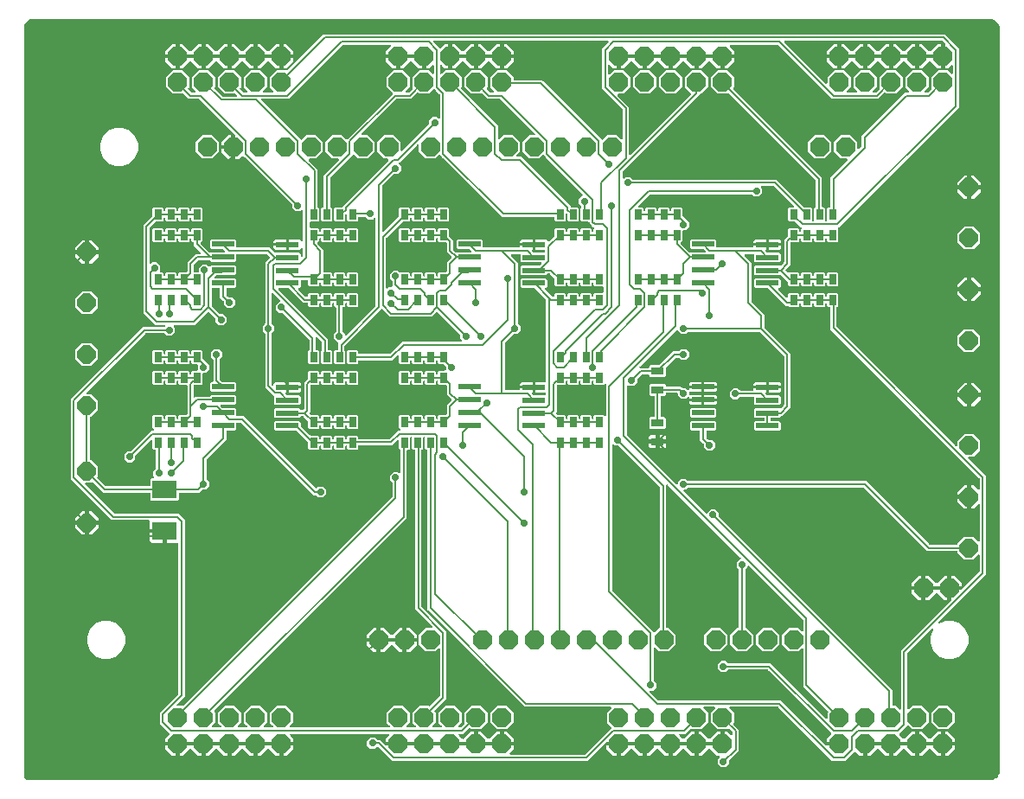
<source format=gtl>
G04 EAGLE Gerber X2 export*
%TF.Part,Single*%
%TF.FileFunction,Other,Top Copper*%
%TF.FilePolarity,Positive*%
%TF.GenerationSoftware,Autodesk,EAGLE,8.7.1*%
%TF.CreationDate,2018-04-02T18:03:59Z*%
G75*
%MOMM*%
%FSLAX34Y34*%
%LPD*%
%AMOC8*
5,1,8,0,0,1.08239X$1,22.5*%
G01*
%ADD10P,2.034460X8X112.500000*%
%ADD11P,1.938236X8X202.500000*%
%ADD12P,1.938236X8X22.500000*%
%ADD13P,2.034460X8X22.500000*%
%ADD14P,2.034460X8X202.500000*%
%ADD15R,2.400000X1.800000*%
%ADD16R,2.200000X0.500000*%
%ADD17R,0.650000X1.000000*%
%ADD18R,1.200000X0.800000*%
%ADD19C,0.203200*%
%ADD20P,0.742303X8X22.500000*%

G36*
X948734Y2549D02*
X948734Y2549D01*
X948778Y2546D01*
X950293Y2695D01*
X950569Y2762D01*
X950576Y2766D01*
X950582Y2767D01*
X953381Y3927D01*
X953408Y3942D01*
X953437Y3952D01*
X953501Y3998D01*
X953626Y4071D01*
X953670Y4118D01*
X953711Y4147D01*
X955853Y6289D01*
X955872Y6314D01*
X955895Y6334D01*
X955937Y6401D01*
X956024Y6517D01*
X956047Y6577D01*
X956073Y6619D01*
X957233Y9418D01*
X957304Y9693D01*
X957303Y9701D01*
X957305Y9707D01*
X957454Y11222D01*
X957452Y11278D01*
X957459Y11322D01*
X957459Y737773D01*
X957451Y737829D01*
X957454Y737873D01*
X957288Y739564D01*
X957221Y739840D01*
X957217Y739847D01*
X957215Y739853D01*
X955921Y742979D01*
X955905Y743005D01*
X955895Y743035D01*
X955850Y743099D01*
X955776Y743224D01*
X955729Y743268D01*
X955701Y743308D01*
X953308Y745701D01*
X953284Y745719D01*
X953264Y745743D01*
X953197Y745784D01*
X953081Y745871D01*
X953021Y745894D01*
X952979Y745921D01*
X949853Y747215D01*
X949578Y747286D01*
X949570Y747286D01*
X949564Y747288D01*
X947873Y747454D01*
X947816Y747452D01*
X947773Y747459D01*
X10032Y747459D01*
X9976Y747451D01*
X9932Y747454D01*
X8669Y747330D01*
X8393Y747263D01*
X8386Y747259D01*
X8380Y747258D01*
X6045Y746291D01*
X6019Y746275D01*
X5989Y746265D01*
X5926Y746220D01*
X5801Y746146D01*
X5756Y746099D01*
X5716Y746071D01*
X3929Y744284D01*
X3911Y744259D01*
X3887Y744239D01*
X3846Y744172D01*
X3759Y744057D01*
X3736Y743997D01*
X3709Y743955D01*
X2742Y741620D01*
X2672Y741345D01*
X2672Y741337D01*
X2670Y741331D01*
X2546Y740068D01*
X2548Y740012D01*
X2541Y739968D01*
X2541Y6350D01*
X2551Y6274D01*
X2549Y6217D01*
X2645Y5494D01*
X2653Y5465D01*
X2654Y5434D01*
X2682Y5360D01*
X2721Y5220D01*
X2755Y5166D01*
X2772Y5119D01*
X3495Y3867D01*
X3555Y3790D01*
X3608Y3709D01*
X3639Y3683D01*
X3670Y3643D01*
X3810Y3542D01*
X3867Y3495D01*
X5119Y2772D01*
X5148Y2760D01*
X5173Y2743D01*
X5248Y2720D01*
X5383Y2666D01*
X5447Y2659D01*
X5494Y2645D01*
X6217Y2549D01*
X6294Y2550D01*
X6350Y2541D01*
X948678Y2541D01*
X948734Y2549D01*
G37*
%LPC*%
G36*
X684554Y14858D02*
X684554Y14858D01*
X681354Y18058D01*
X681354Y22582D01*
X683200Y24428D01*
X683218Y24452D01*
X683240Y24471D01*
X683303Y24565D01*
X683371Y24655D01*
X683381Y24683D01*
X683398Y24707D01*
X683432Y24815D01*
X683472Y24921D01*
X683475Y24950D01*
X683483Y24978D01*
X683486Y25092D01*
X683496Y25204D01*
X683490Y25233D01*
X683491Y25262D01*
X683462Y25372D01*
X683440Y25483D01*
X683426Y25509D01*
X683419Y25537D01*
X683361Y25635D01*
X683309Y25735D01*
X683289Y25757D01*
X683274Y25782D01*
X683191Y25859D01*
X683113Y25941D01*
X683088Y25956D01*
X683066Y25976D01*
X682966Y26028D01*
X682868Y26085D01*
X682839Y26092D01*
X682813Y26106D01*
X682736Y26119D01*
X682592Y26155D01*
X682530Y26153D01*
X682482Y26161D01*
X680855Y26161D01*
X673818Y33198D01*
X673771Y33233D01*
X673731Y33276D01*
X673658Y33318D01*
X673591Y33369D01*
X673536Y33390D01*
X673486Y33419D01*
X673404Y33440D01*
X673325Y33470D01*
X673267Y33475D01*
X673210Y33490D01*
X673126Y33487D01*
X673042Y33494D01*
X672984Y33482D01*
X672926Y33481D01*
X672846Y33455D01*
X672763Y33438D01*
X672711Y33411D01*
X672655Y33393D01*
X672599Y33353D01*
X672511Y33307D01*
X672438Y33238D01*
X672382Y33198D01*
X665345Y26161D01*
X662431Y26161D01*
X662431Y36069D01*
X684784Y36069D01*
X684842Y36077D01*
X684900Y36075D01*
X684982Y36097D01*
X685065Y36109D01*
X685119Y36133D01*
X685175Y36147D01*
X685248Y36190D01*
X685325Y36225D01*
X685369Y36263D01*
X685420Y36293D01*
X685477Y36354D01*
X685542Y36409D01*
X685574Y36457D01*
X685614Y36500D01*
X685653Y36575D01*
X685699Y36645D01*
X685717Y36701D01*
X685744Y36753D01*
X685755Y36821D01*
X685785Y36916D01*
X685788Y37016D01*
X685799Y37084D01*
X685799Y38101D01*
X686816Y38101D01*
X686874Y38109D01*
X686932Y38108D01*
X687014Y38129D01*
X687097Y38141D01*
X687151Y38165D01*
X687207Y38179D01*
X687280Y38222D01*
X687357Y38257D01*
X687402Y38295D01*
X687452Y38325D01*
X687510Y38386D01*
X687574Y38441D01*
X687606Y38489D01*
X687646Y38532D01*
X687685Y38607D01*
X687731Y38677D01*
X687749Y38733D01*
X687776Y38785D01*
X687787Y38853D01*
X687817Y38948D01*
X687820Y39048D01*
X687831Y39116D01*
X687831Y50039D01*
X690745Y50039D01*
X694226Y46558D01*
X694250Y46540D01*
X694269Y46518D01*
X694363Y46455D01*
X694453Y46387D01*
X694481Y46376D01*
X694505Y46360D01*
X694613Y46326D01*
X694719Y46286D01*
X694748Y46283D01*
X694776Y46274D01*
X694890Y46271D01*
X695002Y46262D01*
X695031Y46268D01*
X695060Y46267D01*
X695170Y46296D01*
X695281Y46318D01*
X695307Y46331D01*
X695335Y46339D01*
X695433Y46397D01*
X695533Y46449D01*
X695555Y46469D01*
X695580Y46484D01*
X695657Y46567D01*
X695739Y46645D01*
X695754Y46670D01*
X695774Y46691D01*
X695826Y46792D01*
X695883Y46890D01*
X695890Y46918D01*
X695904Y46945D01*
X695917Y47022D01*
X695953Y47166D01*
X695951Y47228D01*
X695959Y47276D01*
X695959Y49117D01*
X695947Y49203D01*
X695944Y49291D01*
X695927Y49343D01*
X695919Y49398D01*
X695884Y49478D01*
X695857Y49561D01*
X695829Y49600D01*
X695803Y49658D01*
X695707Y49771D01*
X695662Y49835D01*
X692699Y52798D01*
X692652Y52833D01*
X692612Y52875D01*
X692539Y52918D01*
X692472Y52968D01*
X692417Y52989D01*
X692367Y53019D01*
X692285Y53040D01*
X692206Y53070D01*
X692148Y53075D01*
X692091Y53089D01*
X692007Y53086D01*
X691923Y53093D01*
X691865Y53082D01*
X691807Y53080D01*
X691727Y53054D01*
X691644Y53037D01*
X691592Y53010D01*
X691536Y52992D01*
X691480Y52952D01*
X691392Y52906D01*
X691319Y52838D01*
X691263Y52798D01*
X690535Y52069D01*
X681065Y52069D01*
X674369Y58765D01*
X674369Y68235D01*
X678569Y72434D01*
X678586Y72458D01*
X678609Y72477D01*
X678671Y72571D01*
X678740Y72661D01*
X678750Y72689D01*
X678766Y72713D01*
X678800Y72821D01*
X678841Y72927D01*
X678843Y72956D01*
X678852Y72984D01*
X678855Y73098D01*
X678864Y73210D01*
X678859Y73239D01*
X678859Y73268D01*
X678831Y73378D01*
X678808Y73489D01*
X678795Y73515D01*
X678788Y73543D01*
X678730Y73641D01*
X678677Y73741D01*
X678657Y73763D01*
X678642Y73788D01*
X678560Y73865D01*
X678482Y73947D01*
X678456Y73962D01*
X678435Y73982D01*
X678334Y74034D01*
X678236Y74091D01*
X678208Y74098D01*
X678182Y74112D01*
X678104Y74125D01*
X677961Y74161D01*
X677898Y74159D01*
X677851Y74167D01*
X668349Y74167D01*
X668320Y74163D01*
X668291Y74166D01*
X668180Y74143D01*
X668068Y74127D01*
X668041Y74115D01*
X668012Y74110D01*
X667912Y74058D01*
X667808Y74011D01*
X667786Y73992D01*
X667760Y73979D01*
X667678Y73901D01*
X667591Y73828D01*
X667575Y73803D01*
X667554Y73783D01*
X667497Y73685D01*
X667434Y73591D01*
X667425Y73563D01*
X667410Y73538D01*
X667382Y73428D01*
X667348Y73320D01*
X667347Y73290D01*
X667340Y73262D01*
X667344Y73149D01*
X667341Y73036D01*
X667348Y73007D01*
X667349Y72978D01*
X667384Y72870D01*
X667412Y72761D01*
X667427Y72735D01*
X667436Y72707D01*
X667482Y72644D01*
X667558Y72516D01*
X667603Y72473D01*
X667631Y72434D01*
X671831Y68235D01*
X671831Y58765D01*
X665135Y52069D01*
X655665Y52069D01*
X655445Y52290D01*
X655398Y52325D01*
X655358Y52367D01*
X655285Y52410D01*
X655218Y52460D01*
X655163Y52481D01*
X655113Y52511D01*
X655031Y52532D01*
X654952Y52562D01*
X654894Y52567D01*
X654837Y52581D01*
X654753Y52578D01*
X654669Y52585D01*
X654611Y52574D01*
X654553Y52572D01*
X654473Y52546D01*
X654390Y52529D01*
X654338Y52502D01*
X654283Y52484D01*
X654226Y52444D01*
X654138Y52398D01*
X654065Y52330D01*
X654009Y52290D01*
X649471Y47751D01*
X644684Y47751D01*
X644655Y47747D01*
X644625Y47750D01*
X644514Y47727D01*
X644402Y47711D01*
X644375Y47699D01*
X644347Y47694D01*
X644246Y47641D01*
X644143Y47595D01*
X644120Y47576D01*
X644094Y47563D01*
X644012Y47485D01*
X643926Y47412D01*
X643909Y47387D01*
X643888Y47367D01*
X643831Y47269D01*
X643768Y47175D01*
X643759Y47147D01*
X643744Y47122D01*
X643717Y47012D01*
X643682Y46904D01*
X643682Y46874D01*
X643674Y46846D01*
X643678Y46733D01*
X643675Y46620D01*
X643682Y46591D01*
X643683Y46562D01*
X643718Y46454D01*
X643747Y46345D01*
X643762Y46319D01*
X643771Y46291D01*
X643816Y46228D01*
X643892Y46100D01*
X643938Y46057D01*
X643966Y46018D01*
X646982Y43002D01*
X647029Y42967D01*
X647069Y42924D01*
X647142Y42882D01*
X647209Y42831D01*
X647264Y42810D01*
X647314Y42781D01*
X647396Y42760D01*
X647475Y42730D01*
X647533Y42725D01*
X647590Y42710D01*
X647674Y42713D01*
X647758Y42706D01*
X647816Y42718D01*
X647874Y42719D01*
X647954Y42745D01*
X648037Y42762D01*
X648089Y42789D01*
X648145Y42807D01*
X648201Y42847D01*
X648289Y42893D01*
X648362Y42962D01*
X648418Y43002D01*
X655455Y50039D01*
X658369Y50039D01*
X658369Y40131D01*
X636016Y40131D01*
X635958Y40123D01*
X635900Y40125D01*
X635818Y40103D01*
X635735Y40091D01*
X635681Y40067D01*
X635625Y40053D01*
X635552Y40010D01*
X635475Y39975D01*
X635431Y39937D01*
X635380Y39907D01*
X635323Y39846D01*
X635258Y39791D01*
X635226Y39743D01*
X635186Y39700D01*
X635147Y39625D01*
X635101Y39555D01*
X635083Y39499D01*
X635056Y39447D01*
X635045Y39379D01*
X635015Y39284D01*
X635012Y39184D01*
X635001Y39116D01*
X635001Y38099D01*
X634999Y38099D01*
X634999Y39116D01*
X634991Y39170D01*
X634992Y39206D01*
X634992Y39208D01*
X634992Y39232D01*
X634971Y39314D01*
X634959Y39397D01*
X634935Y39451D01*
X634921Y39507D01*
X634878Y39580D01*
X634843Y39657D01*
X634805Y39702D01*
X634775Y39752D01*
X634714Y39810D01*
X634659Y39874D01*
X634611Y39906D01*
X634568Y39946D01*
X634493Y39985D01*
X634423Y40031D01*
X634367Y40049D01*
X634315Y40076D01*
X634247Y40087D01*
X634152Y40117D01*
X634052Y40120D01*
X633984Y40131D01*
X610616Y40131D01*
X610558Y40123D01*
X610500Y40125D01*
X610418Y40103D01*
X610335Y40091D01*
X610281Y40067D01*
X610225Y40053D01*
X610152Y40010D01*
X610075Y39975D01*
X610031Y39937D01*
X609980Y39907D01*
X609923Y39846D01*
X609858Y39791D01*
X609826Y39743D01*
X609786Y39700D01*
X609747Y39625D01*
X609701Y39555D01*
X609683Y39499D01*
X609656Y39447D01*
X609645Y39379D01*
X609615Y39284D01*
X609612Y39184D01*
X609601Y39116D01*
X609601Y38099D01*
X609599Y38099D01*
X609599Y39116D01*
X609591Y39170D01*
X609592Y39206D01*
X609592Y39208D01*
X609592Y39232D01*
X609571Y39314D01*
X609559Y39397D01*
X609535Y39451D01*
X609521Y39507D01*
X609478Y39580D01*
X609443Y39657D01*
X609405Y39702D01*
X609375Y39752D01*
X609314Y39810D01*
X609259Y39874D01*
X609211Y39906D01*
X609168Y39946D01*
X609093Y39985D01*
X609023Y40031D01*
X608967Y40049D01*
X608915Y40076D01*
X608847Y40087D01*
X608752Y40117D01*
X608652Y40120D01*
X608584Y40131D01*
X585216Y40131D01*
X585158Y40123D01*
X585100Y40125D01*
X585018Y40103D01*
X584935Y40091D01*
X584881Y40067D01*
X584825Y40053D01*
X584752Y40010D01*
X584675Y39975D01*
X584631Y39937D01*
X584580Y39907D01*
X584523Y39846D01*
X584458Y39791D01*
X584426Y39743D01*
X584386Y39700D01*
X584347Y39625D01*
X584301Y39555D01*
X584283Y39499D01*
X584256Y39447D01*
X584245Y39379D01*
X584215Y39284D01*
X584212Y39184D01*
X584201Y39116D01*
X584201Y38099D01*
X584199Y38099D01*
X584199Y39116D01*
X584191Y39170D01*
X584192Y39206D01*
X584192Y39208D01*
X584192Y39232D01*
X584171Y39314D01*
X584159Y39397D01*
X584135Y39451D01*
X584121Y39507D01*
X584078Y39580D01*
X584043Y39657D01*
X584005Y39702D01*
X583975Y39752D01*
X583914Y39810D01*
X583859Y39874D01*
X583811Y39906D01*
X583768Y39946D01*
X583693Y39985D01*
X583623Y40031D01*
X583567Y40049D01*
X583515Y40076D01*
X583447Y40087D01*
X583352Y40117D01*
X583252Y40120D01*
X583184Y40131D01*
X573183Y40131D01*
X573097Y40119D01*
X573009Y40116D01*
X572957Y40099D01*
X572902Y40091D01*
X572822Y40056D01*
X572739Y40029D01*
X572699Y40001D01*
X572642Y39975D01*
X572529Y39879D01*
X572465Y39834D01*
X553967Y21335D01*
X362465Y21335D01*
X360382Y23418D01*
X360382Y23419D01*
X348880Y34920D01*
X348833Y34955D01*
X348793Y34998D01*
X348720Y35041D01*
X348653Y35091D01*
X348598Y35112D01*
X348548Y35142D01*
X348466Y35162D01*
X348387Y35192D01*
X348329Y35197D01*
X348272Y35212D01*
X348188Y35209D01*
X348104Y35216D01*
X348047Y35204D01*
X347988Y35203D01*
X347908Y35177D01*
X347825Y35160D01*
X347773Y35133D01*
X347718Y35115D01*
X347662Y35075D01*
X347573Y35029D01*
X347501Y34960D01*
X347444Y34920D01*
X345670Y33146D01*
X341146Y33146D01*
X337946Y36346D01*
X337946Y40870D01*
X341146Y44070D01*
X345670Y44070D01*
X347786Y41954D01*
X347856Y41902D01*
X347920Y41842D01*
X347969Y41816D01*
X348013Y41783D01*
X348095Y41752D01*
X348173Y41712D01*
X348220Y41704D01*
X348279Y41682D01*
X348427Y41670D01*
X348504Y41657D01*
X350767Y41657D01*
X356057Y36366D01*
X356127Y36314D01*
X356191Y36254D01*
X356241Y36228D01*
X356285Y36195D01*
X356366Y36164D01*
X356444Y36124D01*
X356492Y36116D01*
X356550Y36094D01*
X356698Y36082D01*
X356775Y36069D01*
X367284Y36069D01*
X367342Y36077D01*
X367400Y36075D01*
X367482Y36097D01*
X367565Y36109D01*
X367619Y36133D01*
X367675Y36147D01*
X367748Y36190D01*
X367825Y36225D01*
X367869Y36263D01*
X367920Y36293D01*
X367977Y36354D01*
X368042Y36409D01*
X368074Y36457D01*
X368114Y36500D01*
X368153Y36575D01*
X368199Y36645D01*
X368217Y36701D01*
X368244Y36753D01*
X368255Y36821D01*
X368285Y36916D01*
X368288Y37016D01*
X368299Y37084D01*
X368299Y39116D01*
X368291Y39170D01*
X368292Y39206D01*
X368292Y39208D01*
X368292Y39232D01*
X368271Y39314D01*
X368259Y39397D01*
X368235Y39451D01*
X368221Y39507D01*
X368178Y39580D01*
X368143Y39657D01*
X368105Y39702D01*
X368075Y39752D01*
X368014Y39810D01*
X367959Y39874D01*
X367911Y39906D01*
X367868Y39946D01*
X367793Y39985D01*
X367723Y40031D01*
X367667Y40049D01*
X367615Y40076D01*
X367547Y40087D01*
X367452Y40117D01*
X367352Y40120D01*
X367284Y40131D01*
X356361Y40131D01*
X356361Y43045D01*
X359334Y46018D01*
X359352Y46042D01*
X359374Y46061D01*
X359437Y46155D01*
X359505Y46245D01*
X359516Y46273D01*
X359532Y46297D01*
X359566Y46405D01*
X359606Y46511D01*
X359609Y46540D01*
X359618Y46568D01*
X359621Y46682D01*
X359630Y46794D01*
X359624Y46823D01*
X359625Y46852D01*
X359596Y46962D01*
X359574Y47073D01*
X359561Y47099D01*
X359553Y47127D01*
X359495Y47225D01*
X359443Y47325D01*
X359423Y47347D01*
X359408Y47372D01*
X359325Y47449D01*
X359247Y47531D01*
X359222Y47546D01*
X359201Y47566D01*
X359100Y47618D01*
X359002Y47675D01*
X358974Y47682D01*
X358947Y47696D01*
X358870Y47709D01*
X358726Y47745D01*
X358664Y47743D01*
X358616Y47751D01*
X263684Y47751D01*
X263655Y47747D01*
X263625Y47750D01*
X263514Y47727D01*
X263402Y47711D01*
X263375Y47699D01*
X263347Y47694D01*
X263246Y47641D01*
X263143Y47595D01*
X263120Y47576D01*
X263094Y47563D01*
X263012Y47485D01*
X262926Y47412D01*
X262909Y47387D01*
X262888Y47367D01*
X262831Y47269D01*
X262768Y47175D01*
X262759Y47147D01*
X262744Y47122D01*
X262717Y47012D01*
X262682Y46904D01*
X262682Y46874D01*
X262674Y46846D01*
X262678Y46733D01*
X262675Y46620D01*
X262682Y46591D01*
X262683Y46562D01*
X262718Y46454D01*
X262747Y46345D01*
X262762Y46319D01*
X262771Y46291D01*
X262816Y46228D01*
X262892Y46100D01*
X262938Y46057D01*
X262966Y46018D01*
X265939Y43045D01*
X265939Y40131D01*
X255016Y40131D01*
X254958Y40123D01*
X254900Y40125D01*
X254818Y40103D01*
X254735Y40091D01*
X254681Y40067D01*
X254625Y40053D01*
X254552Y40010D01*
X254475Y39975D01*
X254431Y39937D01*
X254380Y39907D01*
X254323Y39846D01*
X254258Y39791D01*
X254226Y39743D01*
X254186Y39700D01*
X254147Y39625D01*
X254101Y39555D01*
X254083Y39499D01*
X254056Y39447D01*
X254045Y39379D01*
X254015Y39284D01*
X254012Y39184D01*
X254001Y39116D01*
X254001Y38099D01*
X253999Y38099D01*
X253999Y39116D01*
X253991Y39170D01*
X253992Y39206D01*
X253992Y39208D01*
X253992Y39232D01*
X253971Y39314D01*
X253959Y39397D01*
X253935Y39451D01*
X253921Y39507D01*
X253878Y39580D01*
X253843Y39657D01*
X253805Y39702D01*
X253775Y39752D01*
X253714Y39810D01*
X253659Y39874D01*
X253611Y39906D01*
X253568Y39946D01*
X253493Y39985D01*
X253423Y40031D01*
X253367Y40049D01*
X253315Y40076D01*
X253247Y40087D01*
X253152Y40117D01*
X253052Y40120D01*
X252984Y40131D01*
X229616Y40131D01*
X229558Y40123D01*
X229500Y40125D01*
X229418Y40103D01*
X229335Y40091D01*
X229281Y40067D01*
X229225Y40053D01*
X229152Y40010D01*
X229075Y39975D01*
X229031Y39937D01*
X228980Y39907D01*
X228923Y39846D01*
X228858Y39791D01*
X228826Y39743D01*
X228786Y39700D01*
X228747Y39625D01*
X228701Y39555D01*
X228683Y39499D01*
X228656Y39447D01*
X228645Y39379D01*
X228615Y39284D01*
X228612Y39184D01*
X228601Y39116D01*
X228601Y38099D01*
X228599Y38099D01*
X228599Y39116D01*
X228591Y39170D01*
X228592Y39206D01*
X228592Y39208D01*
X228592Y39232D01*
X228571Y39314D01*
X228559Y39397D01*
X228535Y39451D01*
X228521Y39507D01*
X228478Y39580D01*
X228443Y39657D01*
X228405Y39702D01*
X228375Y39752D01*
X228314Y39810D01*
X228259Y39874D01*
X228211Y39906D01*
X228168Y39946D01*
X228093Y39985D01*
X228023Y40031D01*
X227967Y40049D01*
X227915Y40076D01*
X227847Y40087D01*
X227752Y40117D01*
X227652Y40120D01*
X227584Y40131D01*
X204216Y40131D01*
X204158Y40123D01*
X204100Y40125D01*
X204018Y40103D01*
X203935Y40091D01*
X203881Y40067D01*
X203825Y40053D01*
X203752Y40010D01*
X203675Y39975D01*
X203631Y39937D01*
X203580Y39907D01*
X203523Y39846D01*
X203458Y39791D01*
X203426Y39743D01*
X203386Y39700D01*
X203347Y39625D01*
X203301Y39555D01*
X203283Y39499D01*
X203256Y39447D01*
X203245Y39379D01*
X203215Y39284D01*
X203212Y39184D01*
X203201Y39116D01*
X203201Y38099D01*
X203199Y38099D01*
X203199Y39116D01*
X203191Y39170D01*
X203192Y39206D01*
X203192Y39208D01*
X203192Y39232D01*
X203171Y39314D01*
X203159Y39397D01*
X203135Y39451D01*
X203121Y39507D01*
X203078Y39580D01*
X203043Y39657D01*
X203005Y39702D01*
X202975Y39752D01*
X202914Y39810D01*
X202859Y39874D01*
X202811Y39906D01*
X202768Y39946D01*
X202693Y39985D01*
X202623Y40031D01*
X202567Y40049D01*
X202515Y40076D01*
X202447Y40087D01*
X202352Y40117D01*
X202252Y40120D01*
X202184Y40131D01*
X178816Y40131D01*
X178758Y40123D01*
X178700Y40125D01*
X178618Y40103D01*
X178535Y40091D01*
X178481Y40067D01*
X178425Y40053D01*
X178352Y40010D01*
X178275Y39975D01*
X178231Y39937D01*
X178180Y39907D01*
X178123Y39846D01*
X178058Y39791D01*
X178026Y39743D01*
X177986Y39700D01*
X177947Y39625D01*
X177901Y39555D01*
X177883Y39499D01*
X177856Y39447D01*
X177845Y39379D01*
X177815Y39284D01*
X177812Y39184D01*
X177801Y39116D01*
X177801Y38099D01*
X177799Y38099D01*
X177799Y39116D01*
X177791Y39170D01*
X177792Y39206D01*
X177792Y39208D01*
X177792Y39232D01*
X177771Y39314D01*
X177759Y39397D01*
X177735Y39451D01*
X177721Y39507D01*
X177678Y39580D01*
X177643Y39657D01*
X177605Y39702D01*
X177575Y39752D01*
X177514Y39810D01*
X177459Y39874D01*
X177411Y39906D01*
X177368Y39946D01*
X177293Y39985D01*
X177223Y40031D01*
X177167Y40049D01*
X177115Y40076D01*
X177047Y40087D01*
X176952Y40117D01*
X176852Y40120D01*
X176784Y40131D01*
X153416Y40131D01*
X153358Y40123D01*
X153300Y40125D01*
X153218Y40103D01*
X153135Y40091D01*
X153081Y40067D01*
X153025Y40053D01*
X152952Y40010D01*
X152875Y39975D01*
X152831Y39937D01*
X152780Y39907D01*
X152723Y39846D01*
X152658Y39791D01*
X152626Y39743D01*
X152586Y39700D01*
X152547Y39625D01*
X152501Y39555D01*
X152483Y39499D01*
X152456Y39447D01*
X152445Y39379D01*
X152415Y39284D01*
X152412Y39184D01*
X152401Y39116D01*
X152401Y38099D01*
X152399Y38099D01*
X152399Y39116D01*
X152391Y39170D01*
X152392Y39206D01*
X152392Y39208D01*
X152392Y39232D01*
X152371Y39314D01*
X152359Y39397D01*
X152335Y39451D01*
X152321Y39507D01*
X152278Y39580D01*
X152243Y39657D01*
X152205Y39702D01*
X152175Y39752D01*
X152114Y39810D01*
X152059Y39874D01*
X152011Y39906D01*
X151968Y39946D01*
X151893Y39985D01*
X151823Y40031D01*
X151767Y40049D01*
X151715Y40076D01*
X151647Y40087D01*
X151552Y40117D01*
X151452Y40120D01*
X151384Y40131D01*
X140461Y40131D01*
X140461Y43045D01*
X144386Y46970D01*
X144422Y47017D01*
X144464Y47057D01*
X144507Y47130D01*
X144557Y47197D01*
X144578Y47252D01*
X144608Y47303D01*
X144628Y47384D01*
X144659Y47463D01*
X144663Y47521D01*
X144678Y47578D01*
X144675Y47662D01*
X144682Y47746D01*
X144671Y47804D01*
X144669Y47862D01*
X144643Y47943D01*
X144626Y48025D01*
X144599Y48077D01*
X144581Y48133D01*
X144541Y48189D01*
X144495Y48277D01*
X144427Y48350D01*
X144386Y48406D01*
X142958Y49835D01*
X135127Y57665D01*
X135127Y68319D01*
X153118Y86309D01*
X153170Y86379D01*
X153230Y86443D01*
X153256Y86493D01*
X153289Y86537D01*
X153320Y86618D01*
X153360Y86696D01*
X153368Y86744D01*
X153390Y86802D01*
X153402Y86950D01*
X153415Y87027D01*
X153415Y233956D01*
X153408Y234005D01*
X153411Y234053D01*
X153389Y234145D01*
X153375Y234238D01*
X153355Y234282D01*
X153344Y234330D01*
X153298Y234411D01*
X153259Y234497D01*
X153228Y234534D01*
X153203Y234577D01*
X153136Y234642D01*
X153076Y234714D01*
X153035Y234741D01*
X153000Y234775D01*
X152917Y234820D01*
X152839Y234872D01*
X152792Y234886D01*
X152749Y234909D01*
X152657Y234929D01*
X152568Y234957D01*
X152519Y234959D01*
X152471Y234969D01*
X152397Y234962D01*
X152284Y234965D01*
X152200Y234943D01*
X152137Y234937D01*
X152034Y234909D01*
X141731Y234909D01*
X141731Y245434D01*
X141723Y245492D01*
X141724Y245550D01*
X141703Y245632D01*
X141691Y245715D01*
X141667Y245769D01*
X141653Y245825D01*
X141610Y245898D01*
X141575Y245975D01*
X141537Y246019D01*
X141507Y246070D01*
X141446Y246127D01*
X141391Y246192D01*
X141343Y246224D01*
X141300Y246264D01*
X141225Y246303D01*
X141155Y246349D01*
X141099Y246367D01*
X141047Y246394D01*
X140979Y246405D01*
X140884Y246435D01*
X140784Y246438D01*
X140716Y246449D01*
X139699Y246449D01*
X139699Y247466D01*
X139691Y247524D01*
X139692Y247582D01*
X139671Y247664D01*
X139659Y247747D01*
X139635Y247801D01*
X139621Y247857D01*
X139578Y247930D01*
X139543Y248007D01*
X139505Y248051D01*
X139475Y248102D01*
X139414Y248159D01*
X139359Y248224D01*
X139311Y248256D01*
X139268Y248296D01*
X139193Y248335D01*
X139123Y248381D01*
X139067Y248399D01*
X139015Y248426D01*
X138947Y248437D01*
X138852Y248467D01*
X138752Y248470D01*
X138684Y248481D01*
X125159Y248481D01*
X125159Y255803D01*
X125161Y255818D01*
X125176Y255864D01*
X125178Y255958D01*
X125190Y256051D01*
X125182Y256099D01*
X125183Y256148D01*
X125159Y256239D01*
X125144Y256332D01*
X125124Y256376D01*
X125111Y256423D01*
X125063Y256504D01*
X125023Y256589D01*
X124991Y256626D01*
X124966Y256668D01*
X124898Y256732D01*
X124836Y256803D01*
X124794Y256829D01*
X124759Y256862D01*
X124675Y256905D01*
X124596Y256956D01*
X124549Y256970D01*
X124506Y256992D01*
X124433Y257004D01*
X124323Y257036D01*
X124236Y257037D01*
X124175Y257047D01*
X88145Y257047D01*
X47751Y297441D01*
X47751Y375151D01*
X49834Y377234D01*
X49835Y377234D01*
X118625Y446025D01*
X139176Y446025D01*
X139242Y446034D01*
X139309Y446033D01*
X139370Y446052D01*
X139458Y446065D01*
X139560Y446110D01*
X139630Y446132D01*
X139671Y446160D01*
X139717Y446181D01*
X139788Y446241D01*
X139864Y446293D01*
X139896Y446332D01*
X139934Y446365D01*
X139985Y446442D01*
X140044Y446513D01*
X140064Y446559D01*
X140092Y446601D01*
X140120Y446690D01*
X140156Y446775D01*
X140162Y446824D01*
X140177Y446872D01*
X140180Y446965D01*
X140191Y447057D01*
X140183Y447106D01*
X140185Y447156D01*
X140161Y447246D01*
X140147Y447338D01*
X140126Y447383D01*
X140113Y447431D01*
X140066Y447511D01*
X140026Y447595D01*
X139993Y447633D01*
X139968Y447676D01*
X139900Y447739D01*
X139839Y447809D01*
X139797Y447836D01*
X139760Y447870D01*
X139678Y447913D01*
X139600Y447963D01*
X139552Y447977D01*
X139507Y448000D01*
X139435Y448012D01*
X139327Y448044D01*
X139239Y448045D01*
X139176Y448055D01*
X130817Y448055D01*
X118871Y460001D01*
X118871Y545839D01*
X127770Y554737D01*
X127822Y554807D01*
X127882Y554871D01*
X127908Y554920D01*
X127941Y554965D01*
X127972Y555046D01*
X128012Y555124D01*
X128020Y555172D01*
X128042Y555230D01*
X128054Y555378D01*
X128067Y555455D01*
X128067Y561942D01*
X129258Y563133D01*
X137442Y563133D01*
X138633Y561942D01*
X138633Y560164D01*
X138641Y560106D01*
X138639Y560048D01*
X138661Y559966D01*
X138673Y559882D01*
X138696Y559829D01*
X138711Y559773D01*
X138754Y559700D01*
X138789Y559623D01*
X138827Y559578D01*
X138856Y559528D01*
X138918Y559470D01*
X138972Y559406D01*
X139021Y559374D01*
X139064Y559334D01*
X139139Y559295D01*
X139209Y559248D01*
X139265Y559231D01*
X139317Y559204D01*
X139385Y559193D01*
X139480Y559163D01*
X139580Y559160D01*
X139648Y559149D01*
X139752Y559149D01*
X139810Y559157D01*
X139868Y559155D01*
X139950Y559177D01*
X140034Y559189D01*
X140087Y559212D01*
X140143Y559227D01*
X140216Y559270D01*
X140293Y559305D01*
X140338Y559343D01*
X140388Y559372D01*
X140446Y559434D01*
X140510Y559488D01*
X140542Y559537D01*
X140582Y559580D01*
X140621Y559655D01*
X140668Y559725D01*
X140685Y559781D01*
X140712Y559833D01*
X140723Y559901D01*
X140753Y559996D01*
X140756Y560096D01*
X140767Y560164D01*
X140767Y561942D01*
X141958Y563133D01*
X150142Y563133D01*
X151333Y561942D01*
X151333Y560164D01*
X151341Y560106D01*
X151339Y560048D01*
X151361Y559966D01*
X151373Y559882D01*
X151396Y559829D01*
X151411Y559773D01*
X151454Y559700D01*
X151489Y559623D01*
X151527Y559578D01*
X151556Y559528D01*
X151618Y559470D01*
X151672Y559406D01*
X151721Y559374D01*
X151764Y559334D01*
X151839Y559295D01*
X151909Y559248D01*
X151965Y559231D01*
X152017Y559204D01*
X152085Y559193D01*
X152180Y559163D01*
X152280Y559160D01*
X152348Y559149D01*
X152452Y559149D01*
X152510Y559157D01*
X152568Y559155D01*
X152650Y559177D01*
X152734Y559189D01*
X152787Y559212D01*
X152843Y559227D01*
X152916Y559270D01*
X152993Y559305D01*
X153038Y559343D01*
X153088Y559372D01*
X153146Y559434D01*
X153210Y559488D01*
X153242Y559537D01*
X153282Y559580D01*
X153321Y559655D01*
X153368Y559725D01*
X153385Y559781D01*
X153412Y559833D01*
X153423Y559901D01*
X153453Y559996D01*
X153456Y560096D01*
X153467Y560164D01*
X153467Y561942D01*
X154658Y563133D01*
X162842Y563133D01*
X164033Y561942D01*
X164033Y560164D01*
X164041Y560106D01*
X164039Y560048D01*
X164061Y559966D01*
X164073Y559882D01*
X164096Y559829D01*
X164111Y559773D01*
X164154Y559700D01*
X164189Y559623D01*
X164227Y559578D01*
X164256Y559528D01*
X164318Y559470D01*
X164372Y559406D01*
X164421Y559374D01*
X164464Y559334D01*
X164539Y559295D01*
X164609Y559248D01*
X164665Y559231D01*
X164717Y559204D01*
X164785Y559193D01*
X164880Y559163D01*
X164980Y559160D01*
X165048Y559149D01*
X165152Y559149D01*
X165210Y559157D01*
X165268Y559155D01*
X165350Y559177D01*
X165434Y559189D01*
X165487Y559212D01*
X165543Y559227D01*
X165616Y559270D01*
X165693Y559305D01*
X165738Y559343D01*
X165788Y559372D01*
X165846Y559434D01*
X165910Y559488D01*
X165942Y559537D01*
X165982Y559580D01*
X166021Y559655D01*
X166068Y559725D01*
X166085Y559781D01*
X166112Y559833D01*
X166123Y559901D01*
X166153Y559996D01*
X166156Y560096D01*
X166167Y560164D01*
X166167Y561942D01*
X167358Y563133D01*
X175542Y563133D01*
X176733Y561942D01*
X176733Y550258D01*
X175542Y549067D01*
X167358Y549067D01*
X166167Y550258D01*
X166167Y552036D01*
X166159Y552094D01*
X166161Y552152D01*
X166139Y552234D01*
X166127Y552318D01*
X166104Y552371D01*
X166089Y552427D01*
X166046Y552500D01*
X166011Y552577D01*
X165973Y552622D01*
X165944Y552672D01*
X165882Y552730D01*
X165828Y552794D01*
X165779Y552826D01*
X165736Y552866D01*
X165661Y552905D01*
X165591Y552952D01*
X165535Y552969D01*
X165483Y552996D01*
X165415Y553007D01*
X165320Y553037D01*
X165220Y553040D01*
X165152Y553051D01*
X165048Y553051D01*
X164990Y553043D01*
X164932Y553045D01*
X164850Y553023D01*
X164766Y553011D01*
X164713Y552988D01*
X164657Y552973D01*
X164584Y552930D01*
X164507Y552895D01*
X164462Y552857D01*
X164412Y552828D01*
X164354Y552766D01*
X164290Y552712D01*
X164258Y552663D01*
X164218Y552620D01*
X164179Y552545D01*
X164132Y552475D01*
X164115Y552419D01*
X164088Y552367D01*
X164077Y552299D01*
X164047Y552204D01*
X164044Y552104D01*
X164033Y552036D01*
X164033Y550258D01*
X162842Y549067D01*
X154658Y549067D01*
X153467Y550258D01*
X153467Y552036D01*
X153459Y552094D01*
X153461Y552152D01*
X153439Y552234D01*
X153427Y552318D01*
X153404Y552371D01*
X153389Y552427D01*
X153346Y552500D01*
X153311Y552577D01*
X153273Y552622D01*
X153244Y552672D01*
X153182Y552730D01*
X153128Y552794D01*
X153079Y552826D01*
X153036Y552866D01*
X152961Y552905D01*
X152891Y552952D01*
X152835Y552969D01*
X152783Y552996D01*
X152715Y553007D01*
X152620Y553037D01*
X152520Y553040D01*
X152452Y553051D01*
X152348Y553051D01*
X152290Y553043D01*
X152232Y553045D01*
X152150Y553023D01*
X152066Y553011D01*
X152013Y552988D01*
X151957Y552973D01*
X151884Y552930D01*
X151807Y552895D01*
X151762Y552857D01*
X151712Y552828D01*
X151654Y552766D01*
X151590Y552712D01*
X151558Y552663D01*
X151518Y552620D01*
X151479Y552545D01*
X151432Y552475D01*
X151415Y552419D01*
X151388Y552367D01*
X151377Y552299D01*
X151347Y552204D01*
X151344Y552104D01*
X151333Y552036D01*
X151333Y550258D01*
X150142Y549067D01*
X141958Y549067D01*
X140767Y550258D01*
X140767Y552036D01*
X140759Y552094D01*
X140761Y552152D01*
X140739Y552234D01*
X140727Y552318D01*
X140704Y552371D01*
X140689Y552427D01*
X140646Y552500D01*
X140611Y552577D01*
X140573Y552622D01*
X140544Y552672D01*
X140482Y552730D01*
X140428Y552794D01*
X140379Y552826D01*
X140336Y552866D01*
X140261Y552905D01*
X140191Y552952D01*
X140135Y552969D01*
X140083Y552996D01*
X140015Y553007D01*
X139920Y553037D01*
X139820Y553040D01*
X139752Y553051D01*
X139648Y553051D01*
X139590Y553043D01*
X139532Y553045D01*
X139450Y553023D01*
X139366Y553011D01*
X139313Y552988D01*
X139257Y552973D01*
X139184Y552930D01*
X139107Y552895D01*
X139062Y552857D01*
X139012Y552828D01*
X138954Y552766D01*
X138890Y552712D01*
X138858Y552663D01*
X138818Y552620D01*
X138779Y552545D01*
X138732Y552475D01*
X138715Y552419D01*
X138688Y552367D01*
X138677Y552299D01*
X138647Y552204D01*
X138644Y552104D01*
X138633Y552036D01*
X138633Y550258D01*
X137442Y549067D01*
X131143Y549067D01*
X131057Y549055D01*
X130969Y549052D01*
X130917Y549035D01*
X130862Y549027D01*
X130782Y548992D01*
X130699Y548965D01*
X130660Y548937D01*
X130602Y548911D01*
X130489Y548815D01*
X130425Y548770D01*
X125266Y543611D01*
X125214Y543541D01*
X125154Y543477D01*
X125128Y543427D01*
X125095Y543383D01*
X125064Y543302D01*
X125024Y543224D01*
X125016Y543176D01*
X124994Y543118D01*
X124982Y542970D01*
X124969Y542893D01*
X124969Y509032D01*
X124973Y509003D01*
X124970Y508974D01*
X124993Y508862D01*
X125009Y508750D01*
X125021Y508724D01*
X125026Y508695D01*
X125079Y508594D01*
X125125Y508491D01*
X125144Y508469D01*
X125157Y508442D01*
X125235Y508360D01*
X125308Y508274D01*
X125333Y508258D01*
X125353Y508236D01*
X125451Y508179D01*
X125545Y508116D01*
X125573Y508107D01*
X125598Y508093D01*
X125708Y508065D01*
X125816Y508031D01*
X125846Y508030D01*
X125874Y508023D01*
X125987Y508026D01*
X126100Y508023D01*
X126129Y508031D01*
X126158Y508032D01*
X126266Y508066D01*
X126375Y508095D01*
X126401Y508110D01*
X126429Y508119D01*
X126493Y508165D01*
X126620Y508240D01*
X126663Y508286D01*
X126702Y508314D01*
X127786Y509398D01*
X132310Y509398D01*
X135510Y506198D01*
X135510Y501674D01*
X135202Y501366D01*
X135184Y501342D01*
X135162Y501323D01*
X135099Y501229D01*
X135031Y501139D01*
X135021Y501111D01*
X135004Y501087D01*
X134970Y500979D01*
X134930Y500873D01*
X134927Y500844D01*
X134919Y500816D01*
X134916Y500702D01*
X134906Y500590D01*
X134912Y500561D01*
X134911Y500532D01*
X134940Y500422D01*
X134962Y500311D01*
X134976Y500285D01*
X134983Y500257D01*
X135041Y500159D01*
X135093Y500059D01*
X135113Y500037D01*
X135128Y500012D01*
X135211Y499935D01*
X135289Y499853D01*
X135314Y499838D01*
X135336Y499818D01*
X135437Y499766D01*
X135534Y499709D01*
X135563Y499702D01*
X135589Y499688D01*
X135666Y499675D01*
X135810Y499639D01*
X135872Y499641D01*
X135920Y499633D01*
X137442Y499633D01*
X138633Y498442D01*
X138633Y496664D01*
X138641Y496606D01*
X138639Y496548D01*
X138661Y496466D01*
X138673Y496382D01*
X138696Y496329D01*
X138711Y496273D01*
X138754Y496200D01*
X138789Y496123D01*
X138827Y496078D01*
X138856Y496028D01*
X138918Y495970D01*
X138972Y495906D01*
X139021Y495874D01*
X139064Y495834D01*
X139139Y495795D01*
X139209Y495748D01*
X139265Y495731D01*
X139317Y495704D01*
X139385Y495693D01*
X139480Y495663D01*
X139580Y495660D01*
X139648Y495649D01*
X139752Y495649D01*
X139810Y495657D01*
X139868Y495655D01*
X139950Y495677D01*
X140034Y495689D01*
X140087Y495712D01*
X140143Y495727D01*
X140216Y495770D01*
X140293Y495805D01*
X140338Y495843D01*
X140388Y495872D01*
X140446Y495934D01*
X140510Y495988D01*
X140542Y496037D01*
X140582Y496080D01*
X140621Y496155D01*
X140668Y496225D01*
X140685Y496281D01*
X140712Y496333D01*
X140723Y496401D01*
X140753Y496496D01*
X140756Y496596D01*
X140767Y496664D01*
X140767Y498442D01*
X141958Y499633D01*
X150142Y499633D01*
X151333Y498442D01*
X151333Y496664D01*
X151341Y496606D01*
X151339Y496548D01*
X151361Y496466D01*
X151373Y496382D01*
X151396Y496329D01*
X151411Y496273D01*
X151454Y496200D01*
X151489Y496123D01*
X151527Y496078D01*
X151556Y496028D01*
X151618Y495970D01*
X151672Y495906D01*
X151721Y495874D01*
X151764Y495834D01*
X151839Y495795D01*
X151909Y495748D01*
X151965Y495731D01*
X152017Y495704D01*
X152085Y495693D01*
X152180Y495663D01*
X152280Y495660D01*
X152348Y495649D01*
X152452Y495649D01*
X152510Y495657D01*
X152568Y495655D01*
X152650Y495677D01*
X152734Y495689D01*
X152787Y495712D01*
X152843Y495727D01*
X152916Y495770D01*
X152993Y495805D01*
X153038Y495843D01*
X153088Y495872D01*
X153146Y495934D01*
X153210Y495988D01*
X153242Y496037D01*
X153282Y496080D01*
X153321Y496155D01*
X153368Y496225D01*
X153385Y496281D01*
X153412Y496333D01*
X153423Y496401D01*
X153453Y496496D01*
X153456Y496596D01*
X153467Y496664D01*
X153467Y498442D01*
X154658Y499633D01*
X161036Y499633D01*
X161094Y499641D01*
X161152Y499639D01*
X161234Y499661D01*
X161318Y499673D01*
X161371Y499696D01*
X161427Y499711D01*
X161500Y499754D01*
X161577Y499789D01*
X161622Y499827D01*
X161672Y499856D01*
X161730Y499918D01*
X161794Y499972D01*
X161826Y500021D01*
X161866Y500064D01*
X161905Y500139D01*
X161952Y500209D01*
X161969Y500265D01*
X161996Y500317D01*
X162007Y500385D01*
X162037Y500480D01*
X162040Y500580D01*
X162051Y500648D01*
X162051Y509263D01*
X170187Y517399D01*
X174339Y517399D01*
X174368Y517403D01*
X174397Y517400D01*
X174508Y517423D01*
X174620Y517439D01*
X174647Y517451D01*
X174676Y517456D01*
X174776Y517508D01*
X174880Y517555D01*
X174902Y517574D01*
X174928Y517587D01*
X175010Y517665D01*
X175097Y517738D01*
X175113Y517763D01*
X175134Y517783D01*
X175191Y517881D01*
X175254Y517975D01*
X175263Y518003D01*
X175278Y518028D01*
X175306Y518138D01*
X175340Y518246D01*
X175341Y518276D01*
X175348Y518304D01*
X175344Y518417D01*
X175347Y518530D01*
X175340Y518559D01*
X175339Y518588D01*
X175304Y518696D01*
X175275Y518805D01*
X175260Y518831D01*
X175251Y518859D01*
X175206Y518922D01*
X175130Y519050D01*
X175085Y519093D01*
X175057Y519132D01*
X168401Y525787D01*
X168401Y528052D01*
X168393Y528110D01*
X168395Y528168D01*
X168373Y528250D01*
X168361Y528334D01*
X168338Y528387D01*
X168323Y528443D01*
X168280Y528516D01*
X168245Y528593D01*
X168207Y528638D01*
X168178Y528688D01*
X168116Y528746D01*
X168062Y528810D01*
X168013Y528842D01*
X167970Y528882D01*
X167895Y528921D01*
X167825Y528968D01*
X167769Y528985D01*
X167717Y529012D01*
X167649Y529023D01*
X167554Y529053D01*
X167454Y529056D01*
X167386Y529067D01*
X167358Y529067D01*
X166167Y530258D01*
X166167Y532036D01*
X166159Y532094D01*
X166161Y532152D01*
X166139Y532234D01*
X166127Y532318D01*
X166104Y532371D01*
X166089Y532427D01*
X166046Y532500D01*
X166011Y532577D01*
X165973Y532622D01*
X165944Y532672D01*
X165882Y532730D01*
X165828Y532794D01*
X165779Y532826D01*
X165736Y532866D01*
X165661Y532905D01*
X165591Y532952D01*
X165535Y532969D01*
X165483Y532996D01*
X165415Y533007D01*
X165320Y533037D01*
X165220Y533040D01*
X165152Y533051D01*
X165048Y533051D01*
X164990Y533043D01*
X164932Y533045D01*
X164850Y533023D01*
X164766Y533011D01*
X164713Y532988D01*
X164657Y532973D01*
X164584Y532930D01*
X164507Y532895D01*
X164462Y532857D01*
X164412Y532828D01*
X164354Y532766D01*
X164290Y532712D01*
X164258Y532663D01*
X164218Y532620D01*
X164179Y532545D01*
X164132Y532475D01*
X164115Y532419D01*
X164088Y532367D01*
X164077Y532299D01*
X164047Y532204D01*
X164044Y532104D01*
X164033Y532036D01*
X164033Y530258D01*
X162842Y529067D01*
X154658Y529067D01*
X153467Y530258D01*
X153467Y532036D01*
X153459Y532094D01*
X153461Y532152D01*
X153439Y532234D01*
X153427Y532318D01*
X153404Y532371D01*
X153389Y532427D01*
X153346Y532500D01*
X153311Y532577D01*
X153273Y532622D01*
X153244Y532672D01*
X153182Y532730D01*
X153128Y532794D01*
X153079Y532826D01*
X153036Y532866D01*
X152961Y532905D01*
X152891Y532952D01*
X152835Y532969D01*
X152783Y532996D01*
X152715Y533007D01*
X152620Y533037D01*
X152520Y533040D01*
X152452Y533051D01*
X152348Y533051D01*
X152290Y533043D01*
X152232Y533045D01*
X152150Y533023D01*
X152066Y533011D01*
X152013Y532988D01*
X151957Y532973D01*
X151884Y532930D01*
X151807Y532895D01*
X151762Y532857D01*
X151712Y532828D01*
X151654Y532766D01*
X151590Y532712D01*
X151558Y532663D01*
X151518Y532620D01*
X151479Y532545D01*
X151432Y532475D01*
X151415Y532419D01*
X151388Y532367D01*
X151377Y532299D01*
X151347Y532204D01*
X151344Y532104D01*
X151333Y532036D01*
X151333Y530258D01*
X150142Y529067D01*
X141958Y529067D01*
X140767Y530258D01*
X140767Y532036D01*
X140759Y532094D01*
X140761Y532152D01*
X140739Y532234D01*
X140727Y532318D01*
X140704Y532371D01*
X140689Y532427D01*
X140646Y532500D01*
X140611Y532577D01*
X140573Y532622D01*
X140544Y532672D01*
X140482Y532730D01*
X140428Y532794D01*
X140379Y532826D01*
X140336Y532866D01*
X140261Y532905D01*
X140191Y532952D01*
X140135Y532969D01*
X140083Y532996D01*
X140015Y533007D01*
X139920Y533037D01*
X139820Y533040D01*
X139752Y533051D01*
X139648Y533051D01*
X139590Y533043D01*
X139532Y533045D01*
X139450Y533023D01*
X139366Y533011D01*
X139313Y532988D01*
X139257Y532973D01*
X139184Y532930D01*
X139107Y532895D01*
X139062Y532857D01*
X139012Y532828D01*
X138954Y532766D01*
X138890Y532712D01*
X138858Y532663D01*
X138818Y532620D01*
X138779Y532545D01*
X138732Y532475D01*
X138715Y532419D01*
X138688Y532367D01*
X138677Y532299D01*
X138647Y532204D01*
X138644Y532104D01*
X138633Y532036D01*
X138633Y530258D01*
X137442Y529067D01*
X129258Y529067D01*
X128067Y530258D01*
X128067Y541942D01*
X129258Y543133D01*
X137442Y543133D01*
X138633Y541942D01*
X138633Y540164D01*
X138641Y540106D01*
X138639Y540048D01*
X138661Y539966D01*
X138673Y539882D01*
X138696Y539829D01*
X138711Y539773D01*
X138754Y539700D01*
X138789Y539623D01*
X138827Y539578D01*
X138856Y539528D01*
X138918Y539470D01*
X138972Y539406D01*
X139021Y539374D01*
X139064Y539334D01*
X139139Y539295D01*
X139209Y539248D01*
X139265Y539231D01*
X139317Y539204D01*
X139385Y539193D01*
X139480Y539163D01*
X139580Y539160D01*
X139648Y539149D01*
X139752Y539149D01*
X139810Y539157D01*
X139868Y539155D01*
X139950Y539177D01*
X140034Y539189D01*
X140087Y539212D01*
X140143Y539227D01*
X140216Y539270D01*
X140293Y539305D01*
X140338Y539343D01*
X140388Y539372D01*
X140446Y539434D01*
X140510Y539488D01*
X140542Y539537D01*
X140582Y539580D01*
X140621Y539655D01*
X140668Y539725D01*
X140685Y539781D01*
X140712Y539833D01*
X140723Y539901D01*
X140753Y539996D01*
X140756Y540096D01*
X140767Y540164D01*
X140767Y541942D01*
X141958Y543133D01*
X150142Y543133D01*
X151333Y541942D01*
X151333Y540164D01*
X151341Y540106D01*
X151339Y540048D01*
X151361Y539966D01*
X151373Y539882D01*
X151396Y539829D01*
X151411Y539773D01*
X151454Y539700D01*
X151489Y539623D01*
X151527Y539578D01*
X151556Y539528D01*
X151618Y539470D01*
X151672Y539406D01*
X151721Y539374D01*
X151764Y539334D01*
X151839Y539295D01*
X151909Y539248D01*
X151965Y539231D01*
X152017Y539204D01*
X152085Y539193D01*
X152180Y539163D01*
X152280Y539160D01*
X152348Y539149D01*
X152452Y539149D01*
X152510Y539157D01*
X152568Y539155D01*
X152650Y539177D01*
X152734Y539189D01*
X152787Y539212D01*
X152843Y539227D01*
X152916Y539270D01*
X152993Y539305D01*
X153038Y539343D01*
X153088Y539372D01*
X153146Y539434D01*
X153210Y539488D01*
X153242Y539537D01*
X153282Y539580D01*
X153321Y539655D01*
X153368Y539725D01*
X153385Y539781D01*
X153412Y539833D01*
X153423Y539901D01*
X153453Y539996D01*
X153456Y540096D01*
X153467Y540164D01*
X153467Y541942D01*
X154658Y543133D01*
X162842Y543133D01*
X164033Y541942D01*
X164033Y540164D01*
X164041Y540106D01*
X164039Y540048D01*
X164061Y539966D01*
X164073Y539882D01*
X164096Y539829D01*
X164111Y539773D01*
X164154Y539700D01*
X164189Y539623D01*
X164227Y539578D01*
X164256Y539528D01*
X164318Y539470D01*
X164372Y539406D01*
X164421Y539374D01*
X164464Y539334D01*
X164539Y539295D01*
X164609Y539248D01*
X164665Y539231D01*
X164717Y539204D01*
X164785Y539193D01*
X164880Y539163D01*
X164980Y539160D01*
X165048Y539149D01*
X165152Y539149D01*
X165210Y539157D01*
X165268Y539155D01*
X165350Y539177D01*
X165434Y539189D01*
X165487Y539212D01*
X165543Y539227D01*
X165616Y539270D01*
X165693Y539305D01*
X165738Y539343D01*
X165788Y539372D01*
X165846Y539434D01*
X165910Y539488D01*
X165942Y539537D01*
X165982Y539580D01*
X166021Y539655D01*
X166068Y539725D01*
X166085Y539781D01*
X166112Y539833D01*
X166123Y539901D01*
X166153Y539996D01*
X166156Y540096D01*
X166167Y540164D01*
X166167Y541942D01*
X167358Y543133D01*
X175542Y543133D01*
X176733Y541942D01*
X176733Y530258D01*
X175361Y528886D01*
X175326Y528840D01*
X175283Y528799D01*
X175241Y528726D01*
X175190Y528659D01*
X175169Y528604D01*
X175140Y528554D01*
X175119Y528472D01*
X175089Y528393D01*
X175084Y528335D01*
X175070Y528279D01*
X175072Y528194D01*
X175065Y528110D01*
X175077Y528053D01*
X175079Y527994D01*
X175105Y527914D01*
X175121Y527831D01*
X175148Y527779D01*
X175166Y527724D01*
X175206Y527668D01*
X175252Y527579D01*
X175321Y527507D01*
X175361Y527451D01*
X183856Y518956D01*
X183902Y518921D01*
X183943Y518878D01*
X184015Y518836D01*
X184083Y518785D01*
X184137Y518764D01*
X184188Y518735D01*
X184270Y518714D01*
X184348Y518684D01*
X184407Y518679D01*
X184463Y518665D01*
X184548Y518667D01*
X184632Y518660D01*
X184689Y518672D01*
X184748Y518674D01*
X184828Y518700D01*
X184910Y518716D01*
X184962Y518743D01*
X185018Y518761D01*
X185074Y518801D01*
X185163Y518847D01*
X185200Y518883D01*
X198255Y518883D01*
X198284Y518887D01*
X198313Y518884D01*
X198424Y518907D01*
X198536Y518923D01*
X198563Y518935D01*
X198592Y518940D01*
X198692Y518993D01*
X198796Y519039D01*
X198818Y519058D01*
X198844Y519071D01*
X198926Y519149D01*
X199013Y519222D01*
X199029Y519247D01*
X199050Y519267D01*
X199107Y519365D01*
X199170Y519459D01*
X199179Y519487D01*
X199194Y519512D01*
X199222Y519622D01*
X199256Y519730D01*
X199257Y519760D01*
X199264Y519788D01*
X199260Y519901D01*
X199263Y520014D01*
X199256Y520043D01*
X199255Y520072D01*
X199220Y520180D01*
X199191Y520289D01*
X199177Y520315D01*
X199167Y520343D01*
X199122Y520407D01*
X199046Y520534D01*
X199001Y520577D01*
X198973Y520616D01*
X197369Y522220D01*
X197299Y522272D01*
X197235Y522332D01*
X197185Y522358D01*
X197141Y522391D01*
X197060Y522422D01*
X196982Y522462D01*
X196934Y522470D01*
X196876Y522492D01*
X196728Y522504D01*
X196651Y522517D01*
X185218Y522517D01*
X184027Y523708D01*
X184027Y530392D01*
X185218Y531583D01*
X208902Y531583D01*
X210093Y530392D01*
X210093Y524764D01*
X210101Y524706D01*
X210099Y524648D01*
X210121Y524566D01*
X210133Y524482D01*
X210156Y524429D01*
X210171Y524373D01*
X210214Y524300D01*
X210249Y524223D01*
X210287Y524178D01*
X210316Y524128D01*
X210378Y524070D01*
X210432Y524006D01*
X210481Y523974D01*
X210524Y523934D01*
X210599Y523895D01*
X210669Y523848D01*
X210725Y523831D01*
X210777Y523804D01*
X210845Y523793D01*
X210940Y523763D01*
X211040Y523760D01*
X211108Y523749D01*
X242563Y523749D01*
X247231Y519080D01*
X247301Y519028D01*
X247365Y518968D01*
X247415Y518942D01*
X247459Y518909D01*
X247540Y518878D01*
X247618Y518838D01*
X247666Y518830D01*
X247724Y518808D01*
X247872Y518796D01*
X247949Y518783D01*
X271982Y518783D01*
X273173Y517592D01*
X273173Y515647D01*
X273177Y515618D01*
X273174Y515589D01*
X273197Y515478D01*
X273213Y515366D01*
X273225Y515339D01*
X273230Y515310D01*
X273283Y515210D01*
X273329Y515106D01*
X273348Y515084D01*
X273361Y515058D01*
X273439Y514976D01*
X273512Y514889D01*
X273537Y514873D01*
X273557Y514852D01*
X273655Y514795D01*
X273749Y514732D01*
X273777Y514723D01*
X273802Y514708D01*
X273912Y514680D01*
X274020Y514646D01*
X274049Y514645D01*
X274078Y514638D01*
X274191Y514642D01*
X274304Y514639D01*
X274333Y514646D01*
X274362Y514647D01*
X274470Y514682D01*
X274579Y514711D01*
X274605Y514726D01*
X274633Y514735D01*
X274697Y514780D01*
X274824Y514856D01*
X274867Y514901D01*
X274906Y514929D01*
X275038Y515062D01*
X275091Y515131D01*
X275150Y515195D01*
X275176Y515245D01*
X275209Y515289D01*
X275240Y515370D01*
X275280Y515448D01*
X275288Y515496D01*
X275310Y515554D01*
X275322Y515702D01*
X275335Y515779D01*
X275335Y522846D01*
X275333Y522865D01*
X275335Y522885D01*
X275313Y523006D01*
X275295Y523128D01*
X275287Y523145D01*
X275284Y523165D01*
X275229Y523275D01*
X275179Y523387D01*
X275167Y523402D01*
X275158Y523419D01*
X275075Y523510D01*
X274996Y523604D01*
X274979Y523615D01*
X274966Y523629D01*
X274861Y523693D01*
X274759Y523762D01*
X274740Y523767D01*
X274724Y523778D01*
X274605Y523810D01*
X274488Y523847D01*
X274468Y523848D01*
X274449Y523853D01*
X274327Y523851D01*
X274204Y523855D01*
X274185Y523850D01*
X274165Y523849D01*
X274047Y523814D01*
X273929Y523783D01*
X273912Y523773D01*
X273893Y523767D01*
X273790Y523700D01*
X273684Y523638D01*
X273671Y523623D01*
X273654Y523613D01*
X273608Y523556D01*
X273490Y523430D01*
X273466Y523385D01*
X273441Y523354D01*
X273173Y522890D01*
X272700Y522417D01*
X272121Y522082D01*
X271474Y521909D01*
X261389Y521909D01*
X261389Y526716D01*
X261381Y526774D01*
X261383Y526832D01*
X261361Y526914D01*
X261356Y526954D01*
X261375Y527016D01*
X261378Y527116D01*
X261389Y527184D01*
X261389Y531991D01*
X271474Y531991D01*
X272121Y531818D01*
X272700Y531483D01*
X273173Y531010D01*
X273441Y530546D01*
X273453Y530531D01*
X273461Y530513D01*
X273540Y530420D01*
X273616Y530322D01*
X273632Y530311D01*
X273645Y530296D01*
X273747Y530228D01*
X273846Y530156D01*
X273865Y530149D01*
X273881Y530138D01*
X273999Y530101D01*
X274114Y530060D01*
X274134Y530059D01*
X274152Y530053D01*
X274275Y530050D01*
X274398Y530042D01*
X274417Y530046D01*
X274436Y530045D01*
X274555Y530076D01*
X274675Y530103D01*
X274693Y530112D01*
X274711Y530117D01*
X274817Y530180D01*
X274925Y530239D01*
X274939Y530252D01*
X274956Y530262D01*
X275040Y530352D01*
X275127Y530438D01*
X275137Y530455D01*
X275150Y530470D01*
X275206Y530579D01*
X275266Y530686D01*
X275271Y530705D01*
X275280Y530723D01*
X275292Y530795D01*
X275331Y530963D01*
X275329Y531014D01*
X275335Y531054D01*
X275335Y559800D01*
X275331Y559829D01*
X275334Y559858D01*
X275311Y559970D01*
X275295Y560082D01*
X275283Y560108D01*
X275278Y560137D01*
X275225Y560238D01*
X275179Y560341D01*
X275160Y560363D01*
X275147Y560390D01*
X275069Y560472D01*
X274996Y560558D01*
X274971Y560574D01*
X274951Y560596D01*
X274853Y560653D01*
X274759Y560716D01*
X274731Y560725D01*
X274706Y560739D01*
X274596Y560767D01*
X274488Y560801D01*
X274458Y560802D01*
X274430Y560809D01*
X274317Y560806D01*
X274204Y560809D01*
X274175Y560801D01*
X274146Y560800D01*
X274038Y560766D01*
X273929Y560737D01*
X273903Y560722D01*
X273875Y560713D01*
X273811Y560667D01*
X273684Y560592D01*
X273641Y560546D01*
X273602Y560518D01*
X272518Y559434D01*
X267994Y559434D01*
X264794Y562634D01*
X264794Y565626D01*
X264782Y565712D01*
X264779Y565800D01*
X264762Y565852D01*
X264754Y565907D01*
X264719Y565987D01*
X264692Y566070D01*
X264664Y566109D01*
X264638Y566167D01*
X264542Y566280D01*
X264497Y566344D01*
X218491Y612350D01*
X216935Y613905D01*
X216888Y613941D01*
X216848Y613983D01*
X216775Y614026D01*
X216708Y614076D01*
X216653Y614097D01*
X216603Y614127D01*
X216521Y614147D01*
X216442Y614178D01*
X216384Y614182D01*
X216327Y614197D01*
X216243Y614194D01*
X216159Y614201D01*
X216102Y614190D01*
X216043Y614188D01*
X215963Y614162D01*
X215880Y614145D01*
X215828Y614118D01*
X215773Y614100D01*
X215716Y614060D01*
X215628Y614014D01*
X215555Y613945D01*
X215499Y613905D01*
X211955Y610361D01*
X209041Y610361D01*
X209041Y621284D01*
X209033Y621342D01*
X209035Y621400D01*
X209013Y621482D01*
X209001Y621565D01*
X208977Y621619D01*
X208963Y621675D01*
X208920Y621748D01*
X208885Y621825D01*
X208847Y621869D01*
X208817Y621920D01*
X208756Y621977D01*
X208701Y622042D01*
X208653Y622074D01*
X208610Y622114D01*
X208535Y622153D01*
X208465Y622199D01*
X208409Y622217D01*
X208357Y622244D01*
X208289Y622255D01*
X208194Y622285D01*
X208094Y622288D01*
X208026Y622299D01*
X207009Y622299D01*
X207009Y622301D01*
X208026Y622301D01*
X208084Y622309D01*
X208142Y622308D01*
X208224Y622329D01*
X208307Y622341D01*
X208361Y622365D01*
X208417Y622379D01*
X208490Y622422D01*
X208567Y622457D01*
X208612Y622495D01*
X208662Y622525D01*
X208720Y622586D01*
X208784Y622641D01*
X208816Y622689D01*
X208856Y622732D01*
X208895Y622807D01*
X208941Y622877D01*
X208959Y622933D01*
X208986Y622985D01*
X208997Y623053D01*
X209027Y623148D01*
X209030Y623248D01*
X209041Y623316D01*
X209041Y633571D01*
X209029Y633657D01*
X209026Y633745D01*
X209009Y633797D01*
X209001Y633852D01*
X208966Y633932D01*
X208939Y634015D01*
X208911Y634055D01*
X208885Y634112D01*
X208789Y634225D01*
X208744Y634289D01*
X173787Y669246D01*
X173717Y669298D01*
X173653Y669358D01*
X173603Y669384D01*
X173559Y669417D01*
X173478Y669448D01*
X173400Y669488D01*
X173352Y669496D01*
X173294Y669518D01*
X173146Y669530D01*
X173069Y669543D01*
X163329Y669543D01*
X158537Y674336D01*
X158490Y674371D01*
X158450Y674413D01*
X158377Y674456D01*
X158310Y674506D01*
X158255Y674527D01*
X158205Y674557D01*
X158123Y674578D01*
X158044Y674608D01*
X157986Y674613D01*
X157929Y674627D01*
X157845Y674624D01*
X157761Y674631D01*
X157703Y674620D01*
X157645Y674618D01*
X157565Y674592D01*
X157482Y674575D01*
X157430Y674548D01*
X157374Y674530D01*
X157318Y674490D01*
X157230Y674444D01*
X157157Y674376D01*
X157148Y674369D01*
X147665Y674369D01*
X140969Y681065D01*
X140969Y690535D01*
X147665Y697231D01*
X157135Y697231D01*
X163831Y690535D01*
X163831Y681065D01*
X162848Y680083D01*
X162813Y680036D01*
X162771Y679996D01*
X162728Y679923D01*
X162678Y679856D01*
X162657Y679801D01*
X162627Y679751D01*
X162606Y679669D01*
X162576Y679590D01*
X162571Y679532D01*
X162557Y679475D01*
X162560Y679391D01*
X162553Y679307D01*
X162564Y679249D01*
X162566Y679191D01*
X162592Y679111D01*
X162609Y679028D01*
X162636Y678976D01*
X162654Y678920D01*
X162694Y678864D01*
X162740Y678776D01*
X162808Y678703D01*
X162848Y678647D01*
X165557Y675938D01*
X165627Y675886D01*
X165691Y675826D01*
X165741Y675800D01*
X165785Y675767D01*
X165866Y675736D01*
X165944Y675696D01*
X165992Y675688D01*
X166050Y675666D01*
X166198Y675654D01*
X166275Y675641D01*
X169343Y675641D01*
X169372Y675645D01*
X169401Y675642D01*
X169512Y675665D01*
X169624Y675681D01*
X169651Y675693D01*
X169680Y675698D01*
X169780Y675750D01*
X169884Y675797D01*
X169906Y675816D01*
X169932Y675829D01*
X170014Y675907D01*
X170101Y675980D01*
X170117Y676005D01*
X170138Y676025D01*
X170195Y676123D01*
X170258Y676217D01*
X170267Y676245D01*
X170282Y676270D01*
X170310Y676380D01*
X170344Y676488D01*
X170345Y676518D01*
X170352Y676546D01*
X170348Y676659D01*
X170351Y676772D01*
X170344Y676801D01*
X170343Y676830D01*
X170308Y676938D01*
X170280Y677047D01*
X170265Y677073D01*
X170256Y677101D01*
X170210Y677164D01*
X170134Y677292D01*
X170124Y677301D01*
X170123Y677303D01*
X170087Y677337D01*
X170061Y677374D01*
X166369Y681065D01*
X166369Y690535D01*
X173065Y697231D01*
X182535Y697231D01*
X189231Y690535D01*
X189231Y681065D01*
X188756Y680591D01*
X188721Y680544D01*
X188679Y680504D01*
X188636Y680431D01*
X188586Y680364D01*
X188565Y680309D01*
X188535Y680259D01*
X188514Y680177D01*
X188484Y680098D01*
X188479Y680040D01*
X188465Y679983D01*
X188468Y679899D01*
X188461Y679815D01*
X188472Y679757D01*
X188474Y679699D01*
X188500Y679619D01*
X188517Y679536D01*
X188544Y679484D01*
X188562Y679428D01*
X188602Y679372D01*
X188648Y679284D01*
X188716Y679211D01*
X188756Y679155D01*
X196037Y671874D01*
X196107Y671822D01*
X196171Y671762D01*
X196221Y671736D01*
X196265Y671703D01*
X196346Y671672D01*
X196424Y671632D01*
X196472Y671624D01*
X196530Y671602D01*
X196678Y671590D01*
X196755Y671577D01*
X209645Y671577D01*
X209674Y671581D01*
X209703Y671578D01*
X209814Y671601D01*
X209926Y671617D01*
X209953Y671629D01*
X209982Y671634D01*
X210082Y671686D01*
X210186Y671733D01*
X210208Y671752D01*
X210234Y671765D01*
X210316Y671843D01*
X210403Y671916D01*
X210419Y671941D01*
X210440Y671961D01*
X210497Y672059D01*
X210560Y672153D01*
X210569Y672181D01*
X210584Y672206D01*
X210612Y672316D01*
X210646Y672424D01*
X210647Y672454D01*
X210654Y672482D01*
X210650Y672595D01*
X210653Y672708D01*
X210646Y672737D01*
X210645Y672766D01*
X210610Y672874D01*
X210581Y672983D01*
X210566Y673009D01*
X210557Y673037D01*
X210512Y673100D01*
X210436Y673228D01*
X210424Y673240D01*
X210422Y673242D01*
X210389Y673273D01*
X210363Y673310D01*
X209337Y674336D01*
X209290Y674371D01*
X209250Y674413D01*
X209177Y674456D01*
X209110Y674506D01*
X209055Y674527D01*
X209005Y674557D01*
X208923Y674578D01*
X208844Y674608D01*
X208786Y674613D01*
X208729Y674627D01*
X208645Y674624D01*
X208561Y674631D01*
X208503Y674620D01*
X208445Y674618D01*
X208365Y674592D01*
X208282Y674575D01*
X208230Y674548D01*
X208174Y674530D01*
X208118Y674490D01*
X208030Y674444D01*
X207957Y674376D01*
X207948Y674369D01*
X198465Y674369D01*
X191769Y681065D01*
X191769Y690535D01*
X198465Y697231D01*
X207935Y697231D01*
X214631Y690535D01*
X214631Y681065D01*
X213648Y680083D01*
X213613Y680036D01*
X213571Y679996D01*
X213528Y679923D01*
X213478Y679856D01*
X213457Y679801D01*
X213427Y679751D01*
X213406Y679669D01*
X213376Y679590D01*
X213371Y679532D01*
X213357Y679475D01*
X213360Y679391D01*
X213353Y679307D01*
X213364Y679249D01*
X213366Y679191D01*
X213392Y679111D01*
X213409Y679028D01*
X213436Y678976D01*
X213454Y678920D01*
X213494Y678864D01*
X213540Y678776D01*
X213608Y678703D01*
X213648Y678647D01*
X216357Y675938D01*
X216427Y675886D01*
X216491Y675826D01*
X216541Y675800D01*
X216585Y675767D01*
X216666Y675736D01*
X216744Y675696D01*
X216792Y675688D01*
X216850Y675666D01*
X216998Y675654D01*
X217075Y675641D01*
X220143Y675641D01*
X220172Y675645D01*
X220201Y675642D01*
X220312Y675665D01*
X220424Y675681D01*
X220451Y675693D01*
X220480Y675698D01*
X220580Y675750D01*
X220684Y675797D01*
X220706Y675816D01*
X220732Y675829D01*
X220814Y675907D01*
X220901Y675980D01*
X220917Y676005D01*
X220938Y676025D01*
X220995Y676123D01*
X221058Y676217D01*
X221067Y676245D01*
X221082Y676270D01*
X221110Y676380D01*
X221144Y676488D01*
X221145Y676518D01*
X221152Y676546D01*
X221148Y676659D01*
X221151Y676772D01*
X221144Y676801D01*
X221143Y676830D01*
X221108Y676938D01*
X221080Y677047D01*
X221065Y677073D01*
X221056Y677101D01*
X221010Y677164D01*
X220934Y677292D01*
X220924Y677301D01*
X220923Y677303D01*
X220887Y677337D01*
X220861Y677374D01*
X217169Y681065D01*
X217169Y690535D01*
X223865Y697231D01*
X233335Y697231D01*
X240031Y690535D01*
X240031Y681065D01*
X236339Y677374D01*
X236325Y677355D01*
X236310Y677342D01*
X236308Y677338D01*
X236299Y677331D01*
X236237Y677237D01*
X236168Y677147D01*
X236158Y677119D01*
X236142Y677095D01*
X236108Y676987D01*
X236067Y676881D01*
X236065Y676852D01*
X236056Y676824D01*
X236053Y676710D01*
X236044Y676598D01*
X236049Y676569D01*
X236049Y676540D01*
X236077Y676430D01*
X236100Y676319D01*
X236113Y676293D01*
X236120Y676265D01*
X236178Y676167D01*
X236231Y676067D01*
X236251Y676045D01*
X236266Y676020D01*
X236348Y675943D01*
X236426Y675861D01*
X236452Y675846D01*
X236473Y675826D01*
X236574Y675774D01*
X236672Y675717D01*
X236700Y675710D01*
X236726Y675696D01*
X236804Y675683D01*
X236947Y675647D01*
X237010Y675649D01*
X237057Y675641D01*
X245543Y675641D01*
X245572Y675645D01*
X245601Y675642D01*
X245712Y675665D01*
X245824Y675681D01*
X245851Y675693D01*
X245880Y675698D01*
X245980Y675750D01*
X246084Y675797D01*
X246106Y675816D01*
X246132Y675829D01*
X246214Y675907D01*
X246301Y675980D01*
X246317Y676005D01*
X246338Y676025D01*
X246395Y676123D01*
X246458Y676217D01*
X246467Y676245D01*
X246482Y676270D01*
X246510Y676380D01*
X246544Y676488D01*
X246545Y676518D01*
X246552Y676546D01*
X246548Y676659D01*
X246551Y676772D01*
X246544Y676801D01*
X246543Y676830D01*
X246508Y676938D01*
X246480Y677047D01*
X246465Y677073D01*
X246456Y677101D01*
X246410Y677164D01*
X246334Y677292D01*
X246324Y677301D01*
X246323Y677303D01*
X246287Y677337D01*
X246261Y677374D01*
X242569Y681065D01*
X242569Y690535D01*
X249265Y697231D01*
X258746Y697231D01*
X258748Y697229D01*
X258788Y697187D01*
X258814Y697171D01*
X258830Y697157D01*
X258874Y697134D01*
X258928Y697094D01*
X258983Y697073D01*
X259033Y697043D01*
X259071Y697034D01*
X259083Y697027D01*
X259117Y697022D01*
X259194Y696992D01*
X259252Y696987D01*
X259309Y696973D01*
X259391Y696976D01*
X259414Y696972D01*
X259424Y696972D01*
X259430Y696973D01*
X259477Y696969D01*
X259535Y696980D01*
X259593Y696982D01*
X259668Y697006D01*
X259705Y697012D01*
X259717Y697017D01*
X259756Y697025D01*
X259808Y697052D01*
X259863Y697070D01*
X259913Y697105D01*
X259965Y697128D01*
X259980Y697141D01*
X260008Y697156D01*
X260081Y697224D01*
X260137Y697264D01*
X295409Y732537D01*
X903471Y732537D01*
X917449Y718559D01*
X917449Y661169D01*
X799835Y543555D01*
X799808Y543558D01*
X799697Y543535D01*
X799585Y543519D01*
X799558Y543507D01*
X799529Y543502D01*
X799429Y543449D01*
X799326Y543403D01*
X799303Y543384D01*
X799277Y543371D01*
X799195Y543293D01*
X799109Y543220D01*
X799092Y543195D01*
X799071Y543175D01*
X799014Y543077D01*
X798951Y542983D01*
X798942Y542955D01*
X798927Y542930D01*
X798899Y542820D01*
X798865Y542712D01*
X798864Y542683D01*
X798857Y542654D01*
X798861Y542541D01*
X798858Y542428D01*
X798865Y542399D01*
X798866Y542370D01*
X798901Y542262D01*
X798930Y542153D01*
X798945Y542127D01*
X798954Y542099D01*
X798999Y542035D01*
X799033Y541979D01*
X799033Y530258D01*
X797842Y529067D01*
X789658Y529067D01*
X788467Y530258D01*
X788467Y532036D01*
X788459Y532094D01*
X788461Y532152D01*
X788439Y532234D01*
X788427Y532318D01*
X788404Y532371D01*
X788389Y532427D01*
X788346Y532500D01*
X788311Y532577D01*
X788273Y532622D01*
X788244Y532672D01*
X788182Y532730D01*
X788128Y532794D01*
X788079Y532826D01*
X788036Y532866D01*
X787961Y532905D01*
X787891Y532952D01*
X787835Y532969D01*
X787783Y532996D01*
X787715Y533007D01*
X787620Y533037D01*
X787520Y533040D01*
X787452Y533051D01*
X787348Y533051D01*
X787290Y533043D01*
X787232Y533045D01*
X787150Y533023D01*
X787066Y533011D01*
X787013Y532988D01*
X786957Y532973D01*
X786884Y532930D01*
X786807Y532895D01*
X786762Y532857D01*
X786712Y532828D01*
X786654Y532766D01*
X786590Y532712D01*
X786558Y532663D01*
X786518Y532620D01*
X786479Y532545D01*
X786432Y532475D01*
X786415Y532419D01*
X786388Y532367D01*
X786377Y532299D01*
X786347Y532204D01*
X786344Y532104D01*
X786333Y532036D01*
X786333Y530258D01*
X785142Y529067D01*
X776958Y529067D01*
X775767Y530258D01*
X775767Y532036D01*
X775759Y532094D01*
X775761Y532152D01*
X775739Y532234D01*
X775727Y532318D01*
X775704Y532371D01*
X775689Y532427D01*
X775646Y532500D01*
X775611Y532577D01*
X775573Y532622D01*
X775544Y532672D01*
X775482Y532730D01*
X775428Y532794D01*
X775379Y532826D01*
X775336Y532866D01*
X775261Y532905D01*
X775191Y532952D01*
X775135Y532969D01*
X775083Y532996D01*
X775015Y533007D01*
X774920Y533037D01*
X774820Y533040D01*
X774752Y533051D01*
X774648Y533051D01*
X774590Y533043D01*
X774532Y533045D01*
X774450Y533023D01*
X774366Y533011D01*
X774313Y532988D01*
X774257Y532973D01*
X774184Y532930D01*
X774107Y532895D01*
X774062Y532857D01*
X774012Y532828D01*
X773954Y532766D01*
X773890Y532712D01*
X773858Y532663D01*
X773818Y532620D01*
X773779Y532545D01*
X773732Y532475D01*
X773715Y532419D01*
X773688Y532367D01*
X773677Y532299D01*
X773647Y532204D01*
X773644Y532104D01*
X773633Y532036D01*
X773633Y530258D01*
X772442Y529067D01*
X764258Y529067D01*
X763067Y530258D01*
X763067Y532036D01*
X763059Y532094D01*
X763061Y532152D01*
X763039Y532234D01*
X763027Y532318D01*
X763004Y532371D01*
X762989Y532427D01*
X762946Y532500D01*
X762911Y532577D01*
X762873Y532622D01*
X762844Y532672D01*
X762782Y532730D01*
X762728Y532794D01*
X762679Y532826D01*
X762636Y532866D01*
X762561Y532905D01*
X762491Y532952D01*
X762435Y532969D01*
X762383Y532996D01*
X762315Y533007D01*
X762220Y533037D01*
X762120Y533040D01*
X762052Y533051D01*
X761948Y533051D01*
X761890Y533043D01*
X761832Y533045D01*
X761750Y533023D01*
X761666Y533011D01*
X761613Y532988D01*
X761557Y532973D01*
X761484Y532930D01*
X761407Y532895D01*
X761362Y532857D01*
X761312Y532828D01*
X761254Y532766D01*
X761190Y532712D01*
X761158Y532663D01*
X761118Y532620D01*
X761079Y532545D01*
X761032Y532475D01*
X761015Y532419D01*
X760988Y532367D01*
X760977Y532299D01*
X760947Y532204D01*
X760944Y532104D01*
X760933Y532036D01*
X760933Y530258D01*
X759742Y529067D01*
X753364Y529067D01*
X753306Y529059D01*
X753248Y529061D01*
X753166Y529039D01*
X753082Y529027D01*
X753029Y529004D01*
X752973Y528989D01*
X752900Y528946D01*
X752823Y528911D01*
X752778Y528873D01*
X752728Y528844D01*
X752670Y528782D01*
X752606Y528728D01*
X752574Y528679D01*
X752534Y528636D01*
X752495Y528561D01*
X752448Y528491D01*
X752431Y528435D01*
X752404Y528383D01*
X752393Y528315D01*
X752363Y528220D01*
X752360Y528120D01*
X752349Y528052D01*
X752349Y506737D01*
X747979Y502368D01*
X747944Y502321D01*
X747902Y502281D01*
X747859Y502208D01*
X747809Y502141D01*
X747788Y502086D01*
X747758Y502036D01*
X747737Y501954D01*
X747707Y501875D01*
X747702Y501817D01*
X747688Y501760D01*
X747691Y501676D01*
X747684Y501592D01*
X747695Y501534D01*
X747697Y501476D01*
X747723Y501396D01*
X747740Y501313D01*
X747767Y501261D01*
X747785Y501205D01*
X747825Y501149D01*
X747871Y501061D01*
X747939Y500988D01*
X747979Y500932D01*
X749701Y499211D01*
X749747Y499176D01*
X749788Y499133D01*
X749860Y499091D01*
X749928Y499040D01*
X749982Y499019D01*
X750033Y498990D01*
X750115Y498969D01*
X750193Y498939D01*
X750252Y498934D01*
X750308Y498920D01*
X750393Y498922D01*
X750477Y498915D01*
X750534Y498927D01*
X750592Y498929D01*
X750673Y498955D01*
X750755Y498971D01*
X750807Y498998D01*
X750863Y499016D01*
X750919Y499056D01*
X751008Y499102D01*
X751080Y499171D01*
X751136Y499211D01*
X751558Y499633D01*
X759742Y499633D01*
X760933Y498442D01*
X760933Y496664D01*
X760941Y496606D01*
X760939Y496548D01*
X760961Y496466D01*
X760973Y496382D01*
X760996Y496329D01*
X761011Y496273D01*
X761054Y496200D01*
X761089Y496123D01*
X761127Y496078D01*
X761156Y496028D01*
X761218Y495970D01*
X761272Y495906D01*
X761321Y495874D01*
X761364Y495834D01*
X761439Y495795D01*
X761509Y495748D01*
X761565Y495731D01*
X761617Y495704D01*
X761685Y495693D01*
X761780Y495663D01*
X761880Y495660D01*
X761948Y495649D01*
X762052Y495649D01*
X762110Y495657D01*
X762168Y495655D01*
X762250Y495677D01*
X762334Y495689D01*
X762387Y495712D01*
X762443Y495727D01*
X762516Y495770D01*
X762593Y495805D01*
X762638Y495843D01*
X762688Y495872D01*
X762746Y495934D01*
X762810Y495988D01*
X762842Y496037D01*
X762882Y496080D01*
X762921Y496155D01*
X762968Y496225D01*
X762985Y496281D01*
X763012Y496333D01*
X763023Y496401D01*
X763053Y496496D01*
X763056Y496596D01*
X763067Y496664D01*
X763067Y498442D01*
X764258Y499633D01*
X772442Y499633D01*
X773633Y498442D01*
X773633Y496664D01*
X773641Y496606D01*
X773639Y496548D01*
X773661Y496466D01*
X773673Y496382D01*
X773696Y496329D01*
X773711Y496273D01*
X773754Y496200D01*
X773789Y496123D01*
X773827Y496078D01*
X773856Y496028D01*
X773918Y495970D01*
X773972Y495906D01*
X774021Y495874D01*
X774064Y495834D01*
X774139Y495795D01*
X774209Y495748D01*
X774265Y495731D01*
X774317Y495704D01*
X774385Y495693D01*
X774480Y495663D01*
X774580Y495660D01*
X774648Y495649D01*
X774752Y495649D01*
X774810Y495657D01*
X774868Y495655D01*
X774950Y495677D01*
X775034Y495689D01*
X775087Y495712D01*
X775143Y495727D01*
X775216Y495770D01*
X775293Y495805D01*
X775338Y495843D01*
X775388Y495872D01*
X775446Y495934D01*
X775510Y495988D01*
X775542Y496037D01*
X775582Y496080D01*
X775621Y496155D01*
X775668Y496225D01*
X775685Y496281D01*
X775712Y496333D01*
X775723Y496401D01*
X775753Y496496D01*
X775756Y496596D01*
X775767Y496664D01*
X775767Y498442D01*
X776958Y499633D01*
X785142Y499633D01*
X786333Y498442D01*
X786333Y496664D01*
X786341Y496606D01*
X786339Y496548D01*
X786361Y496466D01*
X786373Y496382D01*
X786396Y496329D01*
X786411Y496273D01*
X786454Y496200D01*
X786489Y496123D01*
X786527Y496078D01*
X786556Y496028D01*
X786618Y495970D01*
X786672Y495906D01*
X786721Y495874D01*
X786764Y495834D01*
X786839Y495795D01*
X786909Y495748D01*
X786965Y495731D01*
X787017Y495704D01*
X787085Y495693D01*
X787180Y495663D01*
X787280Y495660D01*
X787348Y495649D01*
X787452Y495649D01*
X787510Y495657D01*
X787568Y495655D01*
X787650Y495677D01*
X787734Y495689D01*
X787787Y495712D01*
X787843Y495727D01*
X787916Y495770D01*
X787993Y495805D01*
X788038Y495843D01*
X788088Y495872D01*
X788146Y495934D01*
X788210Y495988D01*
X788242Y496037D01*
X788282Y496080D01*
X788321Y496155D01*
X788368Y496225D01*
X788385Y496281D01*
X788412Y496333D01*
X788423Y496401D01*
X788453Y496496D01*
X788456Y496596D01*
X788467Y496664D01*
X788467Y498442D01*
X789658Y499633D01*
X797842Y499633D01*
X799033Y498442D01*
X799033Y486758D01*
X797842Y485567D01*
X789658Y485567D01*
X788467Y486758D01*
X788467Y488536D01*
X788459Y488594D01*
X788461Y488652D01*
X788439Y488734D01*
X788427Y488818D01*
X788404Y488871D01*
X788389Y488927D01*
X788346Y489000D01*
X788311Y489077D01*
X788273Y489122D01*
X788244Y489172D01*
X788182Y489230D01*
X788128Y489294D01*
X788079Y489326D01*
X788036Y489366D01*
X787961Y489405D01*
X787891Y489452D01*
X787835Y489469D01*
X787783Y489496D01*
X787715Y489507D01*
X787620Y489537D01*
X787520Y489540D01*
X787452Y489551D01*
X787348Y489551D01*
X787290Y489543D01*
X787232Y489545D01*
X787150Y489523D01*
X787066Y489511D01*
X787013Y489488D01*
X786957Y489473D01*
X786884Y489430D01*
X786807Y489395D01*
X786762Y489357D01*
X786712Y489328D01*
X786654Y489266D01*
X786590Y489212D01*
X786558Y489163D01*
X786518Y489120D01*
X786479Y489045D01*
X786432Y488975D01*
X786415Y488919D01*
X786388Y488867D01*
X786377Y488799D01*
X786347Y488704D01*
X786344Y488604D01*
X786333Y488536D01*
X786333Y486758D01*
X785142Y485567D01*
X776958Y485567D01*
X775767Y486758D01*
X775767Y488536D01*
X775759Y488594D01*
X775761Y488652D01*
X775739Y488734D01*
X775727Y488818D01*
X775704Y488871D01*
X775689Y488927D01*
X775646Y489000D01*
X775611Y489077D01*
X775573Y489122D01*
X775544Y489172D01*
X775482Y489230D01*
X775428Y489294D01*
X775379Y489326D01*
X775336Y489366D01*
X775261Y489405D01*
X775191Y489452D01*
X775135Y489469D01*
X775083Y489496D01*
X775015Y489507D01*
X774920Y489537D01*
X774820Y489540D01*
X774752Y489551D01*
X774648Y489551D01*
X774590Y489543D01*
X774532Y489545D01*
X774450Y489523D01*
X774366Y489511D01*
X774313Y489488D01*
X774257Y489473D01*
X774184Y489430D01*
X774107Y489395D01*
X774062Y489357D01*
X774012Y489328D01*
X773954Y489266D01*
X773890Y489212D01*
X773858Y489163D01*
X773818Y489120D01*
X773779Y489045D01*
X773732Y488975D01*
X773715Y488919D01*
X773688Y488867D01*
X773677Y488799D01*
X773647Y488704D01*
X773644Y488604D01*
X773633Y488536D01*
X773633Y486758D01*
X772442Y485567D01*
X764258Y485567D01*
X763067Y486758D01*
X763067Y488536D01*
X763059Y488594D01*
X763061Y488652D01*
X763039Y488734D01*
X763027Y488818D01*
X763004Y488871D01*
X762989Y488927D01*
X762946Y489000D01*
X762911Y489077D01*
X762873Y489122D01*
X762844Y489172D01*
X762782Y489230D01*
X762728Y489294D01*
X762679Y489326D01*
X762636Y489366D01*
X762561Y489405D01*
X762491Y489452D01*
X762435Y489469D01*
X762383Y489496D01*
X762315Y489507D01*
X762220Y489537D01*
X762120Y489540D01*
X762052Y489551D01*
X761948Y489551D01*
X761890Y489543D01*
X761832Y489545D01*
X761750Y489523D01*
X761666Y489511D01*
X761613Y489488D01*
X761557Y489473D01*
X761484Y489430D01*
X761407Y489395D01*
X761362Y489357D01*
X761312Y489328D01*
X761254Y489266D01*
X761190Y489212D01*
X761158Y489163D01*
X761118Y489120D01*
X761079Y489045D01*
X761032Y488975D01*
X761015Y488919D01*
X760988Y488867D01*
X760977Y488799D01*
X760947Y488704D01*
X760944Y488604D01*
X760933Y488536D01*
X760933Y486758D01*
X759742Y485567D01*
X751558Y485567D01*
X750367Y486758D01*
X750367Y489501D01*
X750355Y489587D01*
X750352Y489675D01*
X750335Y489727D01*
X750327Y489782D01*
X750292Y489862D01*
X750265Y489945D01*
X750237Y489984D01*
X750211Y490042D01*
X750115Y490155D01*
X750070Y490219D01*
X743294Y496994D01*
X743248Y497029D01*
X743207Y497072D01*
X743135Y497114D01*
X743067Y497165D01*
X743013Y497186D01*
X742962Y497215D01*
X742880Y497236D01*
X742802Y497266D01*
X742743Y497271D01*
X742687Y497285D01*
X742602Y497283D01*
X742518Y497290D01*
X742461Y497278D01*
X742402Y497276D01*
X742322Y497250D01*
X742240Y497234D01*
X742188Y497207D01*
X742132Y497189D01*
X742076Y497149D01*
X741987Y497103D01*
X741915Y497034D01*
X741891Y497017D01*
X718198Y497017D01*
X717007Y498208D01*
X717007Y504892D01*
X718198Y506083D01*
X741923Y506083D01*
X741986Y506035D01*
X742041Y506014D01*
X742091Y505985D01*
X742173Y505964D01*
X742251Y505934D01*
X742310Y505929D01*
X742366Y505915D01*
X742451Y505917D01*
X742535Y505910D01*
X742592Y505922D01*
X742651Y505924D01*
X742731Y505950D01*
X742814Y505966D01*
X742866Y505993D01*
X742921Y506011D01*
X742977Y506051D01*
X743066Y506097D01*
X743138Y506166D01*
X743194Y506206D01*
X745954Y508965D01*
X746006Y509035D01*
X746066Y509099D01*
X746092Y509149D01*
X746125Y509193D01*
X746156Y509274D01*
X746196Y509352D01*
X746204Y509400D01*
X746226Y509458D01*
X746238Y509606D01*
X746251Y509683D01*
X746251Y531013D01*
X750070Y534831D01*
X750087Y534854D01*
X750108Y534871D01*
X750140Y534920D01*
X750182Y534965D01*
X750208Y535015D01*
X750241Y535059D01*
X750252Y535089D01*
X750265Y535108D01*
X750281Y535158D01*
X750312Y535218D01*
X750320Y535266D01*
X750342Y535324D01*
X750345Y535361D01*
X750351Y535379D01*
X750353Y535455D01*
X750354Y535472D01*
X750367Y535549D01*
X750367Y541942D01*
X751558Y543133D01*
X759742Y543133D01*
X760933Y541942D01*
X760933Y540164D01*
X760941Y540106D01*
X760939Y540048D01*
X760961Y539966D01*
X760973Y539882D01*
X760996Y539829D01*
X761011Y539773D01*
X761054Y539700D01*
X761089Y539623D01*
X761127Y539578D01*
X761156Y539528D01*
X761218Y539470D01*
X761272Y539406D01*
X761321Y539374D01*
X761364Y539334D01*
X761439Y539295D01*
X761509Y539248D01*
X761565Y539231D01*
X761617Y539204D01*
X761685Y539193D01*
X761780Y539163D01*
X761880Y539160D01*
X761948Y539149D01*
X762052Y539149D01*
X762110Y539157D01*
X762168Y539155D01*
X762250Y539177D01*
X762334Y539189D01*
X762387Y539212D01*
X762443Y539227D01*
X762516Y539270D01*
X762593Y539305D01*
X762638Y539343D01*
X762688Y539372D01*
X762746Y539434D01*
X762810Y539488D01*
X762842Y539537D01*
X762882Y539580D01*
X762921Y539655D01*
X762968Y539725D01*
X762985Y539781D01*
X763012Y539833D01*
X763023Y539901D01*
X763053Y539996D01*
X763056Y540096D01*
X763067Y540164D01*
X763067Y541952D01*
X763087Y541971D01*
X763129Y542043D01*
X763180Y542111D01*
X763201Y542166D01*
X763230Y542216D01*
X763251Y542298D01*
X763281Y542376D01*
X763286Y542435D01*
X763300Y542491D01*
X763298Y542576D01*
X763305Y542660D01*
X763293Y542717D01*
X763291Y542776D01*
X763265Y542856D01*
X763249Y542939D01*
X763222Y542991D01*
X763204Y543046D01*
X763164Y543102D01*
X763118Y543191D01*
X763049Y543263D01*
X763031Y543289D01*
X763030Y543290D01*
X763009Y543319D01*
X760686Y545643D01*
X757559Y548770D01*
X757489Y548822D01*
X757425Y548882D01*
X757375Y548908D01*
X757331Y548941D01*
X757250Y548972D01*
X757172Y549012D01*
X757124Y549020D01*
X757066Y549042D01*
X756918Y549054D01*
X756841Y549067D01*
X751558Y549067D01*
X750367Y550258D01*
X750367Y561942D01*
X751558Y563133D01*
X754969Y563133D01*
X754998Y563137D01*
X755027Y563134D01*
X755138Y563157D01*
X755250Y563173D01*
X755277Y563185D01*
X755306Y563190D01*
X755406Y563242D01*
X755510Y563289D01*
X755532Y563308D01*
X755558Y563321D01*
X755640Y563399D01*
X755727Y563472D01*
X755743Y563497D01*
X755764Y563517D01*
X755821Y563615D01*
X755884Y563709D01*
X755893Y563737D01*
X755908Y563762D01*
X755936Y563872D01*
X755970Y563980D01*
X755971Y564010D01*
X755978Y564038D01*
X755974Y564151D01*
X755977Y564264D01*
X755970Y564293D01*
X755969Y564322D01*
X755934Y564430D01*
X755905Y564539D01*
X755890Y564565D01*
X755881Y564593D01*
X755836Y564656D01*
X755760Y564784D01*
X755715Y564827D01*
X755687Y564866D01*
X736651Y583902D01*
X736581Y583954D01*
X736517Y584014D01*
X736467Y584040D01*
X736423Y584073D01*
X736342Y584104D01*
X736264Y584144D01*
X736216Y584152D01*
X736158Y584174D01*
X736010Y584186D01*
X735933Y584199D01*
X724424Y584199D01*
X724395Y584195D01*
X724366Y584198D01*
X724254Y584175D01*
X724142Y584159D01*
X724116Y584147D01*
X724087Y584142D01*
X723986Y584089D01*
X723883Y584043D01*
X723861Y584024D01*
X723834Y584011D01*
X723752Y583933D01*
X723666Y583860D01*
X723650Y583835D01*
X723628Y583815D01*
X723571Y583717D01*
X723508Y583623D01*
X723499Y583595D01*
X723485Y583570D01*
X723457Y583460D01*
X723423Y583352D01*
X723422Y583322D01*
X723415Y583294D01*
X723418Y583181D01*
X723415Y583068D01*
X723423Y583039D01*
X723424Y583010D01*
X723458Y582902D01*
X723487Y582793D01*
X723502Y582767D01*
X723511Y582739D01*
X723557Y582675D01*
X723632Y582548D01*
X723678Y582505D01*
X723706Y582466D01*
X724790Y581382D01*
X724790Y576858D01*
X721590Y573658D01*
X717066Y573658D01*
X714950Y575774D01*
X714880Y575826D01*
X714816Y575886D01*
X714767Y575912D01*
X714723Y575945D01*
X714641Y575976D01*
X714563Y576016D01*
X714516Y576024D01*
X714457Y576046D01*
X714309Y576058D01*
X714232Y576071D01*
X615347Y576071D01*
X615261Y576059D01*
X615173Y576056D01*
X615121Y576039D01*
X615066Y576031D01*
X614986Y575996D01*
X614903Y575969D01*
X614864Y575941D01*
X614806Y575915D01*
X614693Y575819D01*
X614629Y575774D01*
X603721Y564866D01*
X603704Y564842D01*
X603681Y564823D01*
X603619Y564729D01*
X603551Y564639D01*
X603540Y564611D01*
X603524Y564587D01*
X603490Y564479D01*
X603449Y564373D01*
X603447Y564344D01*
X603438Y564316D01*
X603435Y564202D01*
X603426Y564090D01*
X603431Y564061D01*
X603431Y564032D01*
X603459Y563922D01*
X603482Y563811D01*
X603495Y563785D01*
X603503Y563757D01*
X603560Y563659D01*
X603613Y563559D01*
X603633Y563537D01*
X603648Y563512D01*
X603730Y563435D01*
X603808Y563353D01*
X603834Y563338D01*
X603855Y563318D01*
X603956Y563266D01*
X604054Y563209D01*
X604082Y563202D01*
X604108Y563188D01*
X604186Y563175D01*
X604329Y563139D01*
X604392Y563141D01*
X604439Y563133D01*
X607342Y563133D01*
X608533Y561942D01*
X608533Y560164D01*
X608541Y560106D01*
X608539Y560048D01*
X608561Y559966D01*
X608573Y559882D01*
X608596Y559829D01*
X608611Y559773D01*
X608654Y559700D01*
X608689Y559623D01*
X608727Y559578D01*
X608756Y559528D01*
X608818Y559470D01*
X608872Y559406D01*
X608921Y559374D01*
X608964Y559334D01*
X609039Y559295D01*
X609109Y559248D01*
X609165Y559231D01*
X609217Y559204D01*
X609285Y559193D01*
X609380Y559163D01*
X609480Y559160D01*
X609548Y559149D01*
X609652Y559149D01*
X609710Y559157D01*
X609768Y559155D01*
X609850Y559177D01*
X609934Y559189D01*
X609987Y559212D01*
X610043Y559227D01*
X610116Y559270D01*
X610193Y559305D01*
X610238Y559343D01*
X610288Y559372D01*
X610346Y559434D01*
X610410Y559488D01*
X610442Y559537D01*
X610482Y559580D01*
X610521Y559655D01*
X610568Y559725D01*
X610585Y559781D01*
X610612Y559833D01*
X610623Y559901D01*
X610653Y559996D01*
X610656Y560096D01*
X610667Y560164D01*
X610667Y561942D01*
X611858Y563133D01*
X620042Y563133D01*
X621233Y561942D01*
X621233Y560164D01*
X621241Y560106D01*
X621239Y560048D01*
X621261Y559966D01*
X621273Y559882D01*
X621296Y559829D01*
X621311Y559773D01*
X621354Y559700D01*
X621389Y559623D01*
X621427Y559578D01*
X621456Y559528D01*
X621518Y559470D01*
X621572Y559406D01*
X621621Y559374D01*
X621664Y559334D01*
X621739Y559295D01*
X621809Y559248D01*
X621865Y559231D01*
X621917Y559204D01*
X621985Y559193D01*
X622080Y559163D01*
X622180Y559160D01*
X622248Y559149D01*
X622352Y559149D01*
X622410Y559157D01*
X622468Y559155D01*
X622550Y559177D01*
X622634Y559189D01*
X622687Y559212D01*
X622743Y559227D01*
X622816Y559270D01*
X622893Y559305D01*
X622938Y559343D01*
X622988Y559372D01*
X623046Y559434D01*
X623110Y559488D01*
X623142Y559537D01*
X623182Y559580D01*
X623221Y559655D01*
X623268Y559725D01*
X623285Y559781D01*
X623312Y559833D01*
X623323Y559901D01*
X623353Y559996D01*
X623356Y560096D01*
X623367Y560164D01*
X623367Y561942D01*
X624558Y563133D01*
X632742Y563133D01*
X633933Y561942D01*
X633933Y560164D01*
X633941Y560106D01*
X633939Y560048D01*
X633961Y559966D01*
X633973Y559882D01*
X633996Y559829D01*
X634011Y559773D01*
X634054Y559700D01*
X634089Y559623D01*
X634127Y559578D01*
X634156Y559528D01*
X634218Y559470D01*
X634272Y559406D01*
X634321Y559374D01*
X634364Y559334D01*
X634439Y559295D01*
X634509Y559248D01*
X634565Y559231D01*
X634617Y559204D01*
X634685Y559193D01*
X634780Y559163D01*
X634880Y559160D01*
X634948Y559149D01*
X635052Y559149D01*
X635110Y559157D01*
X635168Y559155D01*
X635250Y559177D01*
X635334Y559189D01*
X635387Y559212D01*
X635443Y559227D01*
X635516Y559270D01*
X635593Y559305D01*
X635638Y559343D01*
X635688Y559372D01*
X635746Y559434D01*
X635810Y559488D01*
X635842Y559537D01*
X635882Y559580D01*
X635921Y559655D01*
X635968Y559725D01*
X635985Y559781D01*
X636012Y559833D01*
X636023Y559901D01*
X636053Y559996D01*
X636056Y560096D01*
X636067Y560164D01*
X636067Y561942D01*
X637258Y563133D01*
X645442Y563133D01*
X646633Y561942D01*
X646633Y555549D01*
X646645Y555463D01*
X646648Y555375D01*
X646665Y555323D01*
X646673Y555268D01*
X646708Y555188D01*
X646735Y555105D01*
X646763Y555066D01*
X646789Y555008D01*
X646885Y554895D01*
X646930Y554831D01*
X650775Y550986D01*
X650781Y550969D01*
X650789Y550914D01*
X650824Y550835D01*
X650851Y550751D01*
X650879Y550712D01*
X650905Y550655D01*
X651001Y550542D01*
X651046Y550478D01*
X653162Y548362D01*
X653162Y543838D01*
X649962Y540638D01*
X647648Y540638D01*
X647590Y540630D01*
X647532Y540632D01*
X647450Y540610D01*
X647366Y540598D01*
X647313Y540575D01*
X647257Y540560D01*
X647184Y540517D01*
X647107Y540482D01*
X647062Y540444D01*
X647012Y540415D01*
X646954Y540353D01*
X646890Y540299D01*
X646858Y540250D01*
X646818Y540207D01*
X646779Y540132D01*
X646732Y540062D01*
X646715Y540006D01*
X646688Y539954D01*
X646677Y539886D01*
X646647Y539791D01*
X646644Y539691D01*
X646633Y539623D01*
X646633Y530258D01*
X645261Y528886D01*
X645226Y528840D01*
X645183Y528799D01*
X645141Y528726D01*
X645090Y528659D01*
X645069Y528604D01*
X645040Y528554D01*
X645019Y528472D01*
X644989Y528393D01*
X644984Y528335D01*
X644970Y528279D01*
X644972Y528194D01*
X644965Y528110D01*
X644977Y528053D01*
X644979Y527994D01*
X645005Y527914D01*
X645021Y527831D01*
X645048Y527779D01*
X645066Y527724D01*
X645106Y527668D01*
X645152Y527579D01*
X645221Y527507D01*
X645261Y527451D01*
X653756Y518956D01*
X653802Y518921D01*
X653843Y518878D01*
X653915Y518836D01*
X653983Y518785D01*
X654037Y518764D01*
X654088Y518735D01*
X654170Y518714D01*
X654248Y518684D01*
X654307Y518679D01*
X654363Y518665D01*
X654448Y518667D01*
X654532Y518660D01*
X654589Y518672D01*
X654648Y518674D01*
X654728Y518700D01*
X654810Y518716D01*
X654862Y518743D01*
X654918Y518761D01*
X654974Y518801D01*
X655063Y518847D01*
X655100Y518883D01*
X668365Y518883D01*
X668394Y518887D01*
X668423Y518884D01*
X668534Y518907D01*
X668646Y518923D01*
X668673Y518935D01*
X668702Y518940D01*
X668802Y518993D01*
X668906Y519039D01*
X668928Y519058D01*
X668954Y519071D01*
X669036Y519149D01*
X669123Y519222D01*
X669139Y519247D01*
X669160Y519267D01*
X669217Y519365D01*
X669280Y519459D01*
X669289Y519487D01*
X669304Y519512D01*
X669332Y519622D01*
X669366Y519730D01*
X669367Y519760D01*
X669374Y519788D01*
X669370Y519901D01*
X669373Y520014D01*
X669366Y520043D01*
X669365Y520072D01*
X669330Y520180D01*
X669301Y520289D01*
X669287Y520315D01*
X669277Y520343D01*
X669232Y520407D01*
X669156Y520534D01*
X669111Y520577D01*
X669083Y520616D01*
X667479Y522220D01*
X667409Y522272D01*
X667345Y522332D01*
X667295Y522358D01*
X667251Y522391D01*
X667170Y522422D01*
X667092Y522462D01*
X667044Y522470D01*
X666986Y522492D01*
X666838Y522504D01*
X666761Y522517D01*
X655118Y522517D01*
X653927Y523708D01*
X653927Y530392D01*
X655118Y531583D01*
X678802Y531583D01*
X679993Y530392D01*
X679993Y524764D01*
X680001Y524706D01*
X679999Y524648D01*
X680021Y524566D01*
X680033Y524482D01*
X680056Y524429D01*
X680071Y524373D01*
X680114Y524300D01*
X680149Y524223D01*
X680187Y524178D01*
X680216Y524128D01*
X680278Y524070D01*
X680332Y524006D01*
X680381Y523974D01*
X680424Y523934D01*
X680499Y523895D01*
X680569Y523848D01*
X680625Y523831D01*
X680677Y523804D01*
X680745Y523793D01*
X680840Y523763D01*
X680940Y523760D01*
X681008Y523749D01*
X715484Y523749D01*
X715542Y523757D01*
X715600Y523755D01*
X715682Y523777D01*
X715766Y523789D01*
X715819Y523812D01*
X715875Y523827D01*
X715948Y523870D01*
X716025Y523905D01*
X716070Y523943D01*
X716120Y523972D01*
X716178Y524034D01*
X716242Y524088D01*
X716274Y524137D01*
X716314Y524180D01*
X716353Y524255D01*
X716400Y524325D01*
X716417Y524381D01*
X716444Y524433D01*
X716455Y524501D01*
X716485Y524596D01*
X716488Y524696D01*
X716499Y524764D01*
X716499Y525701D01*
X728791Y525701D01*
X728791Y521844D01*
X728706Y521799D01*
X728602Y521753D01*
X728580Y521734D01*
X728554Y521721D01*
X728472Y521643D01*
X728385Y521569D01*
X728369Y521545D01*
X728348Y521525D01*
X728291Y521427D01*
X728228Y521333D01*
X728219Y521305D01*
X728204Y521280D01*
X728176Y521170D01*
X728142Y521062D01*
X728141Y521032D01*
X728134Y521004D01*
X728138Y520891D01*
X728135Y520778D01*
X728142Y520749D01*
X728143Y520720D01*
X728178Y520612D01*
X728207Y520503D01*
X728222Y520477D01*
X728231Y520449D01*
X728276Y520385D01*
X728352Y520258D01*
X728397Y520215D01*
X728425Y520176D01*
X729521Y519080D01*
X729591Y519028D01*
X729655Y518968D01*
X729705Y518942D01*
X729749Y518909D01*
X729830Y518878D01*
X729908Y518838D01*
X729956Y518830D01*
X730014Y518808D01*
X730162Y518796D01*
X730239Y518783D01*
X741882Y518783D01*
X743073Y517592D01*
X743073Y510908D01*
X741882Y509717D01*
X718198Y509717D01*
X717007Y510908D01*
X717007Y516636D01*
X716999Y516694D01*
X717001Y516752D01*
X716979Y516834D01*
X716967Y516918D01*
X716944Y516971D01*
X716929Y517027D01*
X716886Y517100D01*
X716851Y517177D01*
X716813Y517222D01*
X716784Y517272D01*
X716722Y517330D01*
X716668Y517394D01*
X716619Y517426D01*
X716576Y517466D01*
X716501Y517505D01*
X716431Y517552D01*
X716375Y517569D01*
X716323Y517596D01*
X716255Y517607D01*
X716160Y517637D01*
X716060Y517640D01*
X715992Y517651D01*
X708311Y517651D01*
X708282Y517647D01*
X708253Y517650D01*
X708142Y517627D01*
X708030Y517611D01*
X708003Y517599D01*
X707974Y517594D01*
X707874Y517542D01*
X707770Y517495D01*
X707748Y517476D01*
X707722Y517463D01*
X707640Y517385D01*
X707553Y517312D01*
X707537Y517287D01*
X707516Y517267D01*
X707459Y517169D01*
X707396Y517075D01*
X707387Y517047D01*
X707372Y517022D01*
X707344Y516912D01*
X707310Y516804D01*
X707309Y516774D01*
X707302Y516746D01*
X707306Y516633D01*
X707303Y516520D01*
X707310Y516491D01*
X707311Y516462D01*
X707346Y516354D01*
X707375Y516245D01*
X707390Y516219D01*
X707399Y516191D01*
X707444Y516128D01*
X707520Y516000D01*
X707565Y515957D01*
X707593Y515918D01*
X714249Y509263D01*
X714249Y471583D01*
X714257Y471526D01*
X714255Y471470D01*
X714263Y471442D01*
X714264Y471409D01*
X714281Y471357D01*
X714289Y471302D01*
X714314Y471244D01*
X714327Y471195D01*
X714340Y471173D01*
X714351Y471139D01*
X714379Y471100D01*
X714405Y471042D01*
X714448Y470991D01*
X714472Y470950D01*
X714512Y470913D01*
X714546Y470865D01*
X726949Y458463D01*
X726949Y446183D01*
X726956Y446129D01*
X726955Y446089D01*
X726962Y446063D01*
X726964Y446009D01*
X726981Y445957D01*
X726989Y445902D01*
X727024Y445822D01*
X727051Y445739D01*
X727079Y445700D01*
X727105Y445642D01*
X727201Y445529D01*
X727246Y445465D01*
X752349Y420363D01*
X752349Y367037D01*
X744113Y358801D01*
X743787Y358801D01*
X743700Y358789D01*
X743612Y358786D01*
X743560Y358769D01*
X743505Y358761D01*
X743425Y358726D01*
X743342Y358699D01*
X743303Y358671D01*
X743246Y358645D01*
X743132Y358549D01*
X743069Y358504D01*
X741882Y357317D01*
X734104Y357317D01*
X734046Y357309D01*
X733988Y357311D01*
X733906Y357289D01*
X733822Y357277D01*
X733769Y357254D01*
X733713Y357239D01*
X733640Y357196D01*
X733563Y357161D01*
X733518Y357123D01*
X733468Y357094D01*
X733410Y357032D01*
X733346Y356978D01*
X733314Y356929D01*
X733274Y356886D01*
X733235Y356811D01*
X733188Y356741D01*
X733171Y356685D01*
X733144Y356633D01*
X733133Y356565D01*
X733103Y356470D01*
X733100Y356370D01*
X733089Y356302D01*
X733089Y354798D01*
X733096Y354745D01*
X733095Y354716D01*
X733096Y354713D01*
X733095Y354682D01*
X733117Y354600D01*
X733129Y354516D01*
X733152Y354463D01*
X733167Y354407D01*
X733210Y354334D01*
X733245Y354257D01*
X733283Y354212D01*
X733312Y354162D01*
X733374Y354104D01*
X733428Y354040D01*
X733477Y354008D01*
X733520Y353968D01*
X733595Y353929D01*
X733665Y353882D01*
X733721Y353865D01*
X733773Y353838D01*
X733841Y353827D01*
X733936Y353797D01*
X734036Y353794D01*
X734104Y353783D01*
X741882Y353783D01*
X743073Y352592D01*
X743073Y345908D01*
X741882Y344717D01*
X718198Y344717D01*
X717007Y345908D01*
X717007Y352592D01*
X718198Y353783D01*
X725976Y353783D01*
X726034Y353791D01*
X726092Y353789D01*
X726174Y353811D01*
X726258Y353823D01*
X726311Y353846D01*
X726367Y353861D01*
X726440Y353904D01*
X726517Y353939D01*
X726562Y353977D01*
X726612Y354006D01*
X726670Y354068D01*
X726734Y354122D01*
X726766Y354171D01*
X726806Y354214D01*
X726845Y354289D01*
X726892Y354359D01*
X726909Y354415D01*
X726936Y354467D01*
X726947Y354535D01*
X726977Y354630D01*
X726980Y354730D01*
X726991Y354798D01*
X726991Y356302D01*
X726983Y356360D01*
X726985Y356418D01*
X726963Y356500D01*
X726951Y356584D01*
X726928Y356637D01*
X726913Y356693D01*
X726870Y356766D01*
X726835Y356843D01*
X726797Y356888D01*
X726768Y356938D01*
X726706Y356996D01*
X726652Y357060D01*
X726603Y357092D01*
X726560Y357132D01*
X726485Y357171D01*
X726415Y357218D01*
X726359Y357235D01*
X726307Y357262D01*
X726239Y357273D01*
X726144Y357303D01*
X726044Y357306D01*
X725976Y357317D01*
X718198Y357317D01*
X717007Y358508D01*
X717007Y365192D01*
X718198Y366383D01*
X741923Y366383D01*
X741986Y366335D01*
X742041Y366314D01*
X742091Y366285D01*
X742173Y366264D01*
X742251Y366234D01*
X742310Y366229D01*
X742366Y366215D01*
X742451Y366217D01*
X742535Y366210D01*
X742592Y366222D01*
X742651Y366224D01*
X742731Y366250D01*
X742814Y366266D01*
X742866Y366293D01*
X742921Y366311D01*
X742977Y366351D01*
X743066Y366397D01*
X743138Y366466D01*
X743194Y366506D01*
X745954Y369265D01*
X746006Y369335D01*
X746066Y369399D01*
X746092Y369449D01*
X746125Y369493D01*
X746156Y369574D01*
X746196Y369652D01*
X746204Y369700D01*
X746226Y369758D01*
X746237Y369893D01*
X746237Y369894D01*
X746238Y369906D01*
X746251Y369983D01*
X746251Y417417D01*
X746239Y417503D01*
X746236Y417591D01*
X746219Y417643D01*
X746211Y417698D01*
X746176Y417778D01*
X746149Y417861D01*
X746121Y417900D01*
X746095Y417958D01*
X745999Y418071D01*
X745954Y418135D01*
X722935Y441154D01*
X722865Y441206D01*
X722801Y441266D01*
X722752Y441292D01*
X722707Y441325D01*
X722626Y441356D01*
X722548Y441396D01*
X722500Y441404D01*
X722442Y441426D01*
X722294Y441438D01*
X722217Y441451D01*
X652796Y441451D01*
X652709Y441439D01*
X652622Y441436D01*
X652569Y441419D01*
X652514Y441411D01*
X652435Y441376D01*
X652351Y441349D01*
X652312Y441321D01*
X652255Y441295D01*
X652142Y441199D01*
X652078Y441154D01*
X649962Y439038D01*
X645438Y439038D01*
X642238Y442238D01*
X642238Y442436D01*
X642234Y442465D01*
X642237Y442494D01*
X642214Y442605D01*
X642198Y442717D01*
X642186Y442744D01*
X642181Y442773D01*
X642129Y442873D01*
X642082Y442977D01*
X642063Y442999D01*
X642050Y443025D01*
X641972Y443107D01*
X641899Y443194D01*
X641874Y443210D01*
X641854Y443231D01*
X641756Y443288D01*
X641662Y443351D01*
X641634Y443360D01*
X641609Y443375D01*
X641499Y443403D01*
X641391Y443437D01*
X641361Y443438D01*
X641333Y443445D01*
X641220Y443441D01*
X641107Y443444D01*
X641078Y443437D01*
X641049Y443436D01*
X640941Y443401D01*
X640832Y443372D01*
X640806Y443357D01*
X640778Y443348D01*
X640715Y443303D01*
X640587Y443227D01*
X640544Y443182D01*
X640505Y443154D01*
X604833Y407482D01*
X604816Y407458D01*
X604793Y407439D01*
X604730Y407345D01*
X604663Y407255D01*
X604652Y407227D01*
X604636Y407203D01*
X604602Y407095D01*
X604561Y406989D01*
X604559Y406960D01*
X604550Y406932D01*
X604547Y406818D01*
X604538Y406706D01*
X604543Y406677D01*
X604543Y406648D01*
X604571Y406538D01*
X604594Y406427D01*
X604607Y406401D01*
X604615Y406373D01*
X604672Y406275D01*
X604725Y406175D01*
X604745Y406153D01*
X604760Y406128D01*
X604842Y406051D01*
X604920Y405969D01*
X604946Y405954D01*
X604967Y405934D01*
X605068Y405882D01*
X605166Y405825D01*
X605194Y405818D01*
X605220Y405804D01*
X605298Y405791D01*
X605441Y405755D01*
X605504Y405757D01*
X605551Y405749D01*
X613252Y405749D01*
X613310Y405757D01*
X613368Y405755D01*
X613450Y405777D01*
X613534Y405789D01*
X613587Y405812D01*
X613643Y405827D01*
X613716Y405870D01*
X613793Y405905D01*
X613838Y405943D01*
X613888Y405972D01*
X613946Y406034D01*
X614010Y406088D01*
X614042Y406137D01*
X614082Y406180D01*
X614121Y406255D01*
X614168Y406325D01*
X614185Y406381D01*
X614212Y406433D01*
X614223Y406501D01*
X614253Y406596D01*
X614256Y406696D01*
X614267Y406764D01*
X614267Y407542D01*
X615458Y408733D01*
X623601Y408733D01*
X623687Y408745D01*
X623775Y408748D01*
X623827Y408765D01*
X623882Y408773D01*
X623962Y408808D01*
X624045Y408835D01*
X624084Y408863D01*
X624142Y408889D01*
X624255Y408985D01*
X624319Y409030D01*
X637437Y422149D01*
X642604Y422149D01*
X642691Y422161D01*
X642778Y422164D01*
X642831Y422181D01*
X642886Y422189D01*
X642965Y422224D01*
X643049Y422251D01*
X643088Y422279D01*
X643145Y422305D01*
X643258Y422401D01*
X643322Y422446D01*
X645438Y424562D01*
X649962Y424562D01*
X653162Y421362D01*
X653162Y416838D01*
X649962Y413638D01*
X645438Y413638D01*
X643322Y415754D01*
X643252Y415806D01*
X643188Y415866D01*
X643139Y415892D01*
X643095Y415925D01*
X643013Y415956D01*
X642935Y415996D01*
X642888Y416004D01*
X642829Y416026D01*
X642681Y416038D01*
X642604Y416051D01*
X640383Y416051D01*
X640297Y416039D01*
X640209Y416036D01*
X640157Y416019D01*
X640102Y416011D01*
X640022Y415976D01*
X639939Y415949D01*
X639900Y415921D01*
X639842Y415895D01*
X639729Y415799D01*
X639665Y415754D01*
X630630Y406719D01*
X630578Y406649D01*
X630518Y406585D01*
X630492Y406535D01*
X630459Y406491D01*
X630428Y406410D01*
X630388Y406332D01*
X630380Y406284D01*
X630358Y406226D01*
X630346Y406078D01*
X630333Y406001D01*
X630333Y397858D01*
X629142Y396667D01*
X615458Y396667D01*
X614267Y397858D01*
X614267Y398636D01*
X614259Y398694D01*
X614261Y398752D01*
X614239Y398834D01*
X614227Y398918D01*
X614204Y398971D01*
X614189Y399027D01*
X614146Y399100D01*
X614111Y399177D01*
X614073Y399222D01*
X614044Y399272D01*
X613982Y399330D01*
X613928Y399394D01*
X613879Y399426D01*
X613836Y399466D01*
X613761Y399505D01*
X613691Y399552D01*
X613635Y399569D01*
X613583Y399596D01*
X613515Y399607D01*
X613420Y399637D01*
X613320Y399640D01*
X613252Y399651D01*
X607583Y399651D01*
X607497Y399639D01*
X607409Y399636D01*
X607357Y399619D01*
X607302Y399611D01*
X607222Y399576D01*
X607139Y399549D01*
X607100Y399521D01*
X607042Y399495D01*
X606929Y399399D01*
X606865Y399354D01*
X602659Y395148D01*
X602636Y395117D01*
X602619Y395103D01*
X602592Y395062D01*
X602547Y395014D01*
X602521Y394964D01*
X602488Y394920D01*
X602476Y394887D01*
X602461Y394866D01*
X602446Y394817D01*
X602417Y394761D01*
X602409Y394713D01*
X602387Y394655D01*
X602384Y394622D01*
X602376Y394595D01*
X602373Y394498D01*
X602362Y394430D01*
X602362Y391438D01*
X599162Y388238D01*
X594638Y388238D01*
X594062Y388814D01*
X594038Y388832D01*
X594019Y388854D01*
X593925Y388917D01*
X593835Y388985D01*
X593807Y388995D01*
X593783Y389012D01*
X593675Y389046D01*
X593569Y389086D01*
X593540Y389089D01*
X593512Y389097D01*
X593398Y389100D01*
X593286Y389110D01*
X593257Y389104D01*
X593228Y389105D01*
X593118Y389076D01*
X593007Y389054D01*
X592981Y389040D01*
X592953Y389033D01*
X592855Y388975D01*
X592755Y388923D01*
X592733Y388903D01*
X592708Y388888D01*
X592631Y388805D01*
X592549Y388727D01*
X592534Y388702D01*
X592514Y388680D01*
X592462Y388579D01*
X592405Y388482D01*
X592398Y388453D01*
X592384Y388427D01*
X592371Y388350D01*
X592335Y388206D01*
X592337Y388144D01*
X592329Y388096D01*
X592329Y341027D01*
X592341Y340941D01*
X592344Y340853D01*
X592361Y340801D01*
X592369Y340746D01*
X592404Y340666D01*
X592431Y340583D01*
X592459Y340544D01*
X592485Y340486D01*
X592581Y340373D01*
X592626Y340309D01*
X640505Y292430D01*
X640529Y292413D01*
X640548Y292390D01*
X640642Y292327D01*
X640732Y292260D01*
X640760Y292249D01*
X640784Y292233D01*
X640892Y292199D01*
X640998Y292158D01*
X641027Y292156D01*
X641055Y292147D01*
X641169Y292144D01*
X641281Y292135D01*
X641310Y292140D01*
X641339Y292140D01*
X641449Y292168D01*
X641560Y292191D01*
X641586Y292204D01*
X641614Y292212D01*
X641712Y292269D01*
X641812Y292322D01*
X641834Y292342D01*
X641859Y292357D01*
X641936Y292439D01*
X642018Y292517D01*
X642033Y292543D01*
X642053Y292564D01*
X642105Y292665D01*
X642162Y292763D01*
X642169Y292791D01*
X642183Y292817D01*
X642196Y292895D01*
X642232Y293038D01*
X642230Y293101D01*
X642238Y293148D01*
X642238Y294362D01*
X645438Y297562D01*
X649962Y297562D01*
X652078Y295446D01*
X652148Y295394D01*
X652212Y295334D01*
X652261Y295308D01*
X652305Y295275D01*
X652387Y295244D01*
X652465Y295204D01*
X652512Y295196D01*
X652571Y295174D01*
X652719Y295162D01*
X652796Y295149D01*
X826763Y295149D01*
X888765Y233146D01*
X888835Y233094D01*
X888899Y233034D01*
X888949Y233008D01*
X888993Y232975D01*
X889074Y232944D01*
X889152Y232904D01*
X889200Y232896D01*
X889258Y232874D01*
X889406Y232862D01*
X889483Y232849D01*
X915099Y232849D01*
X915156Y232857D01*
X915215Y232855D01*
X915296Y232877D01*
X915380Y232889D01*
X915433Y232912D01*
X915490Y232927D01*
X915562Y232970D01*
X915639Y233005D01*
X915684Y233043D01*
X915734Y233072D01*
X915792Y233134D01*
X915856Y233188D01*
X915889Y233237D01*
X915929Y233280D01*
X915967Y233355D01*
X916014Y233425D01*
X916032Y233481D01*
X916058Y233533D01*
X916070Y233601D01*
X916100Y233696D01*
X916102Y233796D01*
X916114Y233864D01*
X916114Y234351D01*
X922549Y240786D01*
X931651Y240786D01*
X936034Y236403D01*
X936058Y236385D01*
X936077Y236363D01*
X936171Y236300D01*
X936261Y236232D01*
X936289Y236221D01*
X936313Y236205D01*
X936421Y236171D01*
X936527Y236131D01*
X936556Y236128D01*
X936584Y236119D01*
X936698Y236116D01*
X936810Y236107D01*
X936839Y236113D01*
X936868Y236112D01*
X936978Y236141D01*
X937089Y236163D01*
X937115Y236176D01*
X937143Y236184D01*
X937241Y236242D01*
X937341Y236294D01*
X937363Y236314D01*
X937388Y236329D01*
X937465Y236412D01*
X937547Y236490D01*
X937562Y236515D01*
X937582Y236536D01*
X937634Y236637D01*
X937691Y236735D01*
X937698Y236763D01*
X937712Y236790D01*
X937725Y236867D01*
X937761Y237011D01*
X937759Y237073D01*
X937767Y237121D01*
X937767Y271761D01*
X937763Y271790D01*
X937766Y271819D01*
X937743Y271930D01*
X937727Y272042D01*
X937715Y272069D01*
X937710Y272098D01*
X937658Y272198D01*
X937611Y272302D01*
X937592Y272324D01*
X937579Y272350D01*
X937501Y272432D01*
X937428Y272519D01*
X937403Y272535D01*
X937383Y272556D01*
X937285Y272614D01*
X937191Y272676D01*
X937163Y272685D01*
X937138Y272700D01*
X937028Y272728D01*
X936920Y272762D01*
X936890Y272763D01*
X936862Y272770D01*
X936749Y272767D01*
X936636Y272770D01*
X936607Y272762D01*
X936578Y272761D01*
X936470Y272726D01*
X936361Y272698D01*
X936335Y272683D01*
X936307Y272674D01*
X936244Y272628D01*
X936116Y272552D01*
X936073Y272507D01*
X936034Y272479D01*
X931861Y268306D01*
X929131Y268306D01*
X929131Y278784D01*
X929123Y278842D01*
X929125Y278900D01*
X929103Y278982D01*
X929091Y279065D01*
X929067Y279119D01*
X929053Y279175D01*
X929010Y279248D01*
X928975Y279325D01*
X928937Y279369D01*
X928907Y279420D01*
X928846Y279477D01*
X928791Y279542D01*
X928743Y279574D01*
X928700Y279614D01*
X928625Y279653D01*
X928555Y279699D01*
X928499Y279717D01*
X928447Y279744D01*
X928379Y279755D01*
X928284Y279785D01*
X928184Y279788D01*
X928116Y279799D01*
X927099Y279799D01*
X927099Y279801D01*
X928116Y279801D01*
X928174Y279809D01*
X928232Y279808D01*
X928314Y279829D01*
X928397Y279841D01*
X928451Y279865D01*
X928507Y279879D01*
X928580Y279922D01*
X928657Y279957D01*
X928702Y279995D01*
X928752Y280025D01*
X928810Y280086D01*
X928874Y280141D01*
X928906Y280189D01*
X928946Y280232D01*
X928985Y280307D01*
X929031Y280377D01*
X929049Y280433D01*
X929076Y280485D01*
X929087Y280553D01*
X929117Y280648D01*
X929120Y280748D01*
X929131Y280816D01*
X929131Y291294D01*
X931861Y291294D01*
X936034Y287121D01*
X936058Y287103D01*
X936077Y287081D01*
X936171Y287018D01*
X936261Y286950D01*
X936289Y286940D01*
X936313Y286924D01*
X936421Y286889D01*
X936527Y286849D01*
X936556Y286847D01*
X936584Y286838D01*
X936698Y286835D01*
X936810Y286825D01*
X936839Y286831D01*
X936868Y286830D01*
X936978Y286859D01*
X937089Y286881D01*
X937115Y286895D01*
X937143Y286902D01*
X937241Y286960D01*
X937341Y287012D01*
X937363Y287033D01*
X937388Y287048D01*
X937465Y287130D01*
X937547Y287208D01*
X937562Y287233D01*
X937582Y287255D01*
X937634Y287356D01*
X937691Y287453D01*
X937698Y287482D01*
X937712Y287508D01*
X937725Y287585D01*
X937761Y287729D01*
X937759Y287791D01*
X937767Y287839D01*
X937767Y297021D01*
X937760Y297070D01*
X937761Y297080D01*
X937757Y297093D01*
X937755Y297107D01*
X937752Y297195D01*
X937735Y297247D01*
X937727Y297302D01*
X937692Y297382D01*
X937665Y297465D01*
X937637Y297504D01*
X937611Y297562D01*
X937515Y297675D01*
X937470Y297739D01*
X791463Y443745D01*
X791463Y464552D01*
X791455Y464610D01*
X791457Y464668D01*
X791435Y464750D01*
X791423Y464834D01*
X791400Y464887D01*
X791385Y464943D01*
X791342Y465016D01*
X791307Y465093D01*
X791269Y465138D01*
X791240Y465188D01*
X791178Y465246D01*
X791124Y465310D01*
X791075Y465342D01*
X791032Y465382D01*
X790957Y465421D01*
X790887Y465468D01*
X790831Y465485D01*
X790779Y465512D01*
X790711Y465523D01*
X790616Y465553D01*
X790516Y465556D01*
X790448Y465567D01*
X789658Y465567D01*
X788467Y466758D01*
X788467Y468536D01*
X788459Y468594D01*
X788461Y468652D01*
X788439Y468734D01*
X788427Y468818D01*
X788404Y468871D01*
X788389Y468927D01*
X788346Y469000D01*
X788311Y469077D01*
X788273Y469122D01*
X788244Y469172D01*
X788182Y469230D01*
X788128Y469294D01*
X788079Y469326D01*
X788036Y469366D01*
X787961Y469405D01*
X787891Y469452D01*
X787835Y469469D01*
X787783Y469496D01*
X787715Y469507D01*
X787620Y469537D01*
X787520Y469540D01*
X787452Y469551D01*
X787348Y469551D01*
X787290Y469543D01*
X787232Y469545D01*
X787150Y469523D01*
X787066Y469511D01*
X787013Y469488D01*
X786957Y469473D01*
X786884Y469430D01*
X786807Y469395D01*
X786762Y469357D01*
X786712Y469328D01*
X786654Y469266D01*
X786590Y469212D01*
X786558Y469163D01*
X786518Y469120D01*
X786479Y469045D01*
X786432Y468975D01*
X786415Y468919D01*
X786388Y468867D01*
X786377Y468799D01*
X786347Y468704D01*
X786344Y468604D01*
X786333Y468536D01*
X786333Y466758D01*
X785142Y465567D01*
X776958Y465567D01*
X775767Y466758D01*
X775767Y468536D01*
X775759Y468594D01*
X775761Y468652D01*
X775739Y468734D01*
X775727Y468818D01*
X775704Y468871D01*
X775689Y468927D01*
X775646Y469000D01*
X775611Y469077D01*
X775573Y469122D01*
X775544Y469172D01*
X775482Y469230D01*
X775428Y469294D01*
X775379Y469326D01*
X775336Y469366D01*
X775261Y469405D01*
X775191Y469452D01*
X775135Y469469D01*
X775083Y469496D01*
X775015Y469507D01*
X774920Y469537D01*
X774820Y469540D01*
X774752Y469551D01*
X774648Y469551D01*
X774590Y469543D01*
X774532Y469545D01*
X774450Y469523D01*
X774366Y469511D01*
X774313Y469488D01*
X774257Y469473D01*
X774184Y469430D01*
X774107Y469395D01*
X774062Y469357D01*
X774012Y469328D01*
X773954Y469266D01*
X773890Y469212D01*
X773858Y469163D01*
X773818Y469120D01*
X773779Y469045D01*
X773732Y468975D01*
X773715Y468919D01*
X773688Y468867D01*
X773677Y468799D01*
X773647Y468704D01*
X773644Y468604D01*
X773633Y468536D01*
X773633Y466758D01*
X772442Y465567D01*
X764258Y465567D01*
X763067Y466758D01*
X763067Y468536D01*
X763059Y468594D01*
X763061Y468652D01*
X763039Y468734D01*
X763027Y468818D01*
X763004Y468871D01*
X762989Y468927D01*
X762946Y469000D01*
X762911Y469077D01*
X762873Y469122D01*
X762844Y469172D01*
X762782Y469230D01*
X762728Y469294D01*
X762679Y469326D01*
X762636Y469366D01*
X762561Y469405D01*
X762491Y469452D01*
X762435Y469469D01*
X762383Y469496D01*
X762315Y469507D01*
X762220Y469537D01*
X762120Y469540D01*
X762052Y469551D01*
X761948Y469551D01*
X761890Y469543D01*
X761832Y469545D01*
X761750Y469523D01*
X761666Y469511D01*
X761613Y469488D01*
X761557Y469473D01*
X761484Y469430D01*
X761407Y469395D01*
X761362Y469357D01*
X761312Y469328D01*
X761254Y469266D01*
X761190Y469212D01*
X761158Y469163D01*
X761118Y469120D01*
X761079Y469045D01*
X761032Y468975D01*
X761015Y468919D01*
X760988Y468867D01*
X760977Y468799D01*
X760947Y468704D01*
X760944Y468604D01*
X760933Y468536D01*
X760933Y466758D01*
X759742Y465567D01*
X751558Y465567D01*
X750571Y466554D01*
X750502Y466606D01*
X750438Y466666D01*
X750388Y466692D01*
X750344Y466725D01*
X750262Y466756D01*
X750185Y466796D01*
X750137Y466804D01*
X750079Y466826D01*
X749931Y466838D01*
X749854Y466851D01*
X748037Y466851D01*
X735635Y479254D01*
X735565Y479306D01*
X735501Y479366D01*
X735451Y479392D01*
X735407Y479425D01*
X735326Y479456D01*
X735248Y479496D01*
X735200Y479504D01*
X735159Y479519D01*
X730559Y484120D01*
X730489Y484172D01*
X730425Y484232D01*
X730375Y484258D01*
X730331Y484291D01*
X730250Y484322D01*
X730172Y484362D01*
X730124Y484370D01*
X730066Y484392D01*
X729918Y484404D01*
X729841Y484417D01*
X718198Y484417D01*
X717007Y485608D01*
X717007Y492292D01*
X718198Y493483D01*
X741882Y493483D01*
X743073Y492292D01*
X743073Y485608D01*
X741882Y484417D01*
X741545Y484417D01*
X741516Y484413D01*
X741487Y484416D01*
X741376Y484393D01*
X741264Y484377D01*
X741237Y484365D01*
X741208Y484360D01*
X741108Y484308D01*
X741004Y484261D01*
X740982Y484242D01*
X740956Y484229D01*
X740874Y484151D01*
X740787Y484078D01*
X740771Y484053D01*
X740750Y484033D01*
X740693Y483935D01*
X740630Y483841D01*
X740621Y483813D01*
X740606Y483788D01*
X740578Y483678D01*
X740544Y483570D01*
X740543Y483540D01*
X740536Y483512D01*
X740540Y483399D01*
X740537Y483286D01*
X740544Y483257D01*
X740545Y483228D01*
X740580Y483120D01*
X740609Y483011D01*
X740624Y482985D01*
X740633Y482957D01*
X740678Y482894D01*
X740754Y482766D01*
X740799Y482723D01*
X740827Y482684D01*
X748634Y474877D01*
X748658Y474860D01*
X748677Y474837D01*
X748771Y474774D01*
X748861Y474707D01*
X748889Y474696D01*
X748913Y474680D01*
X749021Y474646D01*
X749127Y474605D01*
X749156Y474603D01*
X749184Y474594D01*
X749298Y474591D01*
X749410Y474582D01*
X749439Y474587D01*
X749468Y474587D01*
X749578Y474615D01*
X749689Y474638D01*
X749715Y474651D01*
X749743Y474659D01*
X749841Y474716D01*
X749941Y474769D01*
X749963Y474789D01*
X749988Y474804D01*
X750065Y474886D01*
X750147Y474964D01*
X750162Y474990D01*
X750182Y475011D01*
X750234Y475112D01*
X750291Y475210D01*
X750298Y475238D01*
X750312Y475264D01*
X750325Y475342D01*
X750361Y475485D01*
X750359Y475548D01*
X750367Y475595D01*
X750367Y478442D01*
X751558Y479633D01*
X759742Y479633D01*
X760933Y478442D01*
X760933Y476664D01*
X760941Y476606D01*
X760939Y476548D01*
X760961Y476466D01*
X760973Y476382D01*
X760996Y476329D01*
X761011Y476273D01*
X761054Y476200D01*
X761089Y476123D01*
X761127Y476078D01*
X761156Y476028D01*
X761218Y475970D01*
X761272Y475906D01*
X761321Y475874D01*
X761364Y475834D01*
X761439Y475795D01*
X761509Y475748D01*
X761565Y475731D01*
X761617Y475704D01*
X761685Y475693D01*
X761780Y475663D01*
X761880Y475660D01*
X761948Y475649D01*
X762052Y475649D01*
X762110Y475657D01*
X762168Y475655D01*
X762250Y475677D01*
X762334Y475689D01*
X762387Y475712D01*
X762443Y475727D01*
X762516Y475770D01*
X762593Y475805D01*
X762638Y475843D01*
X762688Y475872D01*
X762746Y475934D01*
X762810Y475988D01*
X762842Y476037D01*
X762882Y476080D01*
X762921Y476155D01*
X762968Y476225D01*
X762985Y476281D01*
X763012Y476333D01*
X763023Y476401D01*
X763053Y476496D01*
X763056Y476596D01*
X763067Y476664D01*
X763067Y478442D01*
X764258Y479633D01*
X772442Y479633D01*
X773633Y478442D01*
X773633Y476664D01*
X773641Y476606D01*
X773639Y476548D01*
X773661Y476466D01*
X773673Y476382D01*
X773696Y476329D01*
X773711Y476273D01*
X773754Y476200D01*
X773789Y476123D01*
X773827Y476078D01*
X773856Y476028D01*
X773918Y475970D01*
X773972Y475906D01*
X774021Y475874D01*
X774064Y475834D01*
X774139Y475795D01*
X774209Y475748D01*
X774265Y475731D01*
X774317Y475704D01*
X774385Y475693D01*
X774480Y475663D01*
X774580Y475660D01*
X774648Y475649D01*
X774752Y475649D01*
X774810Y475657D01*
X774868Y475655D01*
X774950Y475677D01*
X775034Y475689D01*
X775087Y475712D01*
X775143Y475727D01*
X775216Y475770D01*
X775293Y475805D01*
X775338Y475843D01*
X775388Y475872D01*
X775446Y475934D01*
X775510Y475988D01*
X775542Y476037D01*
X775582Y476080D01*
X775621Y476155D01*
X775668Y476225D01*
X775685Y476281D01*
X775712Y476333D01*
X775723Y476401D01*
X775753Y476496D01*
X775756Y476596D01*
X775767Y476664D01*
X775767Y478442D01*
X776958Y479633D01*
X785142Y479633D01*
X786333Y478442D01*
X786333Y476664D01*
X786341Y476606D01*
X786339Y476548D01*
X786361Y476466D01*
X786373Y476382D01*
X786396Y476329D01*
X786411Y476273D01*
X786454Y476200D01*
X786489Y476123D01*
X786527Y476078D01*
X786556Y476028D01*
X786618Y475970D01*
X786672Y475906D01*
X786721Y475874D01*
X786764Y475834D01*
X786839Y475795D01*
X786909Y475748D01*
X786965Y475731D01*
X787017Y475704D01*
X787085Y475693D01*
X787180Y475663D01*
X787280Y475660D01*
X787348Y475649D01*
X787452Y475649D01*
X787510Y475657D01*
X787568Y475655D01*
X787650Y475677D01*
X787734Y475689D01*
X787787Y475712D01*
X787843Y475727D01*
X787916Y475770D01*
X787993Y475805D01*
X788038Y475843D01*
X788088Y475872D01*
X788146Y475934D01*
X788210Y475988D01*
X788242Y476037D01*
X788282Y476080D01*
X788321Y476155D01*
X788368Y476225D01*
X788385Y476281D01*
X788412Y476333D01*
X788423Y476401D01*
X788453Y476496D01*
X788456Y476596D01*
X788467Y476664D01*
X788467Y478442D01*
X789658Y479633D01*
X797842Y479633D01*
X799033Y478442D01*
X799033Y466758D01*
X797858Y465583D01*
X797806Y465514D01*
X797746Y465450D01*
X797720Y465400D01*
X797687Y465356D01*
X797656Y465274D01*
X797616Y465197D01*
X797608Y465149D01*
X797586Y465091D01*
X797574Y464943D01*
X797561Y464865D01*
X797561Y446691D01*
X797573Y446605D01*
X797576Y446517D01*
X797593Y446465D01*
X797601Y446410D01*
X797636Y446330D01*
X797663Y446247D01*
X797691Y446208D01*
X797717Y446150D01*
X797813Y446037D01*
X797858Y445973D01*
X914381Y329451D01*
X914404Y329433D01*
X914423Y329411D01*
X914518Y329348D01*
X914608Y329280D01*
X914635Y329270D01*
X914660Y329253D01*
X914768Y329219D01*
X914873Y329179D01*
X914903Y329176D01*
X914931Y329168D01*
X915044Y329165D01*
X915157Y329155D01*
X915185Y329161D01*
X915215Y329160D01*
X915324Y329189D01*
X915436Y329211D01*
X915462Y329225D01*
X915490Y329232D01*
X915587Y329290D01*
X915688Y329342D01*
X915709Y329362D01*
X915734Y329377D01*
X915812Y329460D01*
X915894Y329538D01*
X915909Y329563D01*
X915929Y329585D01*
X915980Y329685D01*
X916038Y329783D01*
X916045Y329812D01*
X916058Y329838D01*
X916071Y329915D01*
X916108Y330059D01*
X916106Y330121D01*
X916114Y330169D01*
X916114Y334351D01*
X922549Y340786D01*
X931651Y340786D01*
X938086Y334351D01*
X938086Y325249D01*
X931651Y318814D01*
X927469Y318814D01*
X927440Y318810D01*
X927411Y318812D01*
X927299Y318790D01*
X927187Y318774D01*
X927161Y318762D01*
X927132Y318756D01*
X927031Y318704D01*
X926928Y318658D01*
X926905Y318639D01*
X926879Y318625D01*
X926797Y318547D01*
X926711Y318474D01*
X926695Y318450D01*
X926673Y318429D01*
X926616Y318332D01*
X926553Y318237D01*
X926544Y318209D01*
X926530Y318184D01*
X926502Y318075D01*
X926468Y317966D01*
X926467Y317937D01*
X926460Y317909D01*
X926463Y317796D01*
X926460Y317682D01*
X926468Y317654D01*
X926469Y317624D01*
X926503Y317517D01*
X926532Y317407D01*
X926547Y317382D01*
X926556Y317354D01*
X926602Y317290D01*
X926677Y317163D01*
X926723Y317120D01*
X926751Y317081D01*
X943865Y299967D01*
X943865Y203969D01*
X941781Y201886D01*
X897343Y157448D01*
X897291Y157379D01*
X897232Y157316D01*
X897206Y157266D01*
X897172Y157220D01*
X897142Y157140D01*
X897102Y157064D01*
X897091Y157008D01*
X897071Y156955D01*
X897064Y156869D01*
X897047Y156785D01*
X897052Y156728D01*
X897047Y156671D01*
X897064Y156587D01*
X897072Y156502D01*
X897092Y156449D01*
X897103Y156393D01*
X897143Y156316D01*
X897174Y156236D01*
X897208Y156191D01*
X897234Y156140D01*
X897293Y156078D01*
X897345Y156010D01*
X897391Y155975D01*
X897430Y155934D01*
X897504Y155891D01*
X897573Y155839D01*
X897626Y155819D01*
X897675Y155790D01*
X897759Y155769D01*
X897839Y155739D01*
X897896Y155734D01*
X897951Y155720D01*
X898037Y155723D01*
X898122Y155716D01*
X898171Y155727D01*
X898235Y155729D01*
X898373Y155774D01*
X898449Y155792D01*
X904362Y158241D01*
X911738Y158241D01*
X918553Y155418D01*
X923768Y150203D01*
X926591Y143388D01*
X926591Y136012D01*
X923768Y129197D01*
X918553Y123982D01*
X911738Y121159D01*
X904362Y121159D01*
X897547Y123982D01*
X892332Y129197D01*
X889509Y136012D01*
X889509Y143388D01*
X891958Y149301D01*
X891980Y149384D01*
X892010Y149464D01*
X892015Y149521D01*
X892029Y149576D01*
X892027Y149662D01*
X892034Y149747D01*
X892023Y149803D01*
X892021Y149860D01*
X891995Y149942D01*
X891978Y150026D01*
X891952Y150077D01*
X891934Y150131D01*
X891887Y150202D01*
X891847Y150278D01*
X891808Y150320D01*
X891776Y150367D01*
X891710Y150422D01*
X891651Y150484D01*
X891602Y150513D01*
X891559Y150550D01*
X891480Y150585D01*
X891406Y150628D01*
X891351Y150642D01*
X891299Y150665D01*
X891214Y150677D01*
X891130Y150698D01*
X891074Y150696D01*
X891017Y150704D01*
X890932Y150692D01*
X890846Y150689D01*
X890792Y150672D01*
X890736Y150664D01*
X890658Y150628D01*
X890576Y150602D01*
X890535Y150573D01*
X890477Y150547D01*
X890366Y150453D01*
X890302Y150407D01*
X866946Y127051D01*
X866894Y126981D01*
X866834Y126917D01*
X866808Y126867D01*
X866775Y126823D01*
X866744Y126742D01*
X866704Y126664D01*
X866696Y126616D01*
X866674Y126558D01*
X866662Y126410D01*
X866649Y126333D01*
X866649Y72465D01*
X866653Y72436D01*
X866650Y72407D01*
X866673Y72296D01*
X866689Y72184D01*
X866701Y72157D01*
X866706Y72128D01*
X866758Y72028D01*
X866805Y71924D01*
X866824Y71902D01*
X866837Y71876D01*
X866915Y71794D01*
X866988Y71707D01*
X867013Y71691D01*
X867033Y71670D01*
X867131Y71613D01*
X867225Y71550D01*
X867253Y71541D01*
X867278Y71526D01*
X867388Y71498D01*
X867496Y71464D01*
X867526Y71463D01*
X867554Y71456D01*
X867667Y71460D01*
X867780Y71457D01*
X867809Y71464D01*
X867838Y71465D01*
X867946Y71500D01*
X868055Y71528D01*
X868081Y71543D01*
X868109Y71552D01*
X868172Y71598D01*
X868300Y71674D01*
X868343Y71719D01*
X868382Y71747D01*
X871565Y74931D01*
X881035Y74931D01*
X887731Y68235D01*
X887731Y58765D01*
X881035Y52069D01*
X871565Y52069D01*
X868043Y55592D01*
X867996Y55627D01*
X867956Y55669D01*
X867883Y55712D01*
X867816Y55762D01*
X867761Y55783D01*
X867711Y55813D01*
X867629Y55834D01*
X867550Y55864D01*
X867492Y55869D01*
X867435Y55883D01*
X867351Y55880D01*
X867267Y55887D01*
X867209Y55876D01*
X867151Y55874D01*
X867071Y55848D01*
X866988Y55831D01*
X866936Y55804D01*
X866880Y55786D01*
X866824Y55746D01*
X866736Y55700D01*
X866663Y55632D01*
X866607Y55592D01*
X864565Y53550D01*
X859168Y48152D01*
X859132Y48105D01*
X859090Y48065D01*
X859047Y47992D01*
X858997Y47925D01*
X858976Y47870D01*
X858946Y47820D01*
X858926Y47738D01*
X858895Y47659D01*
X858891Y47601D01*
X858876Y47544D01*
X858879Y47460D01*
X858872Y47376D01*
X858883Y47319D01*
X858885Y47260D01*
X858911Y47180D01*
X858928Y47097D01*
X858955Y47045D01*
X858973Y46990D01*
X859013Y46933D01*
X859059Y46845D01*
X859128Y46773D01*
X859168Y46716D01*
X862882Y43002D01*
X862929Y42967D01*
X862969Y42924D01*
X863042Y42882D01*
X863109Y42831D01*
X863164Y42810D01*
X863214Y42781D01*
X863296Y42760D01*
X863375Y42730D01*
X863433Y42725D01*
X863490Y42710D01*
X863574Y42713D01*
X863658Y42706D01*
X863716Y42718D01*
X863774Y42719D01*
X863854Y42745D01*
X863937Y42762D01*
X863989Y42789D01*
X864045Y42807D01*
X864101Y42847D01*
X864189Y42893D01*
X864262Y42962D01*
X864318Y43002D01*
X871355Y50039D01*
X874269Y50039D01*
X874269Y40131D01*
X851916Y40131D01*
X851858Y40123D01*
X851800Y40125D01*
X851718Y40103D01*
X851635Y40091D01*
X851581Y40067D01*
X851525Y40053D01*
X851452Y40010D01*
X851375Y39975D01*
X851331Y39937D01*
X851280Y39907D01*
X851223Y39846D01*
X851158Y39791D01*
X851126Y39743D01*
X851086Y39700D01*
X851047Y39625D01*
X851001Y39555D01*
X850983Y39499D01*
X850956Y39447D01*
X850945Y39379D01*
X850915Y39284D01*
X850912Y39184D01*
X850901Y39116D01*
X850901Y38099D01*
X850899Y38099D01*
X850899Y39116D01*
X850891Y39170D01*
X850892Y39206D01*
X850892Y39208D01*
X850892Y39232D01*
X850871Y39314D01*
X850859Y39397D01*
X850835Y39451D01*
X850821Y39507D01*
X850778Y39580D01*
X850743Y39657D01*
X850705Y39702D01*
X850675Y39752D01*
X850614Y39810D01*
X850559Y39874D01*
X850511Y39906D01*
X850468Y39946D01*
X850393Y39985D01*
X850323Y40031D01*
X850267Y40049D01*
X850215Y40076D01*
X850147Y40087D01*
X850052Y40117D01*
X849952Y40120D01*
X849884Y40131D01*
X826516Y40131D01*
X826458Y40123D01*
X826400Y40125D01*
X826318Y40103D01*
X826235Y40091D01*
X826181Y40067D01*
X826125Y40053D01*
X826052Y40010D01*
X825975Y39975D01*
X825931Y39937D01*
X825880Y39907D01*
X825823Y39846D01*
X825758Y39791D01*
X825726Y39743D01*
X825686Y39700D01*
X825647Y39625D01*
X825601Y39555D01*
X825583Y39499D01*
X825556Y39447D01*
X825545Y39379D01*
X825515Y39284D01*
X825512Y39184D01*
X825501Y39116D01*
X825501Y38099D01*
X824484Y38099D01*
X824426Y38091D01*
X824368Y38092D01*
X824286Y38071D01*
X824203Y38059D01*
X824149Y38035D01*
X824093Y38021D01*
X824020Y37978D01*
X823943Y37943D01*
X823898Y37905D01*
X823848Y37875D01*
X823790Y37814D01*
X823726Y37759D01*
X823694Y37711D01*
X823654Y37668D01*
X823615Y37593D01*
X823569Y37523D01*
X823551Y37467D01*
X823524Y37415D01*
X823513Y37347D01*
X823483Y37252D01*
X823480Y37152D01*
X823469Y37084D01*
X823469Y26161D01*
X820555Y26161D01*
X816376Y30340D01*
X816329Y30376D01*
X816289Y30418D01*
X816216Y30461D01*
X816149Y30511D01*
X816094Y30532D01*
X816043Y30562D01*
X815962Y30582D01*
X815883Y30613D01*
X815825Y30617D01*
X815768Y30632D01*
X815684Y30629D01*
X815600Y30636D01*
X815542Y30625D01*
X815484Y30623D01*
X815403Y30597D01*
X815321Y30580D01*
X815269Y30553D01*
X815213Y30535D01*
X815157Y30495D01*
X815069Y30449D01*
X814996Y30381D01*
X814940Y30340D01*
X813765Y29166D01*
X805935Y21335D01*
X793249Y21335D01*
X740715Y73870D01*
X740645Y73922D01*
X740581Y73982D01*
X740531Y74008D01*
X740487Y74041D01*
X740406Y74072D01*
X740328Y74112D01*
X740280Y74120D01*
X740222Y74142D01*
X740074Y74154D01*
X739997Y74167D01*
X693749Y74167D01*
X693720Y74163D01*
X693691Y74166D01*
X693580Y74143D01*
X693468Y74127D01*
X693441Y74115D01*
X693412Y74110D01*
X693312Y74058D01*
X693208Y74011D01*
X693186Y73992D01*
X693160Y73979D01*
X693078Y73901D01*
X692991Y73828D01*
X692975Y73803D01*
X692954Y73783D01*
X692897Y73685D01*
X692834Y73591D01*
X692825Y73563D01*
X692810Y73538D01*
X692782Y73428D01*
X692748Y73320D01*
X692747Y73290D01*
X692740Y73262D01*
X692744Y73149D01*
X692741Y73036D01*
X692748Y73007D01*
X692749Y72978D01*
X692784Y72870D01*
X692812Y72761D01*
X692827Y72735D01*
X692836Y72707D01*
X692882Y72644D01*
X692958Y72516D01*
X693003Y72473D01*
X693031Y72434D01*
X697231Y68235D01*
X697231Y58765D01*
X697010Y58545D01*
X696975Y58498D01*
X696933Y58458D01*
X696890Y58385D01*
X696840Y58318D01*
X696819Y58263D01*
X696789Y58213D01*
X696768Y58131D01*
X696738Y58052D01*
X696733Y57994D01*
X696719Y57937D01*
X696722Y57853D01*
X696715Y57769D01*
X696726Y57711D01*
X696728Y57653D01*
X696754Y57573D01*
X696771Y57490D01*
X696798Y57438D01*
X696816Y57383D01*
X696856Y57326D01*
X696902Y57238D01*
X696970Y57165D01*
X697010Y57109D01*
X702057Y52063D01*
X702057Y31249D01*
X692575Y21768D01*
X692523Y21698D01*
X692463Y21634D01*
X692437Y21584D01*
X692404Y21540D01*
X692373Y21459D01*
X692333Y21381D01*
X692325Y21333D01*
X692303Y21275D01*
X692291Y21127D01*
X692278Y21050D01*
X692278Y18058D01*
X689078Y14858D01*
X684554Y14858D01*
G37*
%LPD*%
G36*
X157681Y74934D02*
X157681Y74934D01*
X157739Y74936D01*
X157819Y74962D01*
X157902Y74979D01*
X157954Y75006D01*
X158010Y75024D01*
X158066Y75064D01*
X158154Y75110D01*
X158227Y75178D01*
X158283Y75218D01*
X362414Y279349D01*
X362466Y279419D01*
X362526Y279483D01*
X362552Y279533D01*
X362585Y279577D01*
X362616Y279658D01*
X362656Y279736D01*
X362664Y279784D01*
X362686Y279842D01*
X362698Y279990D01*
X362711Y280067D01*
X362711Y293608D01*
X362699Y293695D01*
X362696Y293782D01*
X362679Y293835D01*
X362671Y293890D01*
X362636Y293969D01*
X362609Y294053D01*
X362581Y294092D01*
X362555Y294149D01*
X362459Y294262D01*
X362414Y294326D01*
X360298Y296442D01*
X360298Y300966D01*
X363498Y304166D01*
X368022Y304166D01*
X369106Y303082D01*
X369130Y303064D01*
X369149Y303042D01*
X369243Y302979D01*
X369333Y302911D01*
X369361Y302901D01*
X369385Y302884D01*
X369493Y302850D01*
X369599Y302810D01*
X369628Y302807D01*
X369656Y302799D01*
X369770Y302796D01*
X369882Y302786D01*
X369911Y302792D01*
X369940Y302791D01*
X370050Y302820D01*
X370161Y302842D01*
X370187Y302856D01*
X370215Y302863D01*
X370313Y302921D01*
X370413Y302973D01*
X370435Y302993D01*
X370460Y303008D01*
X370537Y303091D01*
X370619Y303169D01*
X370634Y303194D01*
X370654Y303216D01*
X370706Y303316D01*
X370763Y303414D01*
X370770Y303443D01*
X370784Y303469D01*
X370797Y303546D01*
X370833Y303690D01*
X370831Y303752D01*
X370839Y303800D01*
X370839Y325165D01*
X370827Y325252D01*
X370824Y325340D01*
X370807Y325392D01*
X370799Y325447D01*
X370764Y325527D01*
X370737Y325610D01*
X370709Y325649D01*
X370683Y325706D01*
X370587Y325820D01*
X370542Y325883D01*
X369367Y327058D01*
X369367Y334157D01*
X369363Y334186D01*
X369366Y334215D01*
X369343Y334326D01*
X369327Y334438D01*
X369315Y334465D01*
X369310Y334494D01*
X369258Y334594D01*
X369211Y334698D01*
X369192Y334720D01*
X369179Y334746D01*
X369101Y334828D01*
X369028Y334915D01*
X369003Y334931D01*
X368983Y334952D01*
X368885Y335009D01*
X368791Y335072D01*
X368763Y335081D01*
X368738Y335096D01*
X368628Y335124D01*
X368520Y335158D01*
X368490Y335159D01*
X368462Y335166D01*
X368349Y335162D01*
X368236Y335165D01*
X368207Y335158D01*
X368178Y335157D01*
X368070Y335122D01*
X367961Y335093D01*
X367935Y335078D01*
X367907Y335069D01*
X367844Y335024D01*
X367716Y334948D01*
X367673Y334903D01*
X367634Y334875D01*
X362959Y330199D01*
X330148Y330199D01*
X330090Y330191D01*
X330032Y330193D01*
X329950Y330171D01*
X329866Y330159D01*
X329813Y330136D01*
X329757Y330121D01*
X329684Y330078D01*
X329607Y330043D01*
X329562Y330005D01*
X329512Y329976D01*
X329454Y329914D01*
X329390Y329860D01*
X329358Y329811D01*
X329318Y329768D01*
X329279Y329693D01*
X329232Y329623D01*
X329215Y329567D01*
X329188Y329515D01*
X329177Y329447D01*
X329147Y329352D01*
X329144Y329252D01*
X329133Y329184D01*
X329133Y327058D01*
X327942Y325867D01*
X319758Y325867D01*
X318567Y327058D01*
X318567Y328836D01*
X318559Y328894D01*
X318561Y328952D01*
X318539Y329034D01*
X318527Y329118D01*
X318504Y329171D01*
X318489Y329227D01*
X318446Y329300D01*
X318411Y329377D01*
X318373Y329422D01*
X318344Y329472D01*
X318282Y329530D01*
X318228Y329594D01*
X318179Y329626D01*
X318136Y329666D01*
X318061Y329705D01*
X317991Y329752D01*
X317935Y329769D01*
X317883Y329796D01*
X317815Y329807D01*
X317720Y329837D01*
X317620Y329840D01*
X317552Y329851D01*
X317448Y329851D01*
X317390Y329843D01*
X317332Y329845D01*
X317250Y329823D01*
X317166Y329811D01*
X317113Y329788D01*
X317057Y329773D01*
X316984Y329730D01*
X316907Y329695D01*
X316862Y329657D01*
X316812Y329628D01*
X316754Y329566D01*
X316690Y329512D01*
X316658Y329463D01*
X316618Y329420D01*
X316579Y329345D01*
X316532Y329275D01*
X316515Y329219D01*
X316488Y329167D01*
X316477Y329099D01*
X316447Y329004D01*
X316444Y328904D01*
X316433Y328836D01*
X316433Y327058D01*
X315242Y325867D01*
X307058Y325867D01*
X305867Y327058D01*
X305867Y328836D01*
X305859Y328894D01*
X305861Y328952D01*
X305839Y329034D01*
X305827Y329118D01*
X305804Y329171D01*
X305789Y329227D01*
X305746Y329300D01*
X305711Y329377D01*
X305673Y329422D01*
X305644Y329472D01*
X305582Y329530D01*
X305528Y329594D01*
X305479Y329626D01*
X305436Y329666D01*
X305361Y329705D01*
X305291Y329752D01*
X305235Y329769D01*
X305183Y329796D01*
X305115Y329807D01*
X305020Y329837D01*
X304920Y329840D01*
X304852Y329851D01*
X304748Y329851D01*
X304690Y329843D01*
X304632Y329845D01*
X304550Y329823D01*
X304466Y329811D01*
X304413Y329788D01*
X304357Y329773D01*
X304284Y329730D01*
X304207Y329695D01*
X304162Y329657D01*
X304112Y329628D01*
X304054Y329566D01*
X303990Y329512D01*
X303958Y329463D01*
X303918Y329420D01*
X303879Y329345D01*
X303832Y329275D01*
X303815Y329219D01*
X303788Y329167D01*
X303777Y329099D01*
X303747Y329004D01*
X303744Y328904D01*
X303733Y328836D01*
X303733Y327058D01*
X302542Y325867D01*
X294358Y325867D01*
X293167Y327058D01*
X293167Y328836D01*
X293159Y328894D01*
X293161Y328952D01*
X293139Y329034D01*
X293127Y329118D01*
X293104Y329171D01*
X293089Y329227D01*
X293046Y329300D01*
X293011Y329377D01*
X292973Y329422D01*
X292944Y329472D01*
X292882Y329530D01*
X292828Y329594D01*
X292779Y329626D01*
X292736Y329666D01*
X292661Y329705D01*
X292591Y329752D01*
X292535Y329769D01*
X292483Y329796D01*
X292415Y329807D01*
X292320Y329837D01*
X292220Y329840D01*
X292152Y329851D01*
X292048Y329851D01*
X291990Y329843D01*
X291932Y329845D01*
X291850Y329823D01*
X291766Y329811D01*
X291713Y329788D01*
X291657Y329773D01*
X291584Y329730D01*
X291507Y329695D01*
X291462Y329657D01*
X291412Y329628D01*
X291354Y329566D01*
X291290Y329512D01*
X291258Y329463D01*
X291218Y329420D01*
X291179Y329345D01*
X291132Y329275D01*
X291115Y329219D01*
X291088Y329167D01*
X291077Y329099D01*
X291047Y329004D01*
X291044Y328904D01*
X291033Y328836D01*
X291033Y327058D01*
X289842Y325867D01*
X281658Y325867D01*
X280467Y327058D01*
X280467Y332529D01*
X280460Y332582D01*
X280461Y332613D01*
X280454Y332637D01*
X280452Y332703D01*
X280435Y332755D01*
X280427Y332810D01*
X280392Y332890D01*
X280365Y332973D01*
X280337Y333012D01*
X280311Y333070D01*
X280215Y333183D01*
X280170Y333247D01*
X268997Y344420D01*
X268927Y344472D01*
X268863Y344532D01*
X268813Y344558D01*
X268769Y344591D01*
X268688Y344622D01*
X268610Y344662D01*
X268562Y344670D01*
X268504Y344692D01*
X268356Y344704D01*
X268279Y344717D01*
X248298Y344717D01*
X247107Y345908D01*
X247107Y352592D01*
X248298Y353783D01*
X271982Y353783D01*
X273173Y352592D01*
X273173Y349287D01*
X273185Y349201D01*
X273188Y349113D01*
X273205Y349061D01*
X273213Y349006D01*
X273248Y348926D01*
X273275Y348843D01*
X273303Y348804D01*
X273329Y348746D01*
X273425Y348633D01*
X273470Y348569D01*
X281809Y340230D01*
X281879Y340178D01*
X281943Y340118D01*
X281993Y340092D01*
X282037Y340059D01*
X282118Y340028D01*
X282196Y339988D01*
X282244Y339980D01*
X282302Y339958D01*
X282450Y339946D01*
X282527Y339933D01*
X289842Y339933D01*
X291033Y338742D01*
X291033Y336964D01*
X291041Y336906D01*
X291039Y336848D01*
X291061Y336766D01*
X291073Y336682D01*
X291096Y336629D01*
X291111Y336573D01*
X291154Y336500D01*
X291189Y336423D01*
X291227Y336378D01*
X291256Y336328D01*
X291318Y336270D01*
X291372Y336206D01*
X291421Y336174D01*
X291464Y336134D01*
X291539Y336095D01*
X291609Y336048D01*
X291665Y336031D01*
X291717Y336004D01*
X291785Y335993D01*
X291880Y335963D01*
X291980Y335960D01*
X292048Y335949D01*
X292152Y335949D01*
X292210Y335957D01*
X292268Y335955D01*
X292350Y335977D01*
X292434Y335989D01*
X292487Y336012D01*
X292543Y336027D01*
X292616Y336070D01*
X292693Y336105D01*
X292738Y336143D01*
X292788Y336172D01*
X292846Y336234D01*
X292910Y336288D01*
X292942Y336337D01*
X292982Y336380D01*
X293021Y336455D01*
X293068Y336525D01*
X293085Y336581D01*
X293112Y336633D01*
X293123Y336701D01*
X293153Y336796D01*
X293156Y336896D01*
X293167Y336964D01*
X293167Y338742D01*
X294358Y339933D01*
X302542Y339933D01*
X303733Y338742D01*
X303733Y336964D01*
X303741Y336906D01*
X303739Y336848D01*
X303761Y336766D01*
X303773Y336682D01*
X303796Y336629D01*
X303811Y336573D01*
X303854Y336500D01*
X303889Y336423D01*
X303927Y336378D01*
X303956Y336328D01*
X304018Y336270D01*
X304072Y336206D01*
X304121Y336174D01*
X304164Y336134D01*
X304239Y336095D01*
X304309Y336048D01*
X304365Y336031D01*
X304417Y336004D01*
X304485Y335993D01*
X304580Y335963D01*
X304680Y335960D01*
X304748Y335949D01*
X304852Y335949D01*
X304910Y335957D01*
X304968Y335955D01*
X305050Y335977D01*
X305134Y335989D01*
X305187Y336012D01*
X305243Y336027D01*
X305316Y336070D01*
X305393Y336105D01*
X305438Y336143D01*
X305488Y336172D01*
X305546Y336234D01*
X305610Y336288D01*
X305642Y336337D01*
X305682Y336380D01*
X305721Y336455D01*
X305768Y336525D01*
X305785Y336581D01*
X305812Y336633D01*
X305823Y336701D01*
X305853Y336796D01*
X305856Y336896D01*
X305867Y336964D01*
X305867Y338742D01*
X307058Y339933D01*
X315242Y339933D01*
X316433Y338742D01*
X316433Y336964D01*
X316441Y336906D01*
X316439Y336848D01*
X316461Y336766D01*
X316473Y336682D01*
X316496Y336629D01*
X316511Y336573D01*
X316554Y336500D01*
X316589Y336423D01*
X316627Y336378D01*
X316656Y336328D01*
X316718Y336270D01*
X316772Y336206D01*
X316821Y336174D01*
X316864Y336134D01*
X316939Y336095D01*
X317009Y336048D01*
X317065Y336031D01*
X317117Y336004D01*
X317185Y335993D01*
X317280Y335963D01*
X317380Y335960D01*
X317448Y335949D01*
X317552Y335949D01*
X317610Y335957D01*
X317668Y335955D01*
X317750Y335977D01*
X317834Y335989D01*
X317887Y336012D01*
X317943Y336027D01*
X318016Y336070D01*
X318093Y336105D01*
X318138Y336143D01*
X318188Y336172D01*
X318246Y336234D01*
X318310Y336288D01*
X318342Y336337D01*
X318382Y336380D01*
X318421Y336455D01*
X318468Y336525D01*
X318485Y336581D01*
X318512Y336633D01*
X318523Y336701D01*
X318553Y336796D01*
X318556Y336896D01*
X318567Y336964D01*
X318567Y338742D01*
X319758Y339933D01*
X327942Y339933D01*
X329133Y338742D01*
X329133Y337312D01*
X329141Y337254D01*
X329139Y337196D01*
X329161Y337114D01*
X329173Y337030D01*
X329196Y336977D01*
X329211Y336921D01*
X329254Y336848D01*
X329289Y336771D01*
X329327Y336726D01*
X329356Y336676D01*
X329418Y336618D01*
X329472Y336554D01*
X329521Y336522D01*
X329564Y336482D01*
X329639Y336443D01*
X329709Y336396D01*
X329765Y336379D01*
X329817Y336352D01*
X329885Y336341D01*
X329980Y336311D01*
X330080Y336308D01*
X330148Y336297D01*
X360013Y336297D01*
X360099Y336309D01*
X360187Y336312D01*
X360239Y336329D01*
X360294Y336337D01*
X360374Y336372D01*
X360457Y336399D01*
X360496Y336427D01*
X360554Y336453D01*
X360667Y336549D01*
X360731Y336594D01*
X368561Y344425D01*
X369550Y344425D01*
X369579Y344429D01*
X369608Y344426D01*
X369719Y344449D01*
X369831Y344465D01*
X369858Y344477D01*
X369887Y344482D01*
X369987Y344535D01*
X370090Y344581D01*
X370113Y344600D01*
X370139Y344613D01*
X370221Y344691D01*
X370307Y344764D01*
X370324Y344789D01*
X370345Y344809D01*
X370402Y344907D01*
X370465Y345001D01*
X370474Y345029D01*
X370489Y345054D01*
X370517Y345164D01*
X370551Y345272D01*
X370552Y345302D01*
X370559Y345330D01*
X370555Y345443D01*
X370558Y345556D01*
X370551Y345585D01*
X370550Y345614D01*
X370515Y345722D01*
X370486Y345831D01*
X370471Y345857D01*
X370462Y345885D01*
X370417Y345949D01*
X370341Y346076D01*
X370295Y346119D01*
X370267Y346158D01*
X369367Y347058D01*
X369367Y358742D01*
X370558Y359933D01*
X378742Y359933D01*
X379933Y358742D01*
X379933Y356964D01*
X379941Y356906D01*
X379939Y356848D01*
X379961Y356766D01*
X379973Y356682D01*
X379996Y356629D01*
X380011Y356573D01*
X380054Y356500D01*
X380089Y356423D01*
X380127Y356378D01*
X380156Y356328D01*
X380218Y356270D01*
X380272Y356206D01*
X380321Y356174D01*
X380364Y356134D01*
X380439Y356095D01*
X380509Y356048D01*
X380565Y356031D01*
X380617Y356004D01*
X380685Y355993D01*
X380780Y355963D01*
X380880Y355960D01*
X380948Y355949D01*
X381052Y355949D01*
X381110Y355957D01*
X381168Y355955D01*
X381250Y355977D01*
X381334Y355989D01*
X381387Y356012D01*
X381443Y356027D01*
X381516Y356070D01*
X381593Y356105D01*
X381638Y356143D01*
X381688Y356172D01*
X381746Y356234D01*
X381810Y356288D01*
X381842Y356337D01*
X381882Y356380D01*
X381921Y356455D01*
X381968Y356525D01*
X381985Y356581D01*
X382012Y356633D01*
X382023Y356701D01*
X382053Y356796D01*
X382056Y356896D01*
X382067Y356964D01*
X382067Y358742D01*
X383258Y359933D01*
X391442Y359933D01*
X392633Y358742D01*
X392633Y356964D01*
X392641Y356906D01*
X392639Y356848D01*
X392661Y356766D01*
X392673Y356682D01*
X392696Y356629D01*
X392711Y356573D01*
X392754Y356500D01*
X392789Y356423D01*
X392827Y356378D01*
X392856Y356328D01*
X392918Y356270D01*
X392972Y356206D01*
X393021Y356174D01*
X393064Y356134D01*
X393139Y356095D01*
X393209Y356048D01*
X393265Y356031D01*
X393317Y356004D01*
X393385Y355993D01*
X393480Y355963D01*
X393580Y355960D01*
X393648Y355949D01*
X393752Y355949D01*
X393810Y355957D01*
X393868Y355955D01*
X393950Y355977D01*
X394034Y355989D01*
X394087Y356012D01*
X394143Y356027D01*
X394216Y356070D01*
X394293Y356105D01*
X394338Y356143D01*
X394388Y356172D01*
X394446Y356234D01*
X394510Y356288D01*
X394542Y356337D01*
X394582Y356380D01*
X394621Y356455D01*
X394668Y356525D01*
X394685Y356581D01*
X394712Y356633D01*
X394723Y356701D01*
X394753Y356796D01*
X394756Y356896D01*
X394767Y356964D01*
X394767Y358742D01*
X395958Y359933D01*
X404142Y359933D01*
X405333Y358742D01*
X405333Y356964D01*
X405341Y356906D01*
X405339Y356848D01*
X405361Y356766D01*
X405373Y356682D01*
X405396Y356629D01*
X405411Y356573D01*
X405454Y356500D01*
X405489Y356423D01*
X405527Y356378D01*
X405556Y356328D01*
X405618Y356270D01*
X405672Y356206D01*
X405721Y356174D01*
X405764Y356134D01*
X405839Y356095D01*
X405909Y356048D01*
X405965Y356031D01*
X406017Y356004D01*
X406085Y355993D01*
X406180Y355963D01*
X406280Y355960D01*
X406348Y355949D01*
X406452Y355949D01*
X406510Y355957D01*
X406568Y355955D01*
X406650Y355977D01*
X406734Y355989D01*
X406787Y356012D01*
X406843Y356027D01*
X406916Y356070D01*
X406993Y356105D01*
X407038Y356143D01*
X407088Y356172D01*
X407146Y356234D01*
X407210Y356288D01*
X407242Y356337D01*
X407282Y356380D01*
X407321Y356455D01*
X407368Y356525D01*
X407385Y356581D01*
X407412Y356633D01*
X407423Y356701D01*
X407453Y356796D01*
X407456Y356896D01*
X407467Y356964D01*
X407467Y358742D01*
X408658Y359933D01*
X415036Y359933D01*
X415094Y359941D01*
X415152Y359939D01*
X415234Y359961D01*
X415318Y359973D01*
X415371Y359996D01*
X415427Y360011D01*
X415500Y360054D01*
X415577Y360089D01*
X415622Y360127D01*
X415672Y360156D01*
X415730Y360218D01*
X415794Y360272D01*
X415826Y360321D01*
X415866Y360364D01*
X415905Y360439D01*
X415952Y360509D01*
X415969Y360565D01*
X415996Y360617D01*
X416007Y360685D01*
X416037Y360780D01*
X416040Y360880D01*
X416051Y360948D01*
X416051Y369563D01*
X420421Y373932D01*
X420456Y373979D01*
X420498Y374019D01*
X420541Y374092D01*
X420591Y374159D01*
X420612Y374214D01*
X420642Y374264D01*
X420663Y374346D01*
X420693Y374425D01*
X420698Y374483D01*
X420712Y374540D01*
X420709Y374624D01*
X420716Y374708D01*
X420705Y374766D01*
X420703Y374824D01*
X420677Y374904D01*
X420660Y374987D01*
X420633Y375039D01*
X420615Y375095D01*
X420575Y375151D01*
X420529Y375239D01*
X420461Y375312D01*
X420421Y375368D01*
X416051Y379737D01*
X416051Y388352D01*
X416043Y388407D01*
X416045Y388452D01*
X416044Y388454D01*
X416045Y388468D01*
X416023Y388550D01*
X416011Y388634D01*
X415988Y388687D01*
X415973Y388743D01*
X415930Y388816D01*
X415895Y388893D01*
X415857Y388938D01*
X415828Y388988D01*
X415766Y389046D01*
X415712Y389110D01*
X415663Y389142D01*
X415620Y389182D01*
X415545Y389221D01*
X415475Y389268D01*
X415419Y389285D01*
X415367Y389312D01*
X415299Y389323D01*
X415204Y389353D01*
X415104Y389356D01*
X415036Y389367D01*
X408658Y389367D01*
X407467Y390558D01*
X407467Y392336D01*
X407459Y392394D01*
X407461Y392452D01*
X407439Y392534D01*
X407427Y392618D01*
X407404Y392671D01*
X407389Y392727D01*
X407346Y392800D01*
X407311Y392877D01*
X407273Y392922D01*
X407244Y392972D01*
X407182Y393030D01*
X407128Y393094D01*
X407079Y393126D01*
X407036Y393166D01*
X406961Y393205D01*
X406891Y393252D01*
X406835Y393269D01*
X406783Y393296D01*
X406715Y393307D01*
X406620Y393337D01*
X406520Y393340D01*
X406452Y393351D01*
X406348Y393351D01*
X406290Y393343D01*
X406232Y393345D01*
X406150Y393323D01*
X406066Y393311D01*
X406013Y393288D01*
X405957Y393273D01*
X405884Y393230D01*
X405807Y393195D01*
X405762Y393157D01*
X405712Y393128D01*
X405654Y393066D01*
X405590Y393012D01*
X405558Y392963D01*
X405518Y392920D01*
X405479Y392845D01*
X405432Y392775D01*
X405415Y392719D01*
X405388Y392667D01*
X405377Y392599D01*
X405347Y392504D01*
X405344Y392404D01*
X405333Y392336D01*
X405333Y390558D01*
X404142Y389367D01*
X395958Y389367D01*
X394767Y390558D01*
X394767Y392336D01*
X394759Y392394D01*
X394761Y392452D01*
X394739Y392534D01*
X394727Y392618D01*
X394704Y392671D01*
X394689Y392727D01*
X394646Y392800D01*
X394611Y392877D01*
X394573Y392922D01*
X394544Y392972D01*
X394482Y393030D01*
X394428Y393094D01*
X394379Y393126D01*
X394336Y393166D01*
X394261Y393205D01*
X394191Y393252D01*
X394135Y393269D01*
X394083Y393296D01*
X394015Y393307D01*
X393920Y393337D01*
X393820Y393340D01*
X393752Y393351D01*
X393648Y393351D01*
X393590Y393343D01*
X393532Y393345D01*
X393450Y393323D01*
X393366Y393311D01*
X393313Y393288D01*
X393257Y393273D01*
X393184Y393230D01*
X393107Y393195D01*
X393062Y393157D01*
X393012Y393128D01*
X392954Y393066D01*
X392890Y393012D01*
X392858Y392963D01*
X392818Y392920D01*
X392779Y392845D01*
X392732Y392775D01*
X392715Y392719D01*
X392688Y392667D01*
X392677Y392599D01*
X392647Y392504D01*
X392644Y392404D01*
X392633Y392336D01*
X392633Y390558D01*
X391442Y389367D01*
X383258Y389367D01*
X382067Y390558D01*
X382067Y392336D01*
X382059Y392394D01*
X382061Y392452D01*
X382039Y392534D01*
X382027Y392618D01*
X382004Y392671D01*
X381989Y392727D01*
X381946Y392800D01*
X381911Y392877D01*
X381873Y392922D01*
X381844Y392972D01*
X381782Y393030D01*
X381728Y393094D01*
X381679Y393126D01*
X381636Y393166D01*
X381561Y393205D01*
X381491Y393252D01*
X381435Y393269D01*
X381383Y393296D01*
X381315Y393307D01*
X381220Y393337D01*
X381120Y393340D01*
X381052Y393351D01*
X380948Y393351D01*
X380890Y393343D01*
X380832Y393345D01*
X380750Y393323D01*
X380666Y393311D01*
X380613Y393288D01*
X380557Y393273D01*
X380484Y393230D01*
X380407Y393195D01*
X380362Y393157D01*
X380312Y393128D01*
X380254Y393066D01*
X380190Y393012D01*
X380158Y392963D01*
X380118Y392920D01*
X380079Y392845D01*
X380032Y392775D01*
X380015Y392719D01*
X379988Y392667D01*
X379977Y392599D01*
X379947Y392504D01*
X379944Y392404D01*
X379933Y392336D01*
X379933Y390558D01*
X378742Y389367D01*
X370558Y389367D01*
X369367Y390558D01*
X369367Y402242D01*
X370558Y403433D01*
X378742Y403433D01*
X379933Y402242D01*
X379933Y400464D01*
X379940Y400415D01*
X379939Y400402D01*
X379941Y400397D01*
X379939Y400348D01*
X379961Y400266D01*
X379973Y400182D01*
X379996Y400129D01*
X380011Y400073D01*
X380054Y400000D01*
X380089Y399923D01*
X380127Y399878D01*
X380156Y399828D01*
X380218Y399770D01*
X380272Y399706D01*
X380321Y399674D01*
X380364Y399634D01*
X380439Y399595D01*
X380509Y399548D01*
X380565Y399531D01*
X380617Y399504D01*
X380685Y399493D01*
X380780Y399463D01*
X380880Y399460D01*
X380948Y399449D01*
X381052Y399449D01*
X381110Y399457D01*
X381168Y399455D01*
X381250Y399477D01*
X381334Y399489D01*
X381387Y399512D01*
X381443Y399527D01*
X381516Y399570D01*
X381593Y399605D01*
X381638Y399643D01*
X381688Y399672D01*
X381746Y399734D01*
X381810Y399788D01*
X381842Y399837D01*
X381882Y399880D01*
X381921Y399955D01*
X381968Y400025D01*
X381985Y400081D01*
X382012Y400133D01*
X382023Y400201D01*
X382053Y400296D01*
X382056Y400396D01*
X382067Y400464D01*
X382067Y402242D01*
X383258Y403433D01*
X391442Y403433D01*
X392633Y402242D01*
X392633Y400464D01*
X392640Y400415D01*
X392639Y400402D01*
X392641Y400397D01*
X392639Y400348D01*
X392661Y400266D01*
X392673Y400182D01*
X392696Y400129D01*
X392711Y400073D01*
X392754Y400000D01*
X392789Y399923D01*
X392827Y399878D01*
X392856Y399828D01*
X392918Y399770D01*
X392972Y399706D01*
X393021Y399674D01*
X393064Y399634D01*
X393139Y399595D01*
X393209Y399548D01*
X393265Y399531D01*
X393317Y399504D01*
X393385Y399493D01*
X393480Y399463D01*
X393580Y399460D01*
X393648Y399449D01*
X393752Y399449D01*
X393810Y399457D01*
X393868Y399455D01*
X393950Y399477D01*
X394034Y399489D01*
X394087Y399512D01*
X394143Y399527D01*
X394216Y399570D01*
X394293Y399605D01*
X394338Y399643D01*
X394388Y399672D01*
X394446Y399734D01*
X394510Y399788D01*
X394542Y399837D01*
X394582Y399880D01*
X394621Y399955D01*
X394668Y400025D01*
X394685Y400081D01*
X394712Y400133D01*
X394723Y400201D01*
X394753Y400296D01*
X394756Y400396D01*
X394767Y400464D01*
X394767Y402242D01*
X395958Y403433D01*
X404142Y403433D01*
X405333Y402242D01*
X405333Y400464D01*
X405340Y400415D01*
X405339Y400402D01*
X405341Y400397D01*
X405339Y400348D01*
X405361Y400266D01*
X405373Y400182D01*
X405396Y400129D01*
X405411Y400073D01*
X405454Y400000D01*
X405489Y399923D01*
X405527Y399878D01*
X405556Y399828D01*
X405618Y399770D01*
X405672Y399706D01*
X405721Y399674D01*
X405764Y399634D01*
X405839Y399595D01*
X405909Y399548D01*
X405965Y399531D01*
X406017Y399504D01*
X406085Y399493D01*
X406180Y399463D01*
X406280Y399460D01*
X406348Y399449D01*
X406452Y399449D01*
X406510Y399457D01*
X406568Y399455D01*
X406650Y399477D01*
X406734Y399489D01*
X406787Y399512D01*
X406843Y399527D01*
X406916Y399570D01*
X406993Y399605D01*
X407038Y399643D01*
X407088Y399672D01*
X407146Y399734D01*
X407210Y399788D01*
X407242Y399837D01*
X407282Y399880D01*
X407321Y399955D01*
X407368Y400025D01*
X407385Y400081D01*
X407412Y400133D01*
X407423Y400201D01*
X407453Y400296D01*
X407456Y400396D01*
X407467Y400464D01*
X407467Y402242D01*
X408658Y403433D01*
X414147Y403433D01*
X414205Y403441D01*
X414263Y403439D01*
X414345Y403461D01*
X414429Y403473D01*
X414482Y403496D01*
X414538Y403511D01*
X414611Y403554D01*
X414688Y403589D01*
X414733Y403627D01*
X414783Y403656D01*
X414841Y403718D01*
X414905Y403772D01*
X414937Y403821D01*
X414977Y403864D01*
X415016Y403939D01*
X415063Y404009D01*
X415080Y404065D01*
X415107Y404117D01*
X415118Y404185D01*
X415148Y404280D01*
X415151Y404380D01*
X415162Y404448D01*
X415162Y407130D01*
X415150Y407216D01*
X415147Y407304D01*
X415130Y407356D01*
X415122Y407411D01*
X415087Y407491D01*
X415060Y407574D01*
X415032Y407614D01*
X415006Y407671D01*
X414910Y407784D01*
X414865Y407848D01*
X413643Y409070D01*
X413573Y409122D01*
X413509Y409182D01*
X413459Y409208D01*
X413415Y409241D01*
X413334Y409272D01*
X413256Y409312D01*
X413208Y409320D01*
X413150Y409342D01*
X413002Y409354D01*
X412925Y409367D01*
X408658Y409367D01*
X407467Y410558D01*
X407467Y412336D01*
X407459Y412394D01*
X407461Y412452D01*
X407439Y412534D01*
X407427Y412618D01*
X407404Y412671D01*
X407389Y412727D01*
X407346Y412800D01*
X407311Y412877D01*
X407273Y412922D01*
X407244Y412972D01*
X407182Y413030D01*
X407128Y413094D01*
X407079Y413126D01*
X407036Y413166D01*
X406961Y413205D01*
X406891Y413252D01*
X406835Y413269D01*
X406783Y413296D01*
X406715Y413307D01*
X406620Y413337D01*
X406520Y413340D01*
X406452Y413351D01*
X406348Y413351D01*
X406290Y413343D01*
X406232Y413345D01*
X406150Y413323D01*
X406066Y413311D01*
X406013Y413288D01*
X405957Y413273D01*
X405884Y413230D01*
X405807Y413195D01*
X405762Y413157D01*
X405712Y413128D01*
X405654Y413066D01*
X405590Y413012D01*
X405558Y412963D01*
X405518Y412920D01*
X405479Y412845D01*
X405432Y412775D01*
X405415Y412719D01*
X405388Y412667D01*
X405377Y412599D01*
X405347Y412504D01*
X405344Y412404D01*
X405333Y412336D01*
X405333Y410558D01*
X404142Y409367D01*
X395958Y409367D01*
X394767Y410558D01*
X394767Y412336D01*
X394759Y412394D01*
X394761Y412452D01*
X394739Y412534D01*
X394727Y412618D01*
X394704Y412671D01*
X394689Y412727D01*
X394646Y412800D01*
X394611Y412877D01*
X394573Y412922D01*
X394544Y412972D01*
X394482Y413030D01*
X394428Y413094D01*
X394379Y413126D01*
X394336Y413166D01*
X394261Y413205D01*
X394191Y413252D01*
X394135Y413269D01*
X394083Y413296D01*
X394015Y413307D01*
X393920Y413337D01*
X393820Y413340D01*
X393752Y413351D01*
X393648Y413351D01*
X393590Y413343D01*
X393532Y413345D01*
X393450Y413323D01*
X393366Y413311D01*
X393313Y413288D01*
X393257Y413273D01*
X393184Y413230D01*
X393107Y413195D01*
X393062Y413157D01*
X393012Y413128D01*
X392954Y413066D01*
X392890Y413012D01*
X392858Y412963D01*
X392818Y412920D01*
X392779Y412845D01*
X392732Y412775D01*
X392715Y412719D01*
X392688Y412667D01*
X392677Y412599D01*
X392647Y412504D01*
X392644Y412404D01*
X392633Y412336D01*
X392633Y410558D01*
X391442Y409367D01*
X383258Y409367D01*
X382067Y410558D01*
X382067Y412336D01*
X382059Y412394D01*
X382061Y412452D01*
X382039Y412534D01*
X382027Y412618D01*
X382004Y412671D01*
X381989Y412727D01*
X381946Y412800D01*
X381911Y412877D01*
X381873Y412922D01*
X381844Y412972D01*
X381782Y413030D01*
X381728Y413094D01*
X381679Y413126D01*
X381636Y413166D01*
X381561Y413205D01*
X381491Y413252D01*
X381435Y413269D01*
X381383Y413296D01*
X381315Y413307D01*
X381220Y413337D01*
X381120Y413340D01*
X381052Y413351D01*
X380948Y413351D01*
X380890Y413343D01*
X380832Y413345D01*
X380750Y413323D01*
X380666Y413311D01*
X380613Y413288D01*
X380557Y413273D01*
X380484Y413230D01*
X380407Y413195D01*
X380362Y413157D01*
X380312Y413128D01*
X380254Y413066D01*
X380190Y413012D01*
X380158Y412963D01*
X380118Y412920D01*
X380079Y412845D01*
X380032Y412775D01*
X380015Y412719D01*
X379988Y412667D01*
X379977Y412599D01*
X379947Y412504D01*
X379944Y412404D01*
X379933Y412336D01*
X379933Y410558D01*
X378742Y409367D01*
X370558Y409367D01*
X369367Y410558D01*
X369367Y417469D01*
X369363Y417498D01*
X369366Y417527D01*
X369343Y417638D01*
X369327Y417750D01*
X369315Y417777D01*
X369310Y417806D01*
X369258Y417906D01*
X369211Y418010D01*
X369192Y418032D01*
X369179Y418058D01*
X369101Y418140D01*
X369028Y418227D01*
X369003Y418243D01*
X368983Y418264D01*
X368885Y418321D01*
X368791Y418384D01*
X368763Y418393D01*
X368738Y418408D01*
X368628Y418436D01*
X368520Y418470D01*
X368490Y418471D01*
X368462Y418478D01*
X368349Y418474D01*
X368236Y418477D01*
X368207Y418470D01*
X368178Y418469D01*
X368070Y418434D01*
X367961Y418405D01*
X367935Y418390D01*
X367907Y418381D01*
X367844Y418336D01*
X367716Y418260D01*
X367673Y418215D01*
X367634Y418187D01*
X362959Y413511D01*
X330148Y413511D01*
X330090Y413503D01*
X330032Y413505D01*
X329950Y413483D01*
X329866Y413471D01*
X329813Y413448D01*
X329757Y413433D01*
X329684Y413390D01*
X329607Y413355D01*
X329562Y413317D01*
X329512Y413288D01*
X329454Y413226D01*
X329390Y413172D01*
X329358Y413123D01*
X329318Y413080D01*
X329279Y413005D01*
X329232Y412935D01*
X329215Y412879D01*
X329188Y412827D01*
X329177Y412759D01*
X329147Y412664D01*
X329144Y412564D01*
X329133Y412496D01*
X329133Y410558D01*
X327942Y409367D01*
X319758Y409367D01*
X318567Y410558D01*
X318567Y422242D01*
X319758Y423433D01*
X327942Y423433D01*
X329133Y422242D01*
X329133Y420624D01*
X329141Y420566D01*
X329139Y420508D01*
X329161Y420426D01*
X329173Y420342D01*
X329196Y420289D01*
X329211Y420233D01*
X329254Y420160D01*
X329289Y420083D01*
X329327Y420038D01*
X329356Y419988D01*
X329418Y419930D01*
X329472Y419866D01*
X329521Y419834D01*
X329564Y419794D01*
X329639Y419755D01*
X329709Y419708D01*
X329765Y419691D01*
X329817Y419664D01*
X329885Y419653D01*
X329980Y419623D01*
X330080Y419620D01*
X330148Y419609D01*
X360013Y419609D01*
X360099Y419621D01*
X360187Y419624D01*
X360239Y419641D01*
X360294Y419649D01*
X360374Y419684D01*
X360457Y419711D01*
X360496Y419739D01*
X360554Y419765D01*
X360667Y419861D01*
X360731Y419906D01*
X372625Y431801D01*
X429752Y431801D01*
X429781Y431805D01*
X429810Y431802D01*
X429922Y431825D01*
X430034Y431841D01*
X430060Y431853D01*
X430089Y431858D01*
X430190Y431911D01*
X430293Y431957D01*
X430315Y431976D01*
X430342Y431989D01*
X430424Y432067D01*
X430510Y432140D01*
X430526Y432165D01*
X430548Y432185D01*
X430605Y432283D01*
X430668Y432377D01*
X430677Y432405D01*
X430691Y432430D01*
X430719Y432540D01*
X430753Y432648D01*
X430754Y432678D01*
X430761Y432706D01*
X430758Y432819D01*
X430761Y432932D01*
X430753Y432961D01*
X430752Y432990D01*
X430718Y433098D01*
X430689Y433207D01*
X430674Y433233D01*
X430665Y433261D01*
X430619Y433325D01*
X430544Y433452D01*
X430498Y433495D01*
X430470Y433534D01*
X429386Y434618D01*
X429386Y437610D01*
X429374Y437696D01*
X429371Y437784D01*
X429354Y437836D01*
X429346Y437891D01*
X429311Y437971D01*
X429284Y438054D01*
X429256Y438093D01*
X429230Y438151D01*
X429134Y438264D01*
X429089Y438328D01*
X407118Y460299D01*
X407071Y460334D01*
X407031Y460376D01*
X406958Y460419D01*
X406891Y460469D01*
X406836Y460490D01*
X406786Y460520D01*
X406704Y460541D01*
X406625Y460571D01*
X406567Y460576D01*
X406510Y460590D01*
X406426Y460587D01*
X406342Y460594D01*
X406284Y460583D01*
X406226Y460581D01*
X406146Y460555D01*
X406063Y460538D01*
X406011Y460511D01*
X405955Y460493D01*
X405899Y460453D01*
X405811Y460407D01*
X405738Y460339D01*
X405682Y460299D01*
X403650Y458267D01*
X403650Y458266D01*
X401567Y456183D01*
X360433Y456183D01*
X353270Y463347D01*
X353223Y463382D01*
X353183Y463424D01*
X353110Y463467D01*
X353043Y463517D01*
X352988Y463538D01*
X352938Y463568D01*
X352856Y463589D01*
X352777Y463619D01*
X352719Y463624D01*
X352662Y463638D01*
X352578Y463635D01*
X352494Y463642D01*
X352436Y463631D01*
X352378Y463629D01*
X352298Y463603D01*
X352215Y463586D01*
X352163Y463559D01*
X352107Y463541D01*
X352051Y463501D01*
X351963Y463455D01*
X351890Y463387D01*
X351834Y463347D01*
X350469Y461982D01*
X316274Y427787D01*
X316222Y427717D01*
X316162Y427653D01*
X316136Y427603D01*
X316103Y427559D01*
X316072Y427478D01*
X316032Y427400D01*
X316024Y427352D01*
X316002Y427294D01*
X315990Y427146D01*
X315977Y427069D01*
X315977Y423119D01*
X315989Y423032D01*
X315992Y422944D01*
X316009Y422892D01*
X316017Y422837D01*
X316052Y422757D01*
X316079Y422674D01*
X316107Y422635D01*
X316133Y422578D01*
X316229Y422464D01*
X316274Y422401D01*
X316433Y422242D01*
X316433Y410558D01*
X315242Y409367D01*
X307058Y409367D01*
X305867Y410558D01*
X305867Y422242D01*
X307058Y423433D01*
X308864Y423433D01*
X308922Y423441D01*
X308980Y423439D01*
X309062Y423461D01*
X309146Y423473D01*
X309199Y423496D01*
X309255Y423511D01*
X309328Y423554D01*
X309405Y423589D01*
X309450Y423627D01*
X309500Y423656D01*
X309558Y423718D01*
X309622Y423772D01*
X309654Y423821D01*
X309694Y423864D01*
X309733Y423939D01*
X309780Y424009D01*
X309797Y424065D01*
X309824Y424117D01*
X309835Y424185D01*
X309865Y424280D01*
X309868Y424380D01*
X309879Y424448D01*
X309879Y430403D01*
X309871Y430461D01*
X309873Y430519D01*
X309851Y430601D01*
X309839Y430685D01*
X309816Y430738D01*
X309801Y430794D01*
X309758Y430867D01*
X309723Y430944D01*
X309685Y430989D01*
X309656Y431039D01*
X309594Y431097D01*
X309540Y431161D01*
X309491Y431193D01*
X309448Y431233D01*
X309373Y431272D01*
X309303Y431319D01*
X309247Y431336D01*
X309195Y431363D01*
X309127Y431374D01*
X309032Y431404D01*
X308932Y431407D01*
X308864Y431418D01*
X308634Y431418D01*
X305434Y434618D01*
X305434Y439142D01*
X307550Y441258D01*
X307602Y441328D01*
X307662Y441392D01*
X307688Y441441D01*
X307721Y441485D01*
X307752Y441567D01*
X307792Y441645D01*
X307800Y441692D01*
X307822Y441751D01*
X307834Y441899D01*
X307847Y441976D01*
X307847Y464552D01*
X307839Y464610D01*
X307841Y464668D01*
X307819Y464750D01*
X307807Y464834D01*
X307784Y464887D01*
X307769Y464943D01*
X307726Y465016D01*
X307691Y465093D01*
X307653Y465138D01*
X307624Y465188D01*
X307562Y465246D01*
X307508Y465310D01*
X307459Y465342D01*
X307416Y465382D01*
X307341Y465421D01*
X307271Y465468D01*
X307215Y465485D01*
X307163Y465512D01*
X307103Y465522D01*
X305867Y466758D01*
X305867Y468536D01*
X305859Y468594D01*
X305861Y468652D01*
X305839Y468734D01*
X305827Y468818D01*
X305804Y468871D01*
X305789Y468927D01*
X305746Y469000D01*
X305711Y469077D01*
X305673Y469122D01*
X305644Y469172D01*
X305582Y469230D01*
X305528Y469294D01*
X305479Y469326D01*
X305436Y469366D01*
X305361Y469405D01*
X305291Y469452D01*
X305235Y469469D01*
X305183Y469496D01*
X305115Y469507D01*
X305020Y469537D01*
X304920Y469540D01*
X304852Y469551D01*
X304748Y469551D01*
X304690Y469543D01*
X304632Y469545D01*
X304550Y469523D01*
X304466Y469511D01*
X304413Y469488D01*
X304357Y469473D01*
X304284Y469430D01*
X304207Y469395D01*
X304162Y469357D01*
X304112Y469328D01*
X304054Y469266D01*
X303990Y469212D01*
X303958Y469163D01*
X303918Y469120D01*
X303879Y469045D01*
X303832Y468975D01*
X303815Y468919D01*
X303788Y468867D01*
X303777Y468799D01*
X303747Y468704D01*
X303744Y468604D01*
X303733Y468536D01*
X303733Y466758D01*
X302542Y465567D01*
X294358Y465567D01*
X293167Y466758D01*
X293167Y468536D01*
X293159Y468594D01*
X293161Y468652D01*
X293139Y468734D01*
X293127Y468818D01*
X293104Y468871D01*
X293089Y468927D01*
X293046Y469000D01*
X293011Y469077D01*
X292973Y469122D01*
X292944Y469172D01*
X292882Y469230D01*
X292828Y469294D01*
X292779Y469326D01*
X292736Y469366D01*
X292661Y469405D01*
X292591Y469452D01*
X292535Y469469D01*
X292483Y469496D01*
X292415Y469507D01*
X292320Y469537D01*
X292220Y469540D01*
X292152Y469551D01*
X292048Y469551D01*
X291990Y469543D01*
X291932Y469545D01*
X291850Y469523D01*
X291766Y469511D01*
X291713Y469488D01*
X291657Y469473D01*
X291584Y469430D01*
X291507Y469395D01*
X291462Y469357D01*
X291412Y469328D01*
X291354Y469266D01*
X291290Y469212D01*
X291258Y469163D01*
X291218Y469120D01*
X291179Y469045D01*
X291132Y468975D01*
X291115Y468919D01*
X291088Y468867D01*
X291077Y468799D01*
X291047Y468704D01*
X291044Y468604D01*
X291033Y468536D01*
X291033Y466758D01*
X289842Y465567D01*
X281658Y465567D01*
X280467Y466758D01*
X280467Y468536D01*
X280459Y468594D01*
X280461Y468652D01*
X280439Y468734D01*
X280427Y468818D01*
X280404Y468871D01*
X280389Y468927D01*
X280346Y469000D01*
X280311Y469077D01*
X280273Y469122D01*
X280244Y469172D01*
X280182Y469230D01*
X280128Y469294D01*
X280079Y469326D01*
X280036Y469366D01*
X279961Y469405D01*
X279891Y469452D01*
X279835Y469469D01*
X279783Y469496D01*
X279715Y469507D01*
X279620Y469537D01*
X279520Y469540D01*
X279452Y469551D01*
X275437Y469551D01*
X260869Y484120D01*
X260799Y484172D01*
X260735Y484232D01*
X260686Y484258D01*
X260641Y484291D01*
X260560Y484322D01*
X260482Y484362D01*
X260434Y484370D01*
X260376Y484392D01*
X260228Y484404D01*
X260151Y484417D01*
X251833Y484417D01*
X251804Y484413D01*
X251775Y484416D01*
X251664Y484393D01*
X251552Y484377D01*
X251525Y484365D01*
X251496Y484360D01*
X251396Y484308D01*
X251292Y484261D01*
X251270Y484242D01*
X251244Y484229D01*
X251162Y484151D01*
X251075Y484078D01*
X251059Y484053D01*
X251038Y484033D01*
X250981Y483935D01*
X250918Y483841D01*
X250909Y483813D01*
X250894Y483788D01*
X250866Y483678D01*
X250832Y483570D01*
X250831Y483540D01*
X250824Y483512D01*
X250828Y483399D01*
X250825Y483286D01*
X250832Y483257D01*
X250833Y483228D01*
X250868Y483120D01*
X250897Y483011D01*
X250912Y482985D01*
X250921Y482957D01*
X250966Y482894D01*
X251042Y482766D01*
X251087Y482723D01*
X251115Y482684D01*
X299721Y434079D01*
X299721Y424448D01*
X299729Y424390D01*
X299727Y424332D01*
X299749Y424250D01*
X299761Y424166D01*
X299784Y424113D01*
X299799Y424057D01*
X299842Y423984D01*
X299877Y423907D01*
X299915Y423862D01*
X299944Y423812D01*
X300006Y423754D01*
X300060Y423690D01*
X300109Y423658D01*
X300152Y423618D01*
X300227Y423579D01*
X300297Y423532D01*
X300353Y423515D01*
X300405Y423488D01*
X300473Y423477D01*
X300568Y423447D01*
X300668Y423444D01*
X300736Y423433D01*
X302542Y423433D01*
X303733Y422242D01*
X303733Y410558D01*
X302542Y409367D01*
X294358Y409367D01*
X293167Y410558D01*
X293167Y422242D01*
X293326Y422401D01*
X293378Y422470D01*
X293438Y422534D01*
X293464Y422584D01*
X293497Y422628D01*
X293528Y422710D01*
X293568Y422787D01*
X293576Y422835D01*
X293598Y422893D01*
X293610Y423041D01*
X293623Y423119D01*
X293623Y431133D01*
X293611Y431219D01*
X293608Y431307D01*
X293591Y431359D01*
X293583Y431414D01*
X293548Y431494D01*
X293521Y431577D01*
X293493Y431616D01*
X293467Y431674D01*
X293371Y431787D01*
X293326Y431851D01*
X289262Y435915D01*
X289238Y435932D01*
X289219Y435955D01*
X289125Y436017D01*
X289035Y436085D01*
X289007Y436096D01*
X288983Y436112D01*
X288875Y436146D01*
X288769Y436187D01*
X288740Y436189D01*
X288712Y436198D01*
X288598Y436201D01*
X288486Y436210D01*
X288457Y436205D01*
X288428Y436205D01*
X288318Y436177D01*
X288207Y436154D01*
X288181Y436141D01*
X288153Y436133D01*
X288055Y436076D01*
X287955Y436023D01*
X287933Y436003D01*
X287908Y435988D01*
X287831Y435906D01*
X287749Y435828D01*
X287734Y435802D01*
X287714Y435781D01*
X287662Y435680D01*
X287605Y435582D01*
X287598Y435554D01*
X287584Y435528D01*
X287571Y435450D01*
X287535Y435307D01*
X287537Y435244D01*
X287529Y435197D01*
X287529Y424448D01*
X287537Y424390D01*
X287535Y424332D01*
X287557Y424250D01*
X287569Y424166D01*
X287592Y424113D01*
X287607Y424057D01*
X287650Y423984D01*
X287685Y423907D01*
X287723Y423862D01*
X287752Y423812D01*
X287814Y423754D01*
X287868Y423690D01*
X287917Y423658D01*
X287960Y423618D01*
X288035Y423579D01*
X288105Y423532D01*
X288161Y423515D01*
X288213Y423488D01*
X288281Y423477D01*
X288376Y423447D01*
X288476Y423444D01*
X288544Y423433D01*
X289842Y423433D01*
X291033Y422242D01*
X291033Y410558D01*
X289842Y409367D01*
X281658Y409367D01*
X280467Y410558D01*
X280467Y422242D01*
X281134Y422909D01*
X281186Y422978D01*
X281246Y423042D01*
X281272Y423092D01*
X281305Y423136D01*
X281336Y423218D01*
X281376Y423295D01*
X281384Y423343D01*
X281406Y423401D01*
X281418Y423549D01*
X281431Y423627D01*
X281431Y433165D01*
X281419Y433251D01*
X281416Y433339D01*
X281399Y433391D01*
X281391Y433446D01*
X281356Y433526D01*
X281329Y433609D01*
X281301Y433648D01*
X281275Y433706D01*
X281179Y433819D01*
X281134Y433883D01*
X255448Y459569D01*
X255378Y459621D01*
X255314Y459681D01*
X255264Y459707D01*
X255220Y459740D01*
X255139Y459771D01*
X255061Y459811D01*
X255013Y459819D01*
X254955Y459841D01*
X254807Y459853D01*
X254730Y459866D01*
X251738Y459866D01*
X248538Y463066D01*
X248538Y467590D01*
X251738Y470790D01*
X251936Y470790D01*
X251965Y470794D01*
X251994Y470791D01*
X252105Y470814D01*
X252217Y470830D01*
X252244Y470842D01*
X252273Y470847D01*
X252373Y470899D01*
X252477Y470946D01*
X252499Y470965D01*
X252525Y470978D01*
X252607Y471056D01*
X252694Y471129D01*
X252710Y471154D01*
X252731Y471174D01*
X252788Y471272D01*
X252851Y471366D01*
X252860Y471394D01*
X252875Y471419D01*
X252903Y471529D01*
X252937Y471637D01*
X252938Y471667D01*
X252945Y471695D01*
X252941Y471808D01*
X252944Y471921D01*
X252937Y471950D01*
X252936Y471979D01*
X252901Y472087D01*
X252872Y472196D01*
X252857Y472222D01*
X252848Y472250D01*
X252803Y472313D01*
X252727Y472441D01*
X252682Y472484D01*
X252654Y472523D01*
X246082Y479095D01*
X246058Y479112D01*
X246039Y479135D01*
X245945Y479198D01*
X245855Y479265D01*
X245827Y479276D01*
X245803Y479292D01*
X245695Y479326D01*
X245589Y479367D01*
X245560Y479369D01*
X245532Y479378D01*
X245418Y479381D01*
X245306Y479390D01*
X245277Y479385D01*
X245248Y479385D01*
X245138Y479357D01*
X245027Y479334D01*
X245001Y479321D01*
X244973Y479313D01*
X244875Y479256D01*
X244775Y479203D01*
X244753Y479183D01*
X244728Y479168D01*
X244651Y479086D01*
X244569Y479008D01*
X244554Y478982D01*
X244534Y478961D01*
X244482Y478860D01*
X244425Y478762D01*
X244418Y478734D01*
X244404Y478708D01*
X244391Y478630D01*
X244355Y478487D01*
X244357Y478424D01*
X244349Y478377D01*
X244349Y449596D01*
X244361Y449509D01*
X244364Y449422D01*
X244381Y449369D01*
X244389Y449314D01*
X244424Y449235D01*
X244451Y449151D01*
X244479Y449112D01*
X244505Y449055D01*
X244601Y448942D01*
X244646Y448878D01*
X246762Y446762D01*
X246762Y442238D01*
X244646Y440122D01*
X244594Y440052D01*
X244534Y439988D01*
X244508Y439939D01*
X244475Y439895D01*
X244444Y439813D01*
X244404Y439735D01*
X244396Y439688D01*
X244374Y439629D01*
X244362Y439482D01*
X244349Y439404D01*
X244349Y389963D01*
X244361Y389876D01*
X244364Y389789D01*
X244381Y389736D01*
X244389Y389681D01*
X244424Y389602D01*
X244451Y389518D01*
X244479Y389479D01*
X244505Y389422D01*
X244601Y389309D01*
X244646Y389245D01*
X244866Y389025D01*
X244890Y389007D01*
X244909Y388985D01*
X245003Y388922D01*
X245093Y388854D01*
X245121Y388844D01*
X245145Y388827D01*
X245253Y388793D01*
X245359Y388753D01*
X245388Y388750D01*
X245416Y388742D01*
X245529Y388739D01*
X245642Y388729D01*
X245671Y388735D01*
X245700Y388734D01*
X245810Y388763D01*
X245921Y388785D01*
X245947Y388799D01*
X245975Y388806D01*
X246072Y388864D01*
X246173Y388916D01*
X246195Y388936D01*
X246220Y388951D01*
X246297Y389034D01*
X246379Y389112D01*
X246394Y389137D01*
X246414Y389159D01*
X246466Y389260D01*
X246523Y389357D01*
X246530Y389386D01*
X246544Y389412D01*
X246557Y389489D01*
X246593Y389633D01*
X246591Y389695D01*
X246599Y389743D01*
X246599Y390084D01*
X246772Y390731D01*
X247107Y391310D01*
X247580Y391783D01*
X248159Y392118D01*
X248806Y392291D01*
X258891Y392291D01*
X258891Y387484D01*
X258899Y387426D01*
X258897Y387368D01*
X258919Y387286D01*
X258924Y387246D01*
X258905Y387184D01*
X258902Y387084D01*
X258891Y387016D01*
X258891Y382144D01*
X258806Y382099D01*
X258702Y382053D01*
X258680Y382034D01*
X258654Y382021D01*
X258572Y381943D01*
X258485Y381869D01*
X258469Y381845D01*
X258448Y381825D01*
X258391Y381727D01*
X258328Y381633D01*
X258319Y381605D01*
X258304Y381580D01*
X258276Y381470D01*
X258242Y381362D01*
X258241Y381332D01*
X258234Y381304D01*
X258238Y381191D01*
X258235Y381078D01*
X258242Y381049D01*
X258243Y381020D01*
X258278Y380912D01*
X258307Y380803D01*
X258322Y380777D01*
X258331Y380749D01*
X258376Y380685D01*
X258452Y380558D01*
X258497Y380515D01*
X258525Y380476D01*
X259621Y379380D01*
X259691Y379328D01*
X259755Y379268D01*
X259805Y379242D01*
X259849Y379209D01*
X259930Y379178D01*
X260008Y379138D01*
X260056Y379130D01*
X260114Y379108D01*
X260262Y379096D01*
X260339Y379083D01*
X271982Y379083D01*
X273173Y377892D01*
X273173Y371208D01*
X271982Y370017D01*
X248298Y370017D01*
X247107Y371208D01*
X247107Y377740D01*
X247095Y377827D01*
X247092Y377914D01*
X247075Y377967D01*
X247067Y378022D01*
X247032Y378101D01*
X247005Y378185D01*
X246977Y378224D01*
X246951Y378281D01*
X246855Y378394D01*
X246810Y378458D01*
X240335Y384933D01*
X240334Y384934D01*
X238251Y387017D01*
X238251Y439404D01*
X238239Y439491D01*
X238236Y439578D01*
X238219Y439631D01*
X238211Y439686D01*
X238176Y439765D01*
X238149Y439849D01*
X238121Y439888D01*
X238095Y439945D01*
X237999Y440058D01*
X237954Y440122D01*
X235838Y442238D01*
X235838Y446762D01*
X237954Y448878D01*
X238006Y448948D01*
X238066Y449012D01*
X238092Y449061D01*
X238125Y449105D01*
X238156Y449187D01*
X238196Y449265D01*
X238204Y449312D01*
X238226Y449371D01*
X238238Y449518D01*
X238251Y449596D01*
X238251Y509263D01*
X242621Y513632D01*
X242656Y513679D01*
X242698Y513719D01*
X242741Y513792D01*
X242791Y513859D01*
X242812Y513914D01*
X242842Y513964D01*
X242863Y514046D01*
X242893Y514125D01*
X242898Y514183D01*
X242912Y514240D01*
X242909Y514324D01*
X242916Y514408D01*
X242905Y514466D01*
X242903Y514524D01*
X242877Y514604D01*
X242860Y514687D01*
X242833Y514739D01*
X242815Y514795D01*
X242775Y514851D01*
X242729Y514939D01*
X242661Y515012D01*
X242621Y515068D01*
X240335Y517354D01*
X240265Y517406D01*
X240201Y517466D01*
X240151Y517492D01*
X240107Y517525D01*
X240026Y517556D01*
X239948Y517596D01*
X239900Y517604D01*
X239842Y517626D01*
X239694Y517638D01*
X239617Y517651D01*
X211108Y517651D01*
X211050Y517643D01*
X210992Y517645D01*
X210910Y517623D01*
X210826Y517611D01*
X210773Y517588D01*
X210717Y517573D01*
X210644Y517530D01*
X210567Y517495D01*
X210522Y517457D01*
X210472Y517428D01*
X210414Y517366D01*
X210350Y517312D01*
X210318Y517263D01*
X210278Y517220D01*
X210239Y517145D01*
X210192Y517075D01*
X210175Y517019D01*
X210148Y516967D01*
X210137Y516899D01*
X210107Y516804D01*
X210104Y516704D01*
X210093Y516636D01*
X210093Y511008D01*
X208902Y509817D01*
X185218Y509817D01*
X184031Y511004D01*
X183962Y511056D01*
X183898Y511116D01*
X183848Y511142D01*
X183804Y511175D01*
X183722Y511206D01*
X183645Y511246D01*
X183597Y511254D01*
X183539Y511276D01*
X183391Y511288D01*
X183313Y511301D01*
X173133Y511301D01*
X173047Y511289D01*
X172959Y511286D01*
X172907Y511269D01*
X172852Y511261D01*
X172772Y511226D01*
X172689Y511199D01*
X172650Y511171D01*
X172592Y511145D01*
X172479Y511049D01*
X172415Y511004D01*
X168446Y507035D01*
X168394Y506965D01*
X168334Y506901D01*
X168308Y506851D01*
X168275Y506807D01*
X168244Y506726D01*
X168204Y506648D01*
X168196Y506600D01*
X168174Y506542D01*
X168162Y506394D01*
X168149Y506317D01*
X168149Y500648D01*
X168157Y500590D01*
X168155Y500532D01*
X168177Y500450D01*
X168189Y500366D01*
X168212Y500313D01*
X168227Y500257D01*
X168270Y500184D01*
X168305Y500107D01*
X168343Y500062D01*
X168372Y500012D01*
X168434Y499954D01*
X168488Y499890D01*
X168537Y499858D01*
X168580Y499818D01*
X168655Y499779D01*
X168725Y499732D01*
X168781Y499715D01*
X168833Y499688D01*
X168901Y499677D01*
X168996Y499647D01*
X169096Y499644D01*
X169164Y499633D01*
X172339Y499633D01*
X172397Y499641D01*
X172455Y499639D01*
X172537Y499661D01*
X172621Y499673D01*
X172674Y499696D01*
X172730Y499711D01*
X172803Y499754D01*
X172880Y499789D01*
X172925Y499827D01*
X172975Y499856D01*
X173033Y499918D01*
X173097Y499972D01*
X173129Y500021D01*
X173169Y500064D01*
X173208Y500139D01*
X173255Y500209D01*
X173272Y500265D01*
X173299Y500317D01*
X173310Y500385D01*
X173340Y500480D01*
X173343Y500580D01*
X173354Y500648D01*
X173354Y504166D01*
X176554Y507366D01*
X181078Y507366D01*
X183022Y505422D01*
X183069Y505387D01*
X183109Y505345D01*
X183182Y505302D01*
X183249Y505251D01*
X183304Y505231D01*
X183354Y505201D01*
X183436Y505180D01*
X183515Y505150D01*
X183573Y505145D01*
X183630Y505131D01*
X183714Y505134D01*
X183798Y505127D01*
X183855Y505138D01*
X183914Y505140D01*
X183994Y505166D01*
X184077Y505182D01*
X184129Y505209D01*
X184184Y505227D01*
X184241Y505268D01*
X184329Y505313D01*
X184401Y505382D01*
X184458Y505422D01*
X185218Y506183D01*
X208902Y506183D01*
X210093Y504992D01*
X210093Y498308D01*
X208902Y497117D01*
X197049Y497117D01*
X196963Y497105D01*
X196875Y497102D01*
X196823Y497085D01*
X196768Y497077D01*
X196688Y497042D01*
X196605Y497015D01*
X196566Y496987D01*
X196508Y496961D01*
X196395Y496865D01*
X196331Y496820D01*
X196264Y496753D01*
X196262Y496752D01*
X195016Y496822D01*
X194984Y496819D01*
X194959Y496823D01*
X190659Y496823D01*
X190573Y496811D01*
X190485Y496808D01*
X190433Y496791D01*
X190378Y496783D01*
X190298Y496748D01*
X190215Y496721D01*
X190176Y496693D01*
X190118Y496667D01*
X190005Y496571D01*
X189941Y496526D01*
X188631Y495216D01*
X188614Y495192D01*
X188591Y495173D01*
X188529Y495079D01*
X188461Y494989D01*
X188450Y494961D01*
X188434Y494937D01*
X188400Y494829D01*
X188359Y494723D01*
X188357Y494694D01*
X188348Y494666D01*
X188345Y494552D01*
X188336Y494440D01*
X188341Y494411D01*
X188341Y494382D01*
X188369Y494272D01*
X188392Y494161D01*
X188405Y494135D01*
X188413Y494107D01*
X188470Y494009D01*
X188523Y493909D01*
X188543Y493887D01*
X188558Y493862D01*
X188640Y493785D01*
X188718Y493703D01*
X188744Y493688D01*
X188765Y493668D01*
X188866Y493616D01*
X188964Y493559D01*
X188992Y493552D01*
X189018Y493538D01*
X189096Y493525D01*
X189239Y493489D01*
X189302Y493491D01*
X189349Y493483D01*
X208902Y493483D01*
X210093Y492292D01*
X210093Y485608D01*
X208902Y484417D01*
X201124Y484417D01*
X201066Y484409D01*
X201008Y484411D01*
X200926Y484389D01*
X200842Y484377D01*
X200789Y484354D01*
X200733Y484339D01*
X200660Y484296D01*
X200583Y484261D01*
X200538Y484223D01*
X200488Y484194D01*
X200430Y484132D01*
X200366Y484078D01*
X200334Y484029D01*
X200294Y483986D01*
X200255Y483911D01*
X200208Y483841D01*
X200191Y483785D01*
X200164Y483733D01*
X200153Y483665D01*
X200123Y483570D01*
X200120Y483470D01*
X200109Y483402D01*
X200109Y477723D01*
X200121Y477637D01*
X200124Y477549D01*
X200141Y477497D01*
X200149Y477442D01*
X200184Y477362D01*
X200211Y477279D01*
X200239Y477240D01*
X200265Y477182D01*
X200361Y477069D01*
X200368Y477059D01*
X200378Y477042D01*
X200384Y477036D01*
X200406Y477005D01*
X201752Y475659D01*
X201822Y475607D01*
X201886Y475547D01*
X201936Y475521D01*
X201980Y475488D01*
X202061Y475457D01*
X202139Y475417D01*
X202187Y475409D01*
X202245Y475387D01*
X202393Y475375D01*
X202470Y475362D01*
X205462Y475362D01*
X208662Y472162D01*
X208662Y467638D01*
X205462Y464438D01*
X200938Y464438D01*
X197738Y467638D01*
X197738Y470630D01*
X197731Y470679D01*
X197732Y470687D01*
X197728Y470700D01*
X197726Y470716D01*
X197723Y470804D01*
X197706Y470856D01*
X197698Y470911D01*
X197663Y470991D01*
X197636Y471074D01*
X197608Y471113D01*
X197582Y471171D01*
X197486Y471284D01*
X197441Y471348D01*
X194011Y474777D01*
X194011Y483402D01*
X194003Y483460D01*
X194005Y483518D01*
X193983Y483600D01*
X193971Y483684D01*
X193948Y483737D01*
X193933Y483793D01*
X193890Y483866D01*
X193855Y483943D01*
X193817Y483988D01*
X193788Y484038D01*
X193726Y484096D01*
X193672Y484160D01*
X193623Y484192D01*
X193580Y484232D01*
X193505Y484271D01*
X193435Y484318D01*
X193379Y484335D01*
X193327Y484362D01*
X193259Y484373D01*
X193164Y484403D01*
X193064Y484406D01*
X192996Y484417D01*
X186944Y484417D01*
X186886Y484409D01*
X186828Y484411D01*
X186746Y484389D01*
X186662Y484377D01*
X186609Y484354D01*
X186553Y484339D01*
X186480Y484296D01*
X186403Y484261D01*
X186358Y484223D01*
X186308Y484194D01*
X186250Y484132D01*
X186186Y484078D01*
X186154Y484029D01*
X186114Y483986D01*
X186075Y483911D01*
X186028Y483841D01*
X186011Y483785D01*
X185984Y483733D01*
X185973Y483665D01*
X185943Y483570D01*
X185940Y483470D01*
X185929Y483402D01*
X185929Y467011D01*
X185941Y466925D01*
X185944Y466837D01*
X185961Y466785D01*
X185969Y466730D01*
X186004Y466650D01*
X186031Y466567D01*
X186059Y466528D01*
X186085Y466470D01*
X186181Y466357D01*
X186226Y466293D01*
X193624Y458895D01*
X193694Y458843D01*
X193758Y458783D01*
X193808Y458757D01*
X193852Y458724D01*
X193933Y458693D01*
X194011Y458653D01*
X194059Y458645D01*
X194117Y458623D01*
X194265Y458611D01*
X194342Y458598D01*
X197334Y458598D01*
X200534Y455398D01*
X200534Y450874D01*
X197334Y447674D01*
X192810Y447674D01*
X189610Y450874D01*
X189610Y453866D01*
X189598Y453952D01*
X189595Y454040D01*
X189578Y454092D01*
X189570Y454147D01*
X189535Y454227D01*
X189508Y454310D01*
X189480Y454349D01*
X189454Y454407D01*
X189358Y454520D01*
X189313Y454584D01*
X183598Y460299D01*
X183551Y460334D01*
X183511Y460376D01*
X183438Y460419D01*
X183371Y460469D01*
X183316Y460490D01*
X183266Y460520D01*
X183184Y460541D01*
X183105Y460571D01*
X183047Y460576D01*
X182990Y460590D01*
X182906Y460587D01*
X182822Y460594D01*
X182764Y460583D01*
X182706Y460581D01*
X182626Y460555D01*
X182543Y460538D01*
X182491Y460511D01*
X182435Y460493D01*
X182379Y460453D01*
X182291Y460407D01*
X182218Y460339D01*
X182162Y460299D01*
X172002Y450139D01*
X172002Y450138D01*
X169919Y448055D01*
X149368Y448055D01*
X149339Y448051D01*
X149310Y448054D01*
X149198Y448031D01*
X149086Y448015D01*
X149060Y448003D01*
X149031Y447998D01*
X148930Y447945D01*
X148827Y447899D01*
X148805Y447880D01*
X148778Y447867D01*
X148696Y447789D01*
X148610Y447716D01*
X148594Y447691D01*
X148572Y447671D01*
X148515Y447573D01*
X148452Y447479D01*
X148443Y447451D01*
X148429Y447426D01*
X148401Y447316D01*
X148367Y447208D01*
X148366Y447178D01*
X148359Y447150D01*
X148362Y447037D01*
X148359Y446924D01*
X148367Y446895D01*
X148368Y446866D01*
X148402Y446758D01*
X148431Y446649D01*
X148446Y446623D01*
X148455Y446595D01*
X148501Y446531D01*
X148576Y446404D01*
X148622Y446361D01*
X148650Y446322D01*
X149734Y445238D01*
X149734Y440714D01*
X146534Y437514D01*
X142010Y437514D01*
X139894Y439630D01*
X139824Y439682D01*
X139760Y439742D01*
X139711Y439768D01*
X139667Y439801D01*
X139585Y439832D01*
X139507Y439872D01*
X139460Y439880D01*
X139401Y439902D01*
X139253Y439914D01*
X139176Y439927D01*
X121571Y439927D01*
X121485Y439915D01*
X121397Y439912D01*
X121345Y439895D01*
X121290Y439887D01*
X121210Y439852D01*
X121127Y439825D01*
X121088Y439797D01*
X121030Y439771D01*
X120917Y439675D01*
X120853Y439630D01*
X63443Y382219D01*
X63425Y382196D01*
X63403Y382177D01*
X63340Y382082D01*
X63272Y381992D01*
X63262Y381965D01*
X63245Y381940D01*
X63211Y381832D01*
X63171Y381727D01*
X63168Y381697D01*
X63160Y381669D01*
X63157Y381556D01*
X63147Y381443D01*
X63153Y381415D01*
X63152Y381385D01*
X63181Y381276D01*
X63203Y381164D01*
X63217Y381138D01*
X63224Y381110D01*
X63282Y381013D01*
X63334Y380912D01*
X63354Y380891D01*
X63369Y380866D01*
X63452Y380788D01*
X63530Y380706D01*
X63555Y380691D01*
X63577Y380671D01*
X63677Y380620D01*
X63775Y380562D01*
X63804Y380555D01*
X63830Y380542D01*
X63907Y380529D01*
X64051Y380492D01*
X64113Y380494D01*
X64161Y380486D01*
X68051Y380486D01*
X74486Y374051D01*
X74486Y364949D01*
X68051Y358514D01*
X67564Y358514D01*
X67506Y358506D01*
X67448Y358507D01*
X67366Y358486D01*
X67282Y358474D01*
X67229Y358450D01*
X67173Y358435D01*
X67100Y358392D01*
X67023Y358358D01*
X66978Y358320D01*
X66928Y358290D01*
X66870Y358228D01*
X66806Y358174D01*
X66774Y358125D01*
X66734Y358083D01*
X66695Y358008D01*
X66648Y357937D01*
X66631Y357882D01*
X66604Y357830D01*
X66593Y357762D01*
X66563Y357666D01*
X66560Y357567D01*
X66549Y357499D01*
X66549Y316401D01*
X66557Y316344D01*
X66555Y316285D01*
X66577Y316204D01*
X66589Y316120D01*
X66612Y316067D01*
X66627Y316010D01*
X66670Y315938D01*
X66705Y315861D01*
X66743Y315816D01*
X66772Y315766D01*
X66834Y315708D01*
X66888Y315644D01*
X66937Y315611D01*
X66980Y315571D01*
X67055Y315533D01*
X67125Y315486D01*
X67181Y315468D01*
X67233Y315442D01*
X67301Y315430D01*
X67396Y315400D01*
X67496Y315398D01*
X67564Y315386D01*
X68051Y315386D01*
X74486Y308951D01*
X74486Y299849D01*
X74142Y299505D01*
X74107Y299459D01*
X74065Y299418D01*
X74022Y299345D01*
X73971Y299278D01*
X73950Y299223D01*
X73921Y299173D01*
X73900Y299091D01*
X73870Y299012D01*
X73865Y298954D01*
X73851Y298897D01*
X73853Y298813D01*
X73846Y298729D01*
X73858Y298672D01*
X73860Y298613D01*
X73886Y298533D01*
X73902Y298450D01*
X73929Y298398D01*
X73947Y298343D01*
X73987Y298287D01*
X74033Y298198D01*
X74102Y298126D01*
X74142Y298069D01*
X81915Y290296D01*
X81985Y290244D01*
X82049Y290184D01*
X82099Y290158D01*
X82143Y290125D01*
X82224Y290094D01*
X82302Y290054D01*
X82350Y290046D01*
X82408Y290024D01*
X82556Y290012D01*
X82633Y289999D01*
X124652Y289999D01*
X124710Y290007D01*
X124768Y290005D01*
X124850Y290027D01*
X124934Y290039D01*
X124987Y290062D01*
X125043Y290077D01*
X125116Y290120D01*
X125193Y290155D01*
X125238Y290193D01*
X125288Y290222D01*
X125346Y290284D01*
X125410Y290338D01*
X125442Y290387D01*
X125482Y290430D01*
X125521Y290505D01*
X125568Y290575D01*
X125585Y290631D01*
X125612Y290683D01*
X125623Y290751D01*
X125653Y290846D01*
X125656Y290946D01*
X125667Y291014D01*
X125667Y296792D01*
X126858Y297983D01*
X128722Y297983D01*
X128751Y297987D01*
X128780Y297984D01*
X128892Y298007D01*
X129004Y298023D01*
X129030Y298035D01*
X129059Y298040D01*
X129160Y298093D01*
X129263Y298139D01*
X129285Y298158D01*
X129312Y298171D01*
X129394Y298249D01*
X129480Y298322D01*
X129496Y298347D01*
X129518Y298367D01*
X129575Y298465D01*
X129638Y298559D01*
X129647Y298587D01*
X129661Y298612D01*
X129689Y298722D01*
X129723Y298830D01*
X129724Y298860D01*
X129731Y298888D01*
X129728Y299001D01*
X129731Y299114D01*
X129723Y299143D01*
X129722Y299172D01*
X129688Y299280D01*
X129659Y299389D01*
X129644Y299415D01*
X129635Y299443D01*
X129589Y299507D01*
X129514Y299634D01*
X129468Y299677D01*
X129440Y299716D01*
X128650Y300506D01*
X128650Y305030D01*
X130766Y307146D01*
X130818Y307216D01*
X130878Y307280D01*
X130904Y307329D01*
X130937Y307373D01*
X130968Y307455D01*
X131008Y307533D01*
X131016Y307580D01*
X131038Y307639D01*
X131050Y307787D01*
X131063Y307864D01*
X131063Y324852D01*
X131055Y324910D01*
X131057Y324968D01*
X131035Y325050D01*
X131023Y325134D01*
X131000Y325187D01*
X130985Y325243D01*
X130942Y325316D01*
X130907Y325393D01*
X130869Y325438D01*
X130840Y325488D01*
X130778Y325546D01*
X130724Y325610D01*
X130675Y325642D01*
X130632Y325682D01*
X130557Y325721D01*
X130487Y325768D01*
X130431Y325785D01*
X130379Y325812D01*
X130311Y325823D01*
X130216Y325853D01*
X130116Y325856D01*
X130048Y325867D01*
X129258Y325867D01*
X128067Y327058D01*
X128067Y334665D01*
X128063Y334694D01*
X128066Y334723D01*
X128043Y334834D01*
X128027Y334946D01*
X128015Y334973D01*
X128010Y335002D01*
X127958Y335102D01*
X127911Y335206D01*
X127892Y335228D01*
X127879Y335254D01*
X127801Y335336D01*
X127728Y335423D01*
X127703Y335439D01*
X127683Y335460D01*
X127585Y335517D01*
X127491Y335580D01*
X127463Y335589D01*
X127438Y335604D01*
X127328Y335632D01*
X127220Y335666D01*
X127190Y335667D01*
X127162Y335674D01*
X127049Y335670D01*
X126936Y335673D01*
X126907Y335666D01*
X126878Y335665D01*
X126770Y335630D01*
X126661Y335601D01*
X126635Y335586D01*
X126607Y335577D01*
X126544Y335532D01*
X126416Y335456D01*
X126373Y335411D01*
X126334Y335383D01*
X111423Y320472D01*
X111371Y320402D01*
X111311Y320338D01*
X111285Y320288D01*
X111252Y320244D01*
X111221Y320163D01*
X111181Y320085D01*
X111173Y320037D01*
X111151Y319979D01*
X111139Y319831D01*
X111126Y319754D01*
X111126Y316762D01*
X107926Y313562D01*
X103402Y313562D01*
X100202Y316762D01*
X100202Y321286D01*
X103402Y324486D01*
X106394Y324486D01*
X106480Y324498D01*
X106568Y324501D01*
X106620Y324518D01*
X106675Y324526D01*
X106755Y324561D01*
X106838Y324588D01*
X106877Y324616D01*
X106935Y324642D01*
X107048Y324738D01*
X107112Y324783D01*
X126753Y344425D01*
X128250Y344425D01*
X128279Y344429D01*
X128308Y344426D01*
X128419Y344449D01*
X128531Y344465D01*
X128558Y344477D01*
X128587Y344482D01*
X128687Y344535D01*
X128790Y344581D01*
X128813Y344600D01*
X128839Y344613D01*
X128921Y344691D01*
X129007Y344764D01*
X129024Y344789D01*
X129045Y344809D01*
X129102Y344907D01*
X129165Y345001D01*
X129174Y345029D01*
X129189Y345054D01*
X129217Y345164D01*
X129251Y345272D01*
X129252Y345302D01*
X129259Y345330D01*
X129255Y345443D01*
X129258Y345556D01*
X129251Y345585D01*
X129250Y345614D01*
X129215Y345722D01*
X129186Y345831D01*
X129171Y345857D01*
X129162Y345885D01*
X129117Y345949D01*
X129041Y346076D01*
X128995Y346119D01*
X128967Y346158D01*
X128067Y347058D01*
X128067Y358742D01*
X129258Y359933D01*
X137442Y359933D01*
X138633Y358742D01*
X138633Y356964D01*
X138641Y356906D01*
X138639Y356848D01*
X138661Y356766D01*
X138673Y356682D01*
X138696Y356629D01*
X138711Y356573D01*
X138754Y356500D01*
X138789Y356423D01*
X138827Y356378D01*
X138856Y356328D01*
X138918Y356270D01*
X138972Y356206D01*
X139021Y356174D01*
X139064Y356134D01*
X139139Y356095D01*
X139209Y356048D01*
X139265Y356031D01*
X139317Y356004D01*
X139385Y355993D01*
X139480Y355963D01*
X139580Y355960D01*
X139648Y355949D01*
X139752Y355949D01*
X139810Y355957D01*
X139868Y355955D01*
X139950Y355977D01*
X140034Y355989D01*
X140087Y356012D01*
X140143Y356027D01*
X140216Y356070D01*
X140293Y356105D01*
X140338Y356143D01*
X140388Y356172D01*
X140446Y356234D01*
X140510Y356288D01*
X140542Y356337D01*
X140582Y356380D01*
X140621Y356455D01*
X140668Y356525D01*
X140685Y356581D01*
X140712Y356633D01*
X140723Y356701D01*
X140753Y356796D01*
X140756Y356896D01*
X140767Y356964D01*
X140767Y358742D01*
X141958Y359933D01*
X150142Y359933D01*
X151333Y358742D01*
X151333Y356964D01*
X151341Y356906D01*
X151339Y356848D01*
X151361Y356766D01*
X151373Y356682D01*
X151396Y356629D01*
X151411Y356573D01*
X151454Y356500D01*
X151489Y356423D01*
X151527Y356378D01*
X151556Y356328D01*
X151618Y356270D01*
X151672Y356206D01*
X151721Y356174D01*
X151764Y356134D01*
X151839Y356095D01*
X151909Y356048D01*
X151965Y356031D01*
X152017Y356004D01*
X152085Y355993D01*
X152180Y355963D01*
X152280Y355960D01*
X152348Y355949D01*
X152452Y355949D01*
X152510Y355957D01*
X152568Y355955D01*
X152650Y355977D01*
X152734Y355989D01*
X152787Y356012D01*
X152843Y356027D01*
X152916Y356070D01*
X152993Y356105D01*
X153038Y356143D01*
X153088Y356172D01*
X153146Y356234D01*
X153210Y356288D01*
X153242Y356337D01*
X153282Y356380D01*
X153321Y356455D01*
X153368Y356525D01*
X153385Y356581D01*
X153412Y356633D01*
X153423Y356701D01*
X153453Y356796D01*
X153456Y356896D01*
X153467Y356964D01*
X153467Y358742D01*
X154658Y359933D01*
X161036Y359933D01*
X161094Y359941D01*
X161152Y359939D01*
X161234Y359961D01*
X161318Y359973D01*
X161371Y359996D01*
X161427Y360011D01*
X161500Y360054D01*
X161577Y360089D01*
X161622Y360127D01*
X161672Y360156D01*
X161730Y360218D01*
X161794Y360272D01*
X161826Y360321D01*
X161866Y360364D01*
X161905Y360439D01*
X161952Y360509D01*
X161969Y360565D01*
X161996Y360617D01*
X162007Y360685D01*
X162037Y360780D01*
X162040Y360880D01*
X162051Y360948D01*
X162051Y388352D01*
X162043Y388407D01*
X162045Y388452D01*
X162044Y388454D01*
X162045Y388468D01*
X162023Y388550D01*
X162011Y388634D01*
X161988Y388687D01*
X161973Y388743D01*
X161930Y388816D01*
X161895Y388893D01*
X161857Y388938D01*
X161828Y388988D01*
X161766Y389046D01*
X161712Y389110D01*
X161663Y389142D01*
X161620Y389182D01*
X161545Y389221D01*
X161475Y389268D01*
X161419Y389285D01*
X161367Y389312D01*
X161299Y389323D01*
X161204Y389353D01*
X161104Y389356D01*
X161036Y389367D01*
X154658Y389367D01*
X153467Y390558D01*
X153467Y392336D01*
X153459Y392394D01*
X153461Y392452D01*
X153439Y392534D01*
X153427Y392618D01*
X153404Y392671D01*
X153389Y392727D01*
X153346Y392800D01*
X153311Y392877D01*
X153273Y392922D01*
X153244Y392972D01*
X153182Y393030D01*
X153128Y393094D01*
X153079Y393126D01*
X153036Y393166D01*
X152961Y393205D01*
X152891Y393252D01*
X152835Y393269D01*
X152783Y393296D01*
X152715Y393307D01*
X152620Y393337D01*
X152520Y393340D01*
X152452Y393351D01*
X152348Y393351D01*
X152290Y393343D01*
X152232Y393345D01*
X152150Y393323D01*
X152066Y393311D01*
X152013Y393288D01*
X151957Y393273D01*
X151884Y393230D01*
X151807Y393195D01*
X151762Y393157D01*
X151712Y393128D01*
X151654Y393066D01*
X151590Y393012D01*
X151558Y392963D01*
X151518Y392920D01*
X151479Y392845D01*
X151432Y392775D01*
X151415Y392719D01*
X151388Y392667D01*
X151377Y392599D01*
X151347Y392504D01*
X151344Y392404D01*
X151333Y392336D01*
X151333Y390558D01*
X150142Y389367D01*
X141958Y389367D01*
X140767Y390558D01*
X140767Y392336D01*
X140759Y392394D01*
X140761Y392452D01*
X140739Y392534D01*
X140727Y392618D01*
X140704Y392671D01*
X140689Y392727D01*
X140646Y392800D01*
X140611Y392877D01*
X140573Y392922D01*
X140544Y392972D01*
X140482Y393030D01*
X140428Y393094D01*
X140379Y393126D01*
X140336Y393166D01*
X140261Y393205D01*
X140191Y393252D01*
X140135Y393269D01*
X140083Y393296D01*
X140015Y393307D01*
X139920Y393337D01*
X139820Y393340D01*
X139752Y393351D01*
X139648Y393351D01*
X139590Y393343D01*
X139532Y393345D01*
X139450Y393323D01*
X139366Y393311D01*
X139313Y393288D01*
X139257Y393273D01*
X139184Y393230D01*
X139107Y393195D01*
X139062Y393157D01*
X139012Y393128D01*
X138954Y393066D01*
X138890Y393012D01*
X138858Y392963D01*
X138818Y392920D01*
X138779Y392845D01*
X138732Y392775D01*
X138715Y392719D01*
X138688Y392667D01*
X138677Y392599D01*
X138647Y392504D01*
X138644Y392404D01*
X138633Y392336D01*
X138633Y390558D01*
X137442Y389367D01*
X129258Y389367D01*
X128067Y390558D01*
X128067Y402242D01*
X129258Y403433D01*
X137442Y403433D01*
X138633Y402242D01*
X138633Y400464D01*
X138640Y400415D01*
X138639Y400402D01*
X138641Y400397D01*
X138639Y400348D01*
X138661Y400266D01*
X138673Y400182D01*
X138696Y400129D01*
X138711Y400073D01*
X138754Y400000D01*
X138789Y399923D01*
X138827Y399878D01*
X138856Y399828D01*
X138918Y399770D01*
X138972Y399706D01*
X139021Y399674D01*
X139064Y399634D01*
X139139Y399595D01*
X139209Y399548D01*
X139265Y399531D01*
X139317Y399504D01*
X139385Y399493D01*
X139480Y399463D01*
X139580Y399460D01*
X139648Y399449D01*
X139752Y399449D01*
X139810Y399457D01*
X139868Y399455D01*
X139950Y399477D01*
X140034Y399489D01*
X140087Y399512D01*
X140143Y399527D01*
X140216Y399570D01*
X140293Y399605D01*
X140338Y399643D01*
X140388Y399672D01*
X140446Y399734D01*
X140510Y399788D01*
X140542Y399837D01*
X140582Y399880D01*
X140621Y399955D01*
X140668Y400025D01*
X140685Y400081D01*
X140712Y400133D01*
X140723Y400201D01*
X140753Y400296D01*
X140756Y400396D01*
X140767Y400464D01*
X140767Y402242D01*
X141958Y403433D01*
X150142Y403433D01*
X151333Y402242D01*
X151333Y400464D01*
X151340Y400415D01*
X151339Y400402D01*
X151341Y400397D01*
X151339Y400348D01*
X151361Y400266D01*
X151373Y400182D01*
X151396Y400129D01*
X151411Y400073D01*
X151454Y400000D01*
X151489Y399923D01*
X151527Y399878D01*
X151556Y399828D01*
X151618Y399770D01*
X151672Y399706D01*
X151721Y399674D01*
X151764Y399634D01*
X151839Y399595D01*
X151909Y399548D01*
X151965Y399531D01*
X152017Y399504D01*
X152085Y399493D01*
X152180Y399463D01*
X152280Y399460D01*
X152348Y399449D01*
X152452Y399449D01*
X152510Y399457D01*
X152568Y399455D01*
X152650Y399477D01*
X152734Y399489D01*
X152787Y399512D01*
X152843Y399527D01*
X152916Y399570D01*
X152993Y399605D01*
X153038Y399643D01*
X153088Y399672D01*
X153146Y399734D01*
X153210Y399788D01*
X153242Y399837D01*
X153282Y399880D01*
X153321Y399955D01*
X153368Y400025D01*
X153385Y400081D01*
X153412Y400133D01*
X153423Y400201D01*
X153453Y400296D01*
X153456Y400396D01*
X153467Y400464D01*
X153467Y402242D01*
X154658Y403433D01*
X162842Y403433D01*
X164033Y402242D01*
X164033Y400464D01*
X164040Y400415D01*
X164039Y400402D01*
X164041Y400397D01*
X164039Y400348D01*
X164061Y400266D01*
X164073Y400182D01*
X164096Y400129D01*
X164111Y400073D01*
X164154Y400000D01*
X164189Y399923D01*
X164227Y399878D01*
X164256Y399828D01*
X164318Y399770D01*
X164372Y399706D01*
X164421Y399674D01*
X164464Y399634D01*
X164539Y399595D01*
X164609Y399548D01*
X164665Y399531D01*
X164717Y399504D01*
X164785Y399493D01*
X164880Y399463D01*
X164980Y399460D01*
X165048Y399449D01*
X165152Y399449D01*
X165210Y399457D01*
X165268Y399455D01*
X165350Y399477D01*
X165434Y399489D01*
X165487Y399512D01*
X165543Y399527D01*
X165616Y399570D01*
X165693Y399605D01*
X165738Y399643D01*
X165788Y399672D01*
X165846Y399734D01*
X165910Y399788D01*
X165942Y399837D01*
X165982Y399880D01*
X166021Y399955D01*
X166068Y400025D01*
X166085Y400081D01*
X166112Y400133D01*
X166123Y400201D01*
X166153Y400296D01*
X166156Y400396D01*
X166167Y400464D01*
X166167Y402242D01*
X167358Y403433D01*
X171323Y403433D01*
X171381Y403441D01*
X171439Y403439D01*
X171521Y403461D01*
X171605Y403473D01*
X171658Y403496D01*
X171714Y403511D01*
X171787Y403554D01*
X171864Y403589D01*
X171909Y403627D01*
X171959Y403656D01*
X172017Y403718D01*
X172081Y403772D01*
X172113Y403821D01*
X172153Y403864D01*
X172192Y403939D01*
X172239Y404009D01*
X172256Y404065D01*
X172283Y404117D01*
X172294Y404185D01*
X172324Y404280D01*
X172327Y404380D01*
X172338Y404448D01*
X172338Y408352D01*
X172330Y408410D01*
X172332Y408468D01*
X172310Y408550D01*
X172298Y408634D01*
X172275Y408687D01*
X172260Y408743D01*
X172217Y408816D01*
X172182Y408893D01*
X172144Y408938D01*
X172115Y408988D01*
X172053Y409046D01*
X171999Y409110D01*
X171950Y409142D01*
X171907Y409182D01*
X171832Y409221D01*
X171762Y409268D01*
X171706Y409285D01*
X171654Y409312D01*
X171586Y409323D01*
X171491Y409353D01*
X171391Y409356D01*
X171323Y409367D01*
X167358Y409367D01*
X166167Y410558D01*
X166167Y412336D01*
X166159Y412394D01*
X166161Y412452D01*
X166139Y412534D01*
X166127Y412618D01*
X166104Y412671D01*
X166089Y412727D01*
X166046Y412800D01*
X166011Y412877D01*
X165973Y412922D01*
X165944Y412972D01*
X165882Y413030D01*
X165828Y413094D01*
X165779Y413126D01*
X165736Y413166D01*
X165661Y413205D01*
X165591Y413252D01*
X165535Y413269D01*
X165483Y413296D01*
X165415Y413307D01*
X165320Y413337D01*
X165220Y413340D01*
X165152Y413351D01*
X165048Y413351D01*
X164990Y413343D01*
X164932Y413345D01*
X164850Y413323D01*
X164766Y413311D01*
X164713Y413288D01*
X164657Y413273D01*
X164584Y413230D01*
X164507Y413195D01*
X164462Y413157D01*
X164412Y413128D01*
X164354Y413066D01*
X164290Y413012D01*
X164258Y412963D01*
X164218Y412920D01*
X164179Y412845D01*
X164132Y412775D01*
X164115Y412719D01*
X164088Y412667D01*
X164077Y412599D01*
X164047Y412504D01*
X164044Y412404D01*
X164033Y412336D01*
X164033Y410558D01*
X162842Y409367D01*
X154658Y409367D01*
X153467Y410558D01*
X153467Y412336D01*
X153459Y412394D01*
X153461Y412452D01*
X153439Y412534D01*
X153427Y412618D01*
X153404Y412671D01*
X153389Y412727D01*
X153346Y412800D01*
X153311Y412877D01*
X153273Y412922D01*
X153244Y412972D01*
X153182Y413030D01*
X153128Y413094D01*
X153079Y413126D01*
X153036Y413166D01*
X152961Y413205D01*
X152891Y413252D01*
X152835Y413269D01*
X152783Y413296D01*
X152715Y413307D01*
X152620Y413337D01*
X152520Y413340D01*
X152452Y413351D01*
X152348Y413351D01*
X152290Y413343D01*
X152232Y413345D01*
X152150Y413323D01*
X152066Y413311D01*
X152013Y413288D01*
X151957Y413273D01*
X151884Y413230D01*
X151807Y413195D01*
X151762Y413157D01*
X151712Y413128D01*
X151654Y413066D01*
X151590Y413012D01*
X151558Y412963D01*
X151518Y412920D01*
X151479Y412845D01*
X151432Y412775D01*
X151415Y412719D01*
X151388Y412667D01*
X151377Y412599D01*
X151347Y412504D01*
X151344Y412404D01*
X151333Y412336D01*
X151333Y410558D01*
X150142Y409367D01*
X141958Y409367D01*
X140767Y410558D01*
X140767Y412336D01*
X140759Y412394D01*
X140761Y412452D01*
X140739Y412534D01*
X140727Y412618D01*
X140704Y412671D01*
X140689Y412727D01*
X140646Y412800D01*
X140611Y412877D01*
X140573Y412922D01*
X140544Y412972D01*
X140482Y413030D01*
X140428Y413094D01*
X140379Y413126D01*
X140336Y413166D01*
X140261Y413205D01*
X140191Y413252D01*
X140135Y413269D01*
X140083Y413296D01*
X140015Y413307D01*
X139920Y413337D01*
X139820Y413340D01*
X139752Y413351D01*
X139648Y413351D01*
X139590Y413343D01*
X139532Y413345D01*
X139450Y413323D01*
X139366Y413311D01*
X139313Y413288D01*
X139257Y413273D01*
X139184Y413230D01*
X139107Y413195D01*
X139062Y413157D01*
X139012Y413128D01*
X138954Y413066D01*
X138890Y413012D01*
X138858Y412963D01*
X138818Y412920D01*
X138779Y412845D01*
X138732Y412775D01*
X138715Y412719D01*
X138688Y412667D01*
X138677Y412599D01*
X138647Y412504D01*
X138644Y412404D01*
X138633Y412336D01*
X138633Y410558D01*
X137442Y409367D01*
X129258Y409367D01*
X128067Y410558D01*
X128067Y422242D01*
X129258Y423433D01*
X137442Y423433D01*
X138633Y422242D01*
X138633Y420464D01*
X138641Y420406D01*
X138639Y420348D01*
X138661Y420266D01*
X138673Y420182D01*
X138696Y420129D01*
X138711Y420073D01*
X138754Y420000D01*
X138789Y419923D01*
X138827Y419878D01*
X138856Y419828D01*
X138918Y419770D01*
X138972Y419706D01*
X139021Y419674D01*
X139064Y419634D01*
X139139Y419595D01*
X139209Y419548D01*
X139265Y419531D01*
X139317Y419504D01*
X139385Y419493D01*
X139480Y419463D01*
X139580Y419460D01*
X139648Y419449D01*
X139752Y419449D01*
X139810Y419457D01*
X139868Y419455D01*
X139950Y419477D01*
X140034Y419489D01*
X140087Y419512D01*
X140143Y419527D01*
X140216Y419570D01*
X140293Y419605D01*
X140338Y419643D01*
X140388Y419672D01*
X140446Y419734D01*
X140510Y419788D01*
X140542Y419837D01*
X140582Y419880D01*
X140621Y419955D01*
X140668Y420025D01*
X140685Y420081D01*
X140712Y420133D01*
X140723Y420201D01*
X140753Y420296D01*
X140756Y420396D01*
X140767Y420464D01*
X140767Y422242D01*
X141958Y423433D01*
X150142Y423433D01*
X151333Y422242D01*
X151333Y420464D01*
X151341Y420406D01*
X151339Y420348D01*
X151361Y420266D01*
X151373Y420182D01*
X151396Y420129D01*
X151411Y420073D01*
X151454Y420000D01*
X151489Y419923D01*
X151527Y419878D01*
X151556Y419828D01*
X151618Y419770D01*
X151672Y419706D01*
X151721Y419674D01*
X151764Y419634D01*
X151839Y419595D01*
X151909Y419548D01*
X151965Y419531D01*
X152017Y419504D01*
X152085Y419493D01*
X152180Y419463D01*
X152280Y419460D01*
X152348Y419449D01*
X152452Y419449D01*
X152510Y419457D01*
X152568Y419455D01*
X152650Y419477D01*
X152734Y419489D01*
X152787Y419512D01*
X152843Y419527D01*
X152916Y419570D01*
X152993Y419605D01*
X153038Y419643D01*
X153088Y419672D01*
X153146Y419734D01*
X153210Y419788D01*
X153242Y419837D01*
X153282Y419880D01*
X153321Y419955D01*
X153368Y420025D01*
X153385Y420081D01*
X153412Y420133D01*
X153423Y420201D01*
X153453Y420296D01*
X153456Y420396D01*
X153467Y420464D01*
X153467Y422242D01*
X154658Y423433D01*
X162842Y423433D01*
X164033Y422242D01*
X164033Y420464D01*
X164041Y420406D01*
X164039Y420348D01*
X164061Y420266D01*
X164073Y420182D01*
X164096Y420129D01*
X164111Y420073D01*
X164154Y420000D01*
X164189Y419923D01*
X164227Y419878D01*
X164256Y419828D01*
X164318Y419770D01*
X164372Y419706D01*
X164421Y419674D01*
X164464Y419634D01*
X164539Y419595D01*
X164609Y419548D01*
X164665Y419531D01*
X164717Y419504D01*
X164785Y419493D01*
X164880Y419463D01*
X164980Y419460D01*
X165048Y419449D01*
X165152Y419449D01*
X165210Y419457D01*
X165268Y419455D01*
X165350Y419477D01*
X165434Y419489D01*
X165487Y419512D01*
X165543Y419527D01*
X165616Y419570D01*
X165693Y419605D01*
X165738Y419643D01*
X165788Y419672D01*
X165846Y419734D01*
X165910Y419788D01*
X165942Y419837D01*
X165982Y419880D01*
X166021Y419955D01*
X166068Y420025D01*
X166085Y420081D01*
X166112Y420133D01*
X166123Y420201D01*
X166153Y420296D01*
X166156Y420396D01*
X166167Y420464D01*
X166167Y422242D01*
X167358Y423433D01*
X175542Y423433D01*
X176733Y422242D01*
X176733Y415849D01*
X176745Y415763D01*
X176748Y415675D01*
X176765Y415623D01*
X176773Y415568D01*
X176808Y415488D01*
X176835Y415405D01*
X176863Y415366D01*
X176889Y415308D01*
X176985Y415195D01*
X177030Y415131D01*
X180875Y411286D01*
X180881Y411269D01*
X180889Y411214D01*
X180924Y411135D01*
X180951Y411051D01*
X180979Y411012D01*
X181005Y410955D01*
X181101Y410842D01*
X181146Y410778D01*
X183262Y408662D01*
X183262Y404138D01*
X180062Y400938D01*
X177748Y400938D01*
X177690Y400930D01*
X177632Y400932D01*
X177550Y400910D01*
X177466Y400898D01*
X177413Y400875D01*
X177357Y400860D01*
X177284Y400817D01*
X177207Y400782D01*
X177162Y400744D01*
X177112Y400715D01*
X177054Y400653D01*
X176990Y400599D01*
X176958Y400550D01*
X176918Y400507D01*
X176879Y400432D01*
X176832Y400362D01*
X176815Y400306D01*
X176788Y400254D01*
X176777Y400186D01*
X176747Y400091D01*
X176744Y399991D01*
X176733Y399923D01*
X176733Y390558D01*
X175542Y389367D01*
X169164Y389367D01*
X169106Y389359D01*
X169048Y389361D01*
X168966Y389339D01*
X168882Y389327D01*
X168829Y389304D01*
X168773Y389289D01*
X168700Y389246D01*
X168623Y389211D01*
X168578Y389173D01*
X168528Y389144D01*
X168470Y389082D01*
X168406Y389028D01*
X168374Y388979D01*
X168334Y388936D01*
X168295Y388861D01*
X168248Y388791D01*
X168231Y388735D01*
X168204Y388683D01*
X168193Y388615D01*
X168163Y388520D01*
X168160Y388420D01*
X168149Y388352D01*
X168149Y378111D01*
X168153Y378082D01*
X168150Y378053D01*
X168173Y377942D01*
X168189Y377830D01*
X168201Y377803D01*
X168206Y377774D01*
X168259Y377674D01*
X168305Y377570D01*
X168324Y377548D01*
X168337Y377522D01*
X168415Y377440D01*
X168488Y377353D01*
X168513Y377337D01*
X168533Y377316D01*
X168631Y377259D01*
X168725Y377196D01*
X168753Y377187D01*
X168778Y377172D01*
X168888Y377144D01*
X168996Y377110D01*
X169026Y377109D01*
X169054Y377102D01*
X169167Y377106D01*
X169280Y377103D01*
X169309Y377110D01*
X169338Y377111D01*
X169446Y377146D01*
X169555Y377175D01*
X169581Y377189D01*
X169609Y377199D01*
X169673Y377244D01*
X169800Y377320D01*
X169843Y377365D01*
X169882Y377393D01*
X170187Y377699D01*
X183313Y377699D01*
X183400Y377711D01*
X183488Y377714D01*
X183540Y377731D01*
X183595Y377739D01*
X183675Y377774D01*
X183758Y377801D01*
X183797Y377829D01*
X183854Y377855D01*
X183968Y377951D01*
X184031Y377996D01*
X185218Y379183D01*
X208902Y379183D01*
X210093Y377992D01*
X210093Y371308D01*
X208902Y370117D01*
X195655Y370117D01*
X195626Y370113D01*
X195597Y370116D01*
X195486Y370093D01*
X195374Y370077D01*
X195347Y370065D01*
X195318Y370060D01*
X195218Y370007D01*
X195114Y369961D01*
X195092Y369942D01*
X195066Y369929D01*
X194984Y369851D01*
X194897Y369778D01*
X194881Y369753D01*
X194860Y369733D01*
X194803Y369635D01*
X194740Y369541D01*
X194731Y369513D01*
X194716Y369488D01*
X194688Y369378D01*
X194654Y369270D01*
X194653Y369240D01*
X194646Y369212D01*
X194650Y369099D01*
X194647Y368986D01*
X194654Y368957D01*
X194655Y368928D01*
X194690Y368820D01*
X194719Y368711D01*
X194733Y368685D01*
X194743Y368657D01*
X194788Y368593D01*
X194864Y368466D01*
X194909Y368423D01*
X194937Y368384D01*
X196541Y366780D01*
X196611Y366728D01*
X196675Y366668D01*
X196725Y366642D01*
X196769Y366609D01*
X196850Y366578D01*
X196928Y366538D01*
X196976Y366530D01*
X197034Y366508D01*
X197182Y366496D01*
X197259Y366483D01*
X208902Y366483D01*
X210093Y365292D01*
X210093Y359664D01*
X210101Y359606D01*
X210099Y359548D01*
X210121Y359466D01*
X210133Y359382D01*
X210156Y359329D01*
X210171Y359273D01*
X210214Y359200D01*
X210249Y359123D01*
X210287Y359078D01*
X210316Y359028D01*
X210378Y358970D01*
X210432Y358906D01*
X210481Y358874D01*
X210524Y358834D01*
X210599Y358795D01*
X210669Y358748D01*
X210725Y358731D01*
X210777Y358704D01*
X210845Y358693D01*
X210940Y358663D01*
X211040Y358660D01*
X211108Y358649D01*
X217163Y358649D01*
X287390Y288422D01*
X287437Y288387D01*
X287477Y288344D01*
X287550Y288301D01*
X287617Y288251D01*
X287672Y288230D01*
X287722Y288200D01*
X287804Y288180D01*
X287883Y288150D01*
X287941Y288145D01*
X287998Y288130D01*
X288082Y288133D01*
X288166Y288126D01*
X288223Y288138D01*
X288282Y288139D01*
X288362Y288165D01*
X288445Y288182D01*
X288497Y288209D01*
X288552Y288227D01*
X288609Y288267D01*
X288697Y288313D01*
X288769Y288382D01*
X288826Y288422D01*
X290346Y289942D01*
X294870Y289942D01*
X298070Y286742D01*
X298070Y282218D01*
X294870Y279018D01*
X290346Y279018D01*
X288230Y281134D01*
X288160Y281186D01*
X288096Y281246D01*
X288047Y281272D01*
X288003Y281305D01*
X287921Y281336D01*
X287843Y281376D01*
X287796Y281384D01*
X287737Y281406D01*
X287589Y281418D01*
X287512Y281431D01*
X285757Y281431D01*
X214935Y352254D01*
X214865Y352306D01*
X214801Y352366D01*
X214751Y352392D01*
X214707Y352425D01*
X214626Y352456D01*
X214548Y352496D01*
X214500Y352504D01*
X214442Y352526D01*
X214294Y352538D01*
X214217Y352551D01*
X211108Y352551D01*
X211050Y352543D01*
X210992Y352545D01*
X210910Y352523D01*
X210826Y352511D01*
X210773Y352488D01*
X210717Y352473D01*
X210644Y352430D01*
X210567Y352395D01*
X210522Y352357D01*
X210472Y352328D01*
X210414Y352266D01*
X210350Y352212D01*
X210318Y352163D01*
X210278Y352120D01*
X210239Y352045D01*
X210192Y351975D01*
X210175Y351919D01*
X210148Y351867D01*
X210137Y351799D01*
X210107Y351704D01*
X210104Y351604D01*
X210093Y351536D01*
X210093Y345908D01*
X208902Y344717D01*
X201124Y344717D01*
X201066Y344709D01*
X201008Y344711D01*
X200926Y344689D01*
X200842Y344677D01*
X200789Y344654D01*
X200733Y344639D01*
X200660Y344596D01*
X200583Y344561D01*
X200538Y344523D01*
X200488Y344494D01*
X200430Y344432D01*
X200366Y344378D01*
X200334Y344329D01*
X200294Y344286D01*
X200255Y344211D01*
X200208Y344141D01*
X200191Y344085D01*
X200164Y344033D01*
X200153Y343965D01*
X200123Y343870D01*
X200120Y343770D01*
X200109Y343702D01*
X200109Y335497D01*
X181146Y316535D01*
X181094Y316465D01*
X181034Y316401D01*
X181008Y316351D01*
X180975Y316307D01*
X180944Y316226D01*
X180904Y316148D01*
X180896Y316100D01*
X180874Y316042D01*
X180862Y315894D01*
X180849Y315817D01*
X180849Y297196D01*
X180861Y297109D01*
X180864Y297022D01*
X180881Y296969D01*
X180889Y296914D01*
X180924Y296835D01*
X180951Y296751D01*
X180979Y296712D01*
X181005Y296655D01*
X181101Y296542D01*
X181146Y296478D01*
X183262Y294362D01*
X183262Y289838D01*
X180062Y286638D01*
X177070Y286638D01*
X176984Y286626D01*
X176896Y286623D01*
X176844Y286606D01*
X176789Y286598D01*
X176709Y286563D01*
X176626Y286536D01*
X176587Y286508D01*
X176529Y286482D01*
X176416Y286386D01*
X176352Y286341D01*
X173913Y283901D01*
X154748Y283901D01*
X154690Y283893D01*
X154632Y283895D01*
X154550Y283873D01*
X154466Y283861D01*
X154413Y283838D01*
X154357Y283823D01*
X154284Y283780D01*
X154207Y283745D01*
X154162Y283707D01*
X154112Y283678D01*
X154054Y283616D01*
X153990Y283562D01*
X153958Y283513D01*
X153918Y283470D01*
X153879Y283395D01*
X153832Y283325D01*
X153815Y283269D01*
X153788Y283217D01*
X153777Y283149D01*
X153747Y283054D01*
X153744Y282954D01*
X153733Y282886D01*
X153733Y277108D01*
X152542Y275917D01*
X126858Y275917D01*
X125667Y277108D01*
X125667Y282886D01*
X125659Y282944D01*
X125661Y283002D01*
X125639Y283084D01*
X125627Y283168D01*
X125604Y283221D01*
X125589Y283277D01*
X125546Y283350D01*
X125511Y283427D01*
X125473Y283472D01*
X125444Y283522D01*
X125382Y283580D01*
X125328Y283644D01*
X125279Y283676D01*
X125236Y283716D01*
X125161Y283755D01*
X125091Y283802D01*
X125035Y283819D01*
X124983Y283846D01*
X124915Y283857D01*
X124820Y283887D01*
X124720Y283890D01*
X124652Y283901D01*
X79687Y283901D01*
X69831Y293758D01*
X69784Y293793D01*
X69744Y293835D01*
X69671Y293878D01*
X69603Y293929D01*
X69549Y293950D01*
X69498Y293979D01*
X69416Y294000D01*
X69338Y294030D01*
X69279Y294035D01*
X69223Y294049D01*
X69138Y294047D01*
X69054Y294054D01*
X68997Y294042D01*
X68939Y294040D01*
X68858Y294014D01*
X68776Y293998D01*
X68724Y293971D01*
X68668Y293953D01*
X68612Y293913D01*
X68523Y293867D01*
X68451Y293798D01*
X68395Y293758D01*
X68051Y293414D01*
X62853Y293414D01*
X62824Y293410D01*
X62795Y293412D01*
X62683Y293390D01*
X62571Y293374D01*
X62545Y293362D01*
X62516Y293356D01*
X62415Y293304D01*
X62312Y293258D01*
X62289Y293239D01*
X62263Y293225D01*
X62181Y293147D01*
X62095Y293074D01*
X62079Y293050D01*
X62057Y293029D01*
X62000Y292932D01*
X61937Y292837D01*
X61928Y292809D01*
X61914Y292784D01*
X61886Y292675D01*
X61852Y292566D01*
X61851Y292537D01*
X61844Y292509D01*
X61847Y292396D01*
X61844Y292282D01*
X61852Y292254D01*
X61853Y292224D01*
X61887Y292117D01*
X61916Y292007D01*
X61931Y291982D01*
X61940Y291954D01*
X61986Y291890D01*
X62061Y291763D01*
X62107Y291720D01*
X62135Y291681D01*
X90373Y263442D01*
X90443Y263390D01*
X90507Y263330D01*
X90557Y263304D01*
X90601Y263271D01*
X90682Y263240D01*
X90760Y263200D01*
X90808Y263192D01*
X90866Y263170D01*
X91014Y263158D01*
X91091Y263145D01*
X153663Y263145D01*
X159513Y257295D01*
X159513Y84081D01*
X152095Y76664D01*
X152078Y76640D01*
X152055Y76621D01*
X151993Y76527D01*
X151925Y76437D01*
X151914Y76409D01*
X151898Y76385D01*
X151864Y76277D01*
X151823Y76171D01*
X151821Y76142D01*
X151812Y76114D01*
X151809Y76000D01*
X151800Y75888D01*
X151805Y75859D01*
X151805Y75830D01*
X151833Y75720D01*
X151856Y75609D01*
X151869Y75583D01*
X151877Y75555D01*
X151934Y75457D01*
X151987Y75357D01*
X152007Y75335D01*
X152022Y75310D01*
X152104Y75233D01*
X152182Y75151D01*
X152208Y75136D01*
X152229Y75116D01*
X152330Y75064D01*
X152428Y75007D01*
X152456Y75000D01*
X152482Y74986D01*
X152560Y74973D01*
X152703Y74937D01*
X152766Y74939D01*
X152813Y74931D01*
X157440Y74931D01*
X157455Y74927D01*
X157539Y74930D01*
X157623Y74923D01*
X157681Y74934D01*
G37*
G36*
X774810Y549665D02*
X774810Y549665D01*
X774868Y549663D01*
X774950Y549685D01*
X775034Y549697D01*
X775087Y549720D01*
X775143Y549735D01*
X775216Y549778D01*
X775293Y549813D01*
X775338Y549851D01*
X775388Y549880D01*
X775446Y549942D01*
X775510Y549996D01*
X775542Y550045D01*
X775582Y550088D01*
X775621Y550163D01*
X775668Y550233D01*
X775685Y550289D01*
X775712Y550341D01*
X775723Y550409D01*
X775753Y550504D01*
X775756Y550604D01*
X775767Y550672D01*
X775767Y561942D01*
X776942Y563117D01*
X776994Y563186D01*
X777054Y563250D01*
X777080Y563300D01*
X777113Y563344D01*
X777144Y563426D01*
X777184Y563503D01*
X777192Y563551D01*
X777214Y563609D01*
X777226Y563757D01*
X777239Y563835D01*
X777239Y589629D01*
X777227Y589715D01*
X777224Y589803D01*
X777207Y589855D01*
X777199Y589910D01*
X777164Y589990D01*
X777137Y590073D01*
X777109Y590112D01*
X777083Y590170D01*
X776987Y590283D01*
X776942Y590347D01*
X692445Y674844D01*
X692398Y674879D01*
X692358Y674921D01*
X692285Y674964D01*
X692218Y675014D01*
X692163Y675035D01*
X692113Y675065D01*
X692031Y675086D01*
X691952Y675116D01*
X691894Y675121D01*
X691837Y675135D01*
X691753Y675132D01*
X691669Y675139D01*
X691611Y675128D01*
X691553Y675126D01*
X691473Y675100D01*
X691390Y675083D01*
X691338Y675056D01*
X691282Y675038D01*
X691226Y674998D01*
X691138Y674952D01*
X691065Y674884D01*
X691009Y674844D01*
X690535Y674369D01*
X681065Y674369D01*
X674369Y681065D01*
X674369Y690535D01*
X681065Y697231D01*
X690535Y697231D01*
X697231Y690535D01*
X697231Y681065D01*
X696756Y680591D01*
X696721Y680544D01*
X696679Y680504D01*
X696636Y680431D01*
X696586Y680364D01*
X696565Y680309D01*
X696535Y680259D01*
X696514Y680177D01*
X696484Y680098D01*
X696479Y680040D01*
X696465Y679983D01*
X696468Y679899D01*
X696461Y679815D01*
X696472Y679758D01*
X696474Y679699D01*
X696500Y679619D01*
X696517Y679536D01*
X696544Y679484D01*
X696562Y679429D01*
X696602Y679372D01*
X696648Y679284D01*
X696716Y679211D01*
X696756Y679155D01*
X783337Y592575D01*
X783337Y564148D01*
X783345Y564090D01*
X783343Y564032D01*
X783365Y563950D01*
X783377Y563866D01*
X783400Y563813D01*
X783415Y563757D01*
X783458Y563684D01*
X783493Y563607D01*
X783531Y563562D01*
X783560Y563512D01*
X783622Y563454D01*
X783676Y563390D01*
X783725Y563358D01*
X783768Y563318D01*
X783843Y563279D01*
X783913Y563232D01*
X783969Y563215D01*
X784021Y563188D01*
X784089Y563177D01*
X784184Y563147D01*
X784284Y563144D01*
X784352Y563133D01*
X785142Y563133D01*
X786333Y561942D01*
X786333Y550672D01*
X786341Y550614D01*
X786339Y550556D01*
X786361Y550474D01*
X786373Y550390D01*
X786396Y550337D01*
X786411Y550281D01*
X786454Y550208D01*
X786489Y550131D01*
X786527Y550086D01*
X786556Y550036D01*
X786618Y549978D01*
X786672Y549914D01*
X786721Y549882D01*
X786764Y549842D01*
X786839Y549803D01*
X786909Y549756D01*
X786965Y549739D01*
X787017Y549712D01*
X787085Y549701D01*
X787180Y549671D01*
X787280Y549668D01*
X787348Y549657D01*
X787452Y549657D01*
X787510Y549665D01*
X787568Y549663D01*
X787650Y549685D01*
X787734Y549697D01*
X787787Y549720D01*
X787843Y549735D01*
X787916Y549778D01*
X787993Y549813D01*
X788038Y549851D01*
X788088Y549880D01*
X788146Y549942D01*
X788210Y549996D01*
X788242Y550045D01*
X788282Y550088D01*
X788321Y550163D01*
X788368Y550233D01*
X788385Y550289D01*
X788412Y550341D01*
X788423Y550409D01*
X788453Y550504D01*
X788456Y550604D01*
X788467Y550672D01*
X788467Y561942D01*
X789658Y563133D01*
X790448Y563133D01*
X790506Y563141D01*
X790564Y563139D01*
X790646Y563161D01*
X790730Y563173D01*
X790783Y563196D01*
X790839Y563211D01*
X790912Y563254D01*
X790989Y563289D01*
X791034Y563327D01*
X791084Y563356D01*
X791142Y563418D01*
X791206Y563472D01*
X791238Y563521D01*
X791278Y563564D01*
X791317Y563639D01*
X791364Y563709D01*
X791381Y563765D01*
X791408Y563817D01*
X791419Y563885D01*
X791449Y563980D01*
X791452Y564080D01*
X791463Y564148D01*
X791463Y592575D01*
X808025Y609136D01*
X808042Y609160D01*
X808065Y609179D01*
X808127Y609273D01*
X808195Y609363D01*
X808206Y609391D01*
X808222Y609415D01*
X808256Y609523D01*
X808297Y609629D01*
X808299Y609658D01*
X808308Y609686D01*
X808311Y609800D01*
X808320Y609912D01*
X808315Y609941D01*
X808315Y609970D01*
X808287Y610080D01*
X808264Y610191D01*
X808251Y610217D01*
X808243Y610245D01*
X808186Y610343D01*
X808133Y610443D01*
X808113Y610465D01*
X808098Y610490D01*
X808016Y610567D01*
X807938Y610649D01*
X807912Y610664D01*
X807891Y610684D01*
X807790Y610736D01*
X807692Y610793D01*
X807664Y610800D01*
X807638Y610814D01*
X807560Y610827D01*
X807417Y610863D01*
X807354Y610861D01*
X807307Y610869D01*
X801715Y610869D01*
X795019Y617565D01*
X795019Y627035D01*
X801715Y633731D01*
X811185Y633731D01*
X817881Y627035D01*
X817881Y621443D01*
X817885Y621414D01*
X817882Y621385D01*
X817905Y621274D01*
X817921Y621162D01*
X817933Y621135D01*
X817938Y621106D01*
X817991Y621006D01*
X818037Y620902D01*
X818056Y620880D01*
X818069Y620854D01*
X818147Y620772D01*
X818220Y620685D01*
X818245Y620669D01*
X818265Y620648D01*
X818363Y620591D01*
X818457Y620528D01*
X818485Y620519D01*
X818510Y620504D01*
X818620Y620476D01*
X818728Y620442D01*
X818758Y620441D01*
X818786Y620434D01*
X818899Y620438D01*
X819012Y620435D01*
X819041Y620442D01*
X819070Y620443D01*
X819178Y620478D01*
X819287Y620507D01*
X819313Y620522D01*
X819341Y620531D01*
X819404Y620576D01*
X819532Y620652D01*
X819575Y620697D01*
X819614Y620725D01*
X821646Y622757D01*
X821698Y622827D01*
X821758Y622891D01*
X821784Y622941D01*
X821817Y622985D01*
X821848Y623066D01*
X821888Y623144D01*
X821896Y623192D01*
X821918Y623250D01*
X821930Y623398D01*
X821943Y623475D01*
X821943Y633215D01*
X864369Y675641D01*
X867843Y675641D01*
X867872Y675645D01*
X867901Y675642D01*
X868012Y675665D01*
X868124Y675681D01*
X868151Y675693D01*
X868180Y675698D01*
X868280Y675750D01*
X868384Y675797D01*
X868406Y675816D01*
X868432Y675829D01*
X868514Y675907D01*
X868601Y675980D01*
X868617Y676005D01*
X868638Y676025D01*
X868695Y676123D01*
X868758Y676217D01*
X868767Y676245D01*
X868782Y676270D01*
X868810Y676380D01*
X868844Y676488D01*
X868845Y676518D01*
X868852Y676546D01*
X868848Y676659D01*
X868851Y676772D01*
X868844Y676801D01*
X868843Y676830D01*
X868808Y676938D01*
X868780Y677047D01*
X868765Y677073D01*
X868756Y677101D01*
X868710Y677164D01*
X868634Y677292D01*
X868624Y677301D01*
X868623Y677303D01*
X868587Y677337D01*
X868561Y677374D01*
X864869Y681065D01*
X864869Y690535D01*
X871565Y697231D01*
X881035Y697231D01*
X887731Y690535D01*
X887731Y681065D01*
X884039Y677374D01*
X884025Y677355D01*
X884010Y677342D01*
X884008Y677338D01*
X883999Y677331D01*
X883937Y677237D01*
X883868Y677147D01*
X883858Y677119D01*
X883842Y677095D
... [269976 chars truncated]
</source>
